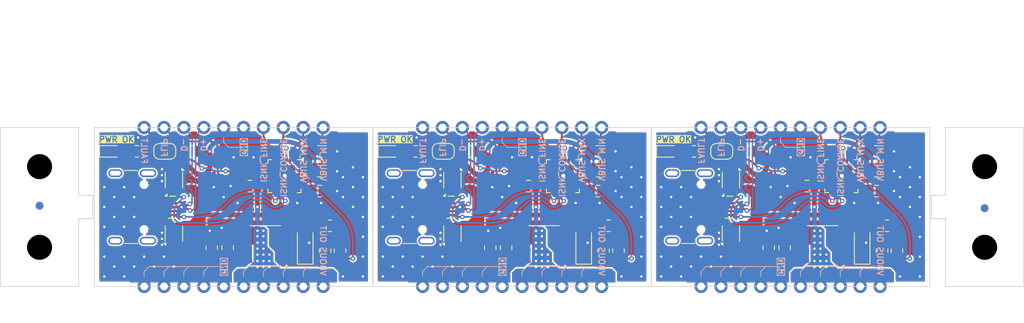
<source format=kicad_pcb>
(kicad_pcb (version 20240108) (generator "pcbnew") (generator_version "8.0")
  (layers (0 "F.Cu" signal) (1 "In1.Cu" signal) (2 "In2.Cu" signal) (31 "B.Cu" signal) (34 "B.Paste" user) (35 "F.Paste" user) (36 "B.SilkS" user "B.Silkscreen") (37 "F.SilkS" user "F.Silkscreen") (38 "B.Mask" user) (39 "F.Mask" user) (44 "Edge.Cuts" user))
  (net 0 "")
  (net 1 "Board_0-+3V3")
  (net 2 "Board_0-/Connector/FAULT")
  (net 3 "Board_0-/Connector/FLIP")
  (net 4 "Board_0-/Connector/ISNK_COARSE")
  (net 5 "Board_0-/Connector/ISNK_FINE")
  (net 6 "Board_0-/Connector/VBUS_MAX")
  (net 7 "Board_0-/Connector/VBUS_MIN")
  (net 8 "Board_0-/D+")
  (net 9 "Board_0-/D-")
  (net 10 "Board_0-/Main Sheet/VBUS_FET_EN")
  (net 11 "Board_0-/USB-C Connector and Protection/CC1")
  (net 12 "Board_0-/USB-C Connector and Protection/CC2")
  (net 13 "Board_0-GND")
  (net 14 "Board_0-Net-(C5-Pad2)")
  (net 15 "Board_0-Net-(D1-A)")
  (net 16 "Board_0-Net-(D1-K)")
  (net 17 "Board_0-Net-(D2-A)")
  (net 18 "Board_0-Net-(D2-K)")
  (net 19 "Board_0-VBUS")
  (net 20 "Board_0-VBUSOUT")
  (net 21 "Board_0-VCCD")
  (net 22 "Board_0-unconnected-(J1-SBU1-PadA8)")
  (net 23 "Board_0-unconnected-(J1-SBU2-PadB8)")
  (net 24 "Board_0-unconnected-(J1-SHIELD-PadS1)")
  (net 25 "Board_0-unconnected-(J1-SHIELD-PadS1)_0")
  (net 26 "Board_0-unconnected-(J1-SHIELD-PadS1)_1")
  (net 27 "Board_0-unconnected-(J1-SHIELD-PadS1)_2")
  (net 28 "Board_0-unconnected-(U4-GPIO_1-Pad8)")
  (net 29 "Board_0-unconnected-(U4-HPI_SCL-Pad13)")
  (net 30 "Board_0-unconnected-(U4-HPI_SDA-Pad12)")
  (net 31 "Board_0-unconnected-(U4-NC-Pad16)")
  (net 32 "Board_0-unconnected-(U4-NC-Pad17)")
  (net 33 "Board_0-unconnected-(U4-NC-Pad20)")
  (net 34 "Board_0-unconnected-(U4-NC-Pad21)")
  (net 35 "Board_0-unconnected-(U4-SAFE_PWR_EN-Pad4)")
  (net 36 "Board_0-unconnected-(U4-~{HPI_INT}-Pad7)")
  (net 37 "Board_1-+3V3")
  (net 38 "Board_1-/Connector/FAULT")
  (net 39 "Board_1-/Connector/FLIP")
  (net 40 "Board_1-/Connector/ISNK_COARSE")
  (net 41 "Board_1-/Connector/ISNK_FINE")
  (net 42 "Board_1-/Connector/VBUS_MAX")
  (net 43 "Board_1-/Connector/VBUS_MIN")
  (net 44 "Board_1-/D+")
  (net 45 "Board_1-/D-")
  (net 46 "Board_1-/Main Sheet/VBUS_FET_EN")
  (net 47 "Board_1-/USB-C Connector and Protection/CC1")
  (net 48 "Board_1-/USB-C Connector and Protection/CC2")
  (net 49 "Board_1-GND")
  (net 50 "Board_1-Net-(C5-Pad2)")
  (net 51 "Board_1-Net-(D1-A)")
  (net 52 "Board_1-Net-(D1-K)")
  (net 53 "Board_1-Net-(D2-A)")
  (net 54 "Board_1-Net-(D2-K)")
  (net 55 "Board_1-VBUS")
  (net 56 "Board_1-VBUSOUT")
  (net 57 "Board_1-VCCD")
  (net 58 "Board_1-unconnected-(J1-SBU1-PadA8)")
  (net 59 "Board_1-unconnected-(J1-SBU2-PadB8)")
  (net 60 "Board_1-unconnected-(J1-SHIELD-PadS1)")
  (net 61 "Board_1-unconnected-(J1-SHIELD-PadS1)_0")
  (net 62 "Board_1-unconnected-(J1-SHIELD-PadS1)_1")
  (net 63 "Board_1-unconnected-(J1-SHIELD-PadS1)_2")
  (net 64 "Board_1-unconnected-(U4-GPIO_1-Pad8)")
  (net 65 "Board_1-unconnected-(U4-HPI_SCL-Pad13)")
  (net 66 "Board_1-unconnected-(U4-HPI_SDA-Pad12)")
  (net 67 "Board_1-unconnected-(U4-NC-Pad16)")
  (net 68 "Board_1-unconnected-(U4-NC-Pad17)")
  (net 69 "Board_1-unconnected-(U4-NC-Pad20)")
  (net 70 "Board_1-unconnected-(U4-NC-Pad21)")
  (net 71 "Board_1-unconnected-(U4-SAFE_PWR_EN-Pad4)")
  (net 72 "Board_1-unconnected-(U4-~{HPI_INT}-Pad7)")
  (net 73 "Board_2-+3V3")
  (net 74 "Board_2-/Connector/FAULT")
  (net 75 "Board_2-/Connector/FLIP")
  (net 76 "Board_2-/Connector/ISNK_COARSE")
  (net 77 "Board_2-/Connector/ISNK_FINE")
  (net 78 "Board_2-/Connector/VBUS_MAX")
  (net 79 "Board_2-/Connector/VBUS_MIN")
  (net 80 "Board_2-/D+")
  (net 81 "Board_2-/D-")
  (net 82 "Board_2-/Main Sheet/VBUS_FET_EN")
  (net 83 "Board_2-/USB-C Connector and Protection/CC1")
  (net 84 "Board_2-/USB-C Connector and Protection/CC2")
  (net 85 "Board_2-GND")
  (net 86 "Board_2-Net-(C5-Pad2)")
  (net 87 "Board_2-Net-(D1-A)")
  (net 88 "Board_2-Net-(D1-K)")
  (net 89 "Board_2-Net-(D2-A)")
  (net 90 "Board_2-Net-(D2-K)")
  (net 91 "Board_2-VBUS")
  (net 92 "Board_2-VBUSOUT")
  (net 93 "Board_2-VCCD")
  (net 94 "Board_2-unconnected-(J1-SBU1-PadA8)")
  (net 95 "Board_2-unconnected-(J1-SBU2-PadB8)")
  (net 96 "Board_2-unconnected-(J1-SHIELD-PadS1)")
  (net 97 "Board_2-unconnected-(J1-SHIELD-PadS1)_0")
  (net 98 "Board_2-unconnected-(J1-SHIELD-PadS1)_1")
  (net 99 "Board_2-unconnected-(J1-SHIELD-PadS1)_2")
  (net 100 "Board_2-unconnected-(U4-GPIO_1-Pad8)")
  (net 101 "Board_2-unconnected-(U4-HPI_SCL-Pad13)")
  (net 102 "Board_2-unconnected-(U4-HPI_SDA-Pad12)")
  (net 103 "Board_2-unconnected-(U4-NC-Pad16)")
  (net 104 "Board_2-unconnected-(U4-NC-Pad17)")
  (net 105 "Board_2-unconnected-(U4-NC-Pad20)")
  (net 106 "Board_2-unconnected-(U4-NC-Pad21)")
  (net 107 "Board_2-unconnected-(U4-SAFE_PWR_EN-Pad4)")
  (net 108 "Board_2-unconnected-(U4-~{HPI_INT}-Pad7)")
  (footprint "Connector_PinHeader_2.54mm:PinHeader_1x10_P2.54mm_Vertical" (layer "F.Cu") (at 101.51 20 90)
    (property "Reference" "J3" (hide yes))
    (property "Value" "Conn_01x10")
  )
  (footprint "Resistor_SMD:R_0805_2012Metric" (layer "F.Cu") (at 107.606 23.048 180)
    (property "Reference" "R1" (hide yes))
    (property "Value" "5k1")
  )
  (footprint "Package_SON:USON-10_2.5x1.0mm_P0.5mm" (layer "F.Cu") (at 176.19 30.19)
    (property "Reference" "U1" (hide yes))
    (property "Value" "TPD4E02B04DQA")
  )
  (footprint "Capacitor_SMD:C_0805_2012Metric" (layer "F.Cu") (at 195.0425 23.048)
    (property "Reference" "C2" (hide yes))
    (property "Value" "1u")
  )
  (footprint "LED_SMD:LED_0603_1608Metric" (layer "F.Cu") (at 132.8555 23.048)
    (property "Reference" "D2" (hide yes))
    (property "Value" "gr")
  )
  (footprint "Connector_PinHeader_2.54mm:PinHeader_1x10_P2.54mm_Vertical" (layer "F.Cu") (at 137.07 20 90)
    (property "Reference" "J3" (hide yes))
    (property "Value" "Conn_01x10")
  )
  (footprint "Capacitor_SMD:C_0805_2012Metric" (layer "F.Cu") (at 147.738 35.367 90)
    (property "Reference" "C5" (hide yes))
    (property "Value" "1u")
  )
  (footprint "NPTH" (layer "F.Cu") (at 88.159 25)
    (property "Reference" "KiKit_TO_1" (hide yes))
    (property "Value" "NPTH" (hide yes))
  )
  (footprint "Resistor_SMD:R_0805_2012Metric" (layer "F.Cu") (at 143.166 23.048 180)
    (property "Reference" "R1" (hide yes))
    (property "Value" "5k1")
  )
  (footprint "LOGO" (layer "F.Cu") (at 178.98 35.748)
    (property "Reference" "G***" (hide yes))
    (property "Value" "LOGO" (hide yes))
  )
  (footprint "Connector_PinHeader_2.54mm:PinHeader_1x10_P2.54mm_Vertical" (layer "F.Cu") (at 101.515 40.32 90)
    (property "Reference" "J2" (hide yes))
    (property "Value" "Conn_01x10")
  )
  (footprint "Capacitor_SMD:C_0805_2012Metric" (layer "F.Cu") (at 183.298 35.367 90)
    (property "Reference" "C5" (hide yes))
    (property "Value" "1u")
  )
  (footprint "Resistor_SMD:R_0805_2012Metric" (layer "F.Cu") (at 145.706 35.367 90)
    (property "Reference" "R3" (hide yes))
    (property "Value" "10k")
  )
  (footprint "Resistor_SMD:R_0805_2012Metric" (layer "F.Cu") (at 136.1575 23.048)
    (property "Reference" "R2" (hide yes))
    (property "Value" "270R")
  )
  (footprint "LED_SMD:LED_0603_1608Metric" (layer "F.Cu") (at 97.2955 23.048)
    (property "Reference" "D2" (hide yes))
    (property "Value" "gr")
  )
  (footprint "Jumper:SolderJumper-2_P1.3mm_Bridged_RoundedPad1.0x1.5mm" (layer "F.Cu") (at 139.7135 23.048)
    (property "Reference" "JP1" (hide yes))
    (property "Value" "SolderJumper_2_Bridged")
  )
  (footprint "NPTH" (layer "F.Cu") (at 208.841 25)
    (property "Reference" "KiKit_TO_2" (hide yes))
    (property "Value" "NPTH" (hide yes))
  )
  (footprint "Resistor_SMD:R_0805_2012Metric" (layer "F.Cu") (at 196.379 32.573)
    (property "Reference" "R5" (hide yes))
    (property "Value" "0R")
  )
  (footprint "Resistor_SMD:R_0805_2012Metric" (layer "F.Cu") (at 126.529 35.748 -90)
    (property "Reference" "R6" (hide yes))
    (property "Value" "1k")
  )
  (footprint "Capacitor_SMD:C_0805_2012Metric" (layer "F.Cu") (at 123.9225 25.588)
    (property "Reference" "C3" (hide yes))
    (property "Value" "1u")
  )
  (footprint "Resistor_SMD:R_0805_2012Metric" (layer "F.Cu") (at 160.819 32.573)
    (property "Reference" "R5" (hide yes))
    (property "Value" "0R")
  )
  (footprint "Resistor_SMD:R_0805_2012Metric" (layer "F.Cu") (at 160.184 35.748 90)
    (property "Reference" "R4" (hide yes))
    (property "Value" "47k")
  )
  (footprint "Connector_USB:USB_C_Receptacle_GCT_USB4105-xx-A_16P_TopMnt_Horizontal" (layer "F.Cu") (at 98.905 30.16 -90)
    (property "Reference" "J1" (hide yes))
    (property "Value" "USB_C_Receptacle_USB2.0_16P")
  )
  (footprint "Capacitor_SMD:C_0805_2012Metric" (layer "F.Cu") (at 115.0325 27.493 180)
    (property "Reference" "C4" (hide yes))
    (property "Value" "1u")
  )
  (footprint "Package_SON:USON-10_2.5x1.0mm_P0.5mm" (layer "F.Cu") (at 105.07 30.19)
    (property "Reference" "U1" (hide yes))
    (property "Value" "TPD4E02B04DQA")
  )
  (footprint "Capacitor_SMD:C_0805_2012Metric" (layer "F.Cu") (at 159.4825 28.128)
    (property "Reference" "C1" (hide yes))
    (property "Value" "3u3")
  )
  (footprint "Resistor_SMD:R_0805_2012Metric" (layer "F.Cu") (at 124.624 35.748 90)
    (property "Reference" "R4" (hide yes))
    (property "Value" "47k")
  )
  (footprint "Connector_USB:USB_C_Receptacle_GCT_USB4105-xx-A_16P_TopMnt_Horizontal" (layer "F.Cu") (at 134.465 30.16 -90)
    (property "Reference" "J1" (hide yes))
    (property "Value" "USB_C_Receptacle_USB2.0_16P")
  )
  (footprint "Resistor_SMD:R_0805_2012Metric" (layer "F.Cu") (at 162.089 35.748 -90)
    (property "Reference" "R6" (hide yes))
    (property "Value" "1k")
  )
  (footprint "Connector_PinHeader_2.54mm:PinHeader_1x10_P2.54mm_Vertical" (layer "F.Cu") (at 172.635 40.32 90)
    (property "Reference" "J2" (hide yes))
    (property "Value" "Conn_01x10")
  )
  (footprint "Jumper:SolderJumper-2_P1.3mm_Bridged_RoundedPad1.0x1.5mm" (layer "F.Cu") (at 104.1535 23.048)
    (property "Reference" "JP1" (hide yes))
    (property "Value" "SolderJumper_2_Bridged")
  )
  (footprint "Capacitor_SMD:C_0805_2012Metric" (layer "F.Cu") (at 150.5925 27.493 180)
    (property "Reference" "C4" (hide yes))
    (property "Value" "1u")
  )
  (footprint "Resistor_SMD:R_0805_2012Metric" (layer "F.Cu") (at 181.266 35.367 90)
    (property "Reference" "R3" (hide yes))
    (property "Value" "10k")
  )
  (footprint "Diode_SMD:D_SOD-123" (layer "F.Cu") (at 157.644 35.113 90)
    (property "Reference" "D1" (hide yes))
    (property "Value" "D")
  )
  (footprint "Resistor_SMD:R_0805_2012Metric" (layer "F.Cu") (at 110.146 35.367 90)
    (property "Reference" "R3" (hide yes))
    (property "Value" "10k")
  )
  (footprint "Package_SON:WSON-6-1EP_2x2mm_P0.65mm_EP1x1.6mm" (layer "F.Cu") (at 140.88 26.731 -90)
    (property "Reference" "U3" (hide yes))
    (property "Value" "TVS2200DRV" (hide yes))
  )
  (footprint "Capacitor_SMD:C_0805_2012Metric" (layer "F.Cu") (at 159.4825 23.048)
    (property "Reference" "C2" (hide yes))
    (property "Value" "1u")
  )
  (footprint "Resistor_SMD:R_0805_2012Metric" (layer "F.Cu") (at 197.649 35.748 -90)
    (property "Reference" "R6" (hide yes))
    (property "Value" "1k")
  )
  (footprint "LOGO" (layer "F.Cu") (at 107.86 35.748)
    (property "Reference" "G***" (hide yes))
    (property "Value" "LOGO" (hide yes))
  )
  (footprint "Resistor_SMD:R_0805_2012Metric" (layer "F.Cu") (at 125.259 32.573)
    (property "Reference" "R5" (hide yes))
    (property "Value" "0R")
  )
  (footprint "Package_SON:WSON-6-1EP_2x2mm_P0.65mm_EP1x1.6mm" (layer "F.Cu") (at 140.88 33.558 90)
    (property "Reference" "U2" (hide yes))
    (property "Value" "TVS2200DRV")
  )
  (footprint "Diode_SMD:D_SOD-123" (layer "F.Cu") (at 193.204 35.113 90)
    (property "Reference" "D1" (hide yes))
    (property "Value" "D")
  )
  (footprint "LOGO" (layer "F.Cu") (at 143.42 35.748)
    (property "Reference" "G***" (hide yes))
    (property "Value" "LOGO" (hide yes))
  )
  (footprint "Package_SON:WSON-6-1EP_2x2mm_P0.65mm_EP1x1.6mm" (layer "F.Cu") (at 105.32 26.731 -90)
    (property "Reference" "U3" (hide yes))
    (property "Value" "TVS2200DRV" (hide yes))
  )
  (footprint "Package_SON:USON-10_2.5x1.0mm_P0.5mm" (layer "F.Cu") (at 140.63 30.19)
    (property "Reference" "U1" (hide yes))
    (property "Value" "TPD4E02B04DQA")
  )
  (footprint "Resistor_SMD:R_0805_2012Metric" (layer "F.Cu") (at 178.726 23.048 180)
    (property "Reference" "R1" (hide yes))
    (property "Value" "5k1")
  )
  (footprint "NPTH" (layer "F.Cu") (at 208.841 35.32)
    (property "Reference" "KiKit_TO_4" (hide yes))
    (property "Value" "NPTH" (hide yes))
  )
  (footprint "Connector_USB:USB_C_Receptacle_GCT_USB4105-xx-A_16P_TopMnt_Horizontal" (layer "F.Cu") (at 170.025 30.16 -90)
    (property "Reference" "J1" (hide yes))
    (property "Value" "USB_C_Receptacle_USB2.0_16P")
  )
  (footprint "Capacitor_SMD:C_0805_2012Metric" (layer "F.Cu") (at 195.0425 25.588)
    (property "Reference" "C3" (hide yes))
    (property "Value" "1u")
  )
  (footprint "Capacitor_SMD:C_0805_2012Metric" (layer "F.Cu") (at 123.9225 23.048)
    (property "Reference" "C2" (hide yes))
    (property "Value" "1u")
  )
  (footprint "Package_DFN_QFN:QFN-24-1EP_4x4mm_P0.5mm_EP2.75x2.75mm" (layer "F.Cu") (at 119.4225 26.223 -90)
    (property "Reference" "U4" (hide yes))
    (property "Value" "CYPD3177-24LQ")
  )
  (footprint "Package_SON:WSON-6-1EP_2x2mm_P0.65mm_EP1x1.6mm" (layer "F.Cu") (at 105.32 33.558 90)
    (property "Reference" "U2" (hide yes))
    (property "Value" "TVS2200DRV")
  )
  (footprint "Resistor_SMD:R_0805_2012Metric" (layer "F.Cu") (at 100.5975 23.048)
    (property "Reference" "R2" (hide yes))
    (property "Value" "270R")
  )
  (footprint "Connector_PinHeader_2.54mm:PinHeader_1x10_P2.54mm_Vertical" (layer "F.Cu") (at 137.075 40.32 90)
    (property "Reference" "J2" (hide yes))
    (property "Value" "Conn_01x10")
  )
  (footprint "Package_SON:WSON-6-1EP_2x2mm_P0.65mm_EP1x1.6mm" (layer "F.Cu") (at 176.44 33.558 90)
    (property "Reference" "U2" (hide yes))
    (property "Value" "TVS2200DRV")
  )
  (footprint "Capacitor_SMD:C_0805_2012Metric" (layer "F.Cu") (at 186.1525 27.493 180)
    (property "Reference" "C4" (hide yes))
    (property "Value" "1u")
  )
  (footprint "LED_SMD:LED_0603_1608Metric" (layer "F.Cu") (at 168.4155 23.048)
    (property "Reference" "D2" (hide yes))
    (property "Value" "gr")
  )
  (footprint "Fiducial" (layer "F.Cu") (at 208.841 30.32)
    (property "Reference" "KiKit_FID_T_4" (hide yes))
    (property "Value" "Fiducial" (hide yes))
  )
  (footprint "Package_DFN_QFN:QFN-24-1EP_4x4mm_P0.5mm_EP2.75x2.75mm" (layer "F.Cu") (at 190.5425 26.223 -90)
    (property "Reference" "U4" (hide yes))
    (property "Value" "CYPD3177-24LQ")
  )
  (footprint "Capacitor_SMD:C_0805_2012Metric" (layer "F.Cu") (at 112.178 35.367 90)
    (property "Reference" "C5" (hide yes))
    (property "Value" "1u")
  )
  (footprint "Package_DFN_QFN:QFN-24-1EP_4x4mm_P0.5mm_EP2.75x2.75mm" (layer "F.Cu") (at 154.9825 26.223 -90)
    (property "Reference" "U4" (hide yes))
    (property "Value" "CYPD3177-24LQ")
  )
  (footprint "Capacitor_SMD:C_0805_2012Metric" (layer "F.Cu") (at 159.4825 25.588)
    (property "Reference" "C3" (hide yes))
    (property "Value" "1u")
  )
  (footprint "Package_SO:SO-8_3.9x4.9mm_P1.27mm" (layer "F.Cu") (at 117.004 35.113 180)
    (property "Reference" "Q1" (hide yes))
    (property "Value" "IRF7328TRPBF")
  )
  (footprint "Resistor_SMD:R_0805_2012Metric" (layer "F.Cu") (at 171.7175 23.048)
    (property "Reference" "R2" (hide yes))
    (property "Value" "270R")
  )
  (footprint "NPTH" (layer "F.Cu") (at 88.159 35.32)
    (property "Reference" "KiKit_TO_3" (hide yes))
    (property "Value" "NPTH" (hide yes))
  )
  (footprint "Package_SO:SO-8_3.9x4.9mm_P1.27mm" (layer "F.Cu") (at 188.124 35.113 180)
    (property "Reference" "Q1" (hide yes))
    (property "Value" "IRF7328TRPBF")
  )
  (footprint "Package_SON:WSON-6-1EP_2x2mm_P0.65mm_EP1x1.6mm" (layer "F.Cu") (at 176.44 26.731 -90)
    (property "Reference" "U3" (hide yes))
    (property "Value" "TVS2200DRV" (hide yes))
  )
  (footprint "Resistor_SMD:R_0805_2012Metric" (layer "F.Cu") (at 195.744 35.748 90)
    (property "Reference" "R4" (hide yes))
    (property "Value" "47k")
  )
  (footprint "Package_SO:SO-8_3.9x4.9mm_P1.27mm" (layer "F.Cu") (at 152.564 35.113 180)
    (property "Reference" "Q1" (hide yes))
    (property "Value" "IRF7328TRPBF")
  )
  (footprint "Diode_SMD:D_SOD-123" (layer "F.Cu") (at 122.084 35.113 90)
    (property "Reference" "D1" (hide yes))
    (property "Value" "D")
  )
  (footprint "Capacitor_SMD:C_0805_2012Metric" (layer "F.Cu") (at 195.0425 28.128)
    (property "Reference" "C1" (hide yes))
    (property "Value" "3u3")
  )
  (footprint "Connector_PinHeader_2.54mm:PinHeader_1x10_P2.54mm_Vertical" (layer "F.Cu") (at 172.63 20 90)
    (property "Reference" "J3" (hide yes))
    (property "Value" "Conn_01x10")
  )
  (footprint "Capacitor_SMD:C_0805_2012Metric" (layer "F.Cu") (at 123.9225 28.128)
    (property "Reference" "C1" (hide yes))
    (property "Value" "3u3")
  )
  (footprint "Fiducial" (layer "F.Cu") (at 88.159 30)
    (property "Reference" "KiKit_FID_T_1" (hide yes))
    (property "Value" "Fiducial" (hide yes))
  )
  (footprint "Jumper:SolderJumper-2_P1.3mm_Bridged_RoundedPad1.0x1.5mm" (layer "F.Cu") (at 175.2735 23.048)
    (property "Reference" "JP1" (hide yes))
    (property "Value" "SolderJumper_2_Bridged")
  )
  (footprint "Fiducial" (layer "B.Cu") (at 208.841 30.32)
    (property "Reference" "KiKit_FID_B_4" (hide yes))
    (property "Value" "Fiducial" (hide yes))
  )
  (footprint "Fiducial" (layer "B.Cu") (at 88.159 30)
    (property "Reference" "KiKit_FID_B_1" (hide yes))
    (property "Value" "Fiducial" (hide yes))
  )
  (gr_line (start 148.5 22.54) (end 149.135 22.54) (stroke (width 0.1)) (layer "B.SilkS"))
  (gr_line (start 145.325 37.78) (end 145.96 37.78) (stroke (width 0.1)) (layer "B.SilkS"))
  (gr_line (start 190.41 39.05) (end 190.41 38.415) (stroke (width 0.1)) (layer "B.SilkS"))
  (gr_line (start 157.39 39.05) (end 157.39 38.415) (stroke (width 0.1)) (layer "B.SilkS"))
  (gr_line (start 109.765 37.78) (end 110.4 37.78) (stroke (width 0.1)) (layer "B.SilkS"))
  (gr_line (start 150.405 37.78) (end 158.025 37.78) (stroke (width 0.1)) (layer "B.SilkS"))
  (gr_line (start 142.15 39.05) (end 142.15 38.415) (stroke (width 0.1)) (layer "B.SilkS"))
  (gr_line (start 182.79 21.27) (end 182.79 21.905) (stroke (width 0.1)) (layer "B.SilkS"))
  (gr_line (start 180.25 38.415) (end 180.885 37.78) (stroke (width 0.1)) (layer "B.SilkS"))
  (gr_line (start 121.83 38.415) (end 122.465 37.78) (stroke (width 0.1)) (layer "B.SilkS"))
  (gr_line (start 147.865 22.54) (end 148.5 22.54) (stroke (width 0.1)) (layer "B.SilkS"))
  (gr_line (start 101.51 38.415) (end 102.145 37.78) (stroke (width 0.1)) (layer "B.SilkS"))
  (gr_line (start 152.31 39.05) (end 152.31 38.415) (stroke (width 0.1)) (layer "B.SilkS"))
  (gr_line (start 147.23 21.905) (end 147.865 22.54) (stroke (width 0.1)) (layer "B.SilkS"))
  (gr_line (start 187.87 39.05) (end 187.87 38.415) (stroke (width 0.1)) (layer "B.SilkS"))
  (gr_line (start 109.13 39.05) (end 109.13 38.415) (stroke (width 0.1)) (layer "B.SilkS"))
  (gr_line (start 101.51 39.05) (end 101.51 38.415) (stroke (width 0.1)) (layer "B.SilkS"))
  (gr_line (start 109.13 38.415) (end 109.765 37.78) (stroke (width 0.1)) (layer "B.SilkS"))
  (gr_line (start 122.465 37.78) (end 123.735 37.78) (stroke (width 0.1)) (layer "B.SilkS"))
  (gr_line (start 181.52 37.78) (end 182.155 37.78) (stroke (width 0.1)) (layer "B.SilkS"))
  (gr_line (start 111.67 21.27) (end 111.67 21.905) (stroke (width 0.1)) (layer "B.SilkS"))
  (gr_line (start 193.585 37.78) (end 194.855 37.78) (stroke (width 0.1)) (layer "B.SilkS"))
  (gr_line (start 114.21 39.05) (end 114.21 38.415) (stroke (width 0.1)) (layer "B.SilkS"))
  (gr_line (start 142.15 38.415) (end 142.785 37.78) (stroke (width 0.1)) (layer "B.SilkS"))
  (gr_line (start 192.95 39.05) (end 192.95 38.415) (stroke (width 0.1)) (layer "B.SilkS"))
  (gr_line (start 119.29 38.415) (end 119.925 37.78) (stroke (width 0.1)) (layer "B.SilkS"))
  (gr_line (start 116.75 38.415) (end 117.385 37.78) (stroke (width 0.1)) (layer "B.SilkS"))
  (gr_line (start 190.41 38.415) (end 191.045 37.78) (stroke (width 0.1)) (layer "B.SilkS"))
  (gr_line (start 182.79 21.905) (end 183.425 22.54) (stroke (width 0.1)) (layer "B.SilkS"))
  (gr_line (start 119.29 39.05) (end 119.29 38.415) (stroke (width 0.1)) (layer "B.SilkS"))
  (gr_line (start 180.25 39.05) (end 180.25 38.415) (stroke (width 0.1)) (layer "B.SilkS"))
  (gr_line (start 173.265 37.78) (end 180.885 37.78) (stroke (width 0.1)) (layer "B.SilkS"))
  (gr_line (start 157.39 38.415) (end 158.025 37.78) (stroke (width 0.1)) (layer "B.SilkS"))
  (gr_line (start 145.96 37.78) (end 146.595 37.78) (stroke (width 0.1)) (layer "B.SilkS"))
  (gr_line (start 104.05 38.415) (end 104.685 37.78) (stroke (width 0.1)) (layer "B.SilkS"))
  (gr_line (start 177.71 39.05) (end 177.71 38.415) (stroke (width 0.1)) (layer "B.SilkS"))
  (gr_line (start 175.17 39.05) (end 175.17 38.415) (stroke (width 0.1)) (layer "B.SilkS"))
  (gr_line (start 114.21 38.415) (end 114.845 37.78) (stroke (width 0.1)) (layer "B.SilkS"))
  (gr_line (start 102.145 37.78) (end 109.765 37.78) (stroke (width 0.1)) (layer "B.SilkS"))
  (gr_line (start 147.23 21.27) (end 147.23 21.905) (stroke (width 0.1)) (layer "B.SilkS"))
  (gr_line (start 184.06 22.54) (end 184.695 22.54) (stroke (width 0.1)) (layer "B.SilkS"))
  (gr_line (start 158.025 37.78) (end 159.295 37.78) (stroke (width 0.1)) (layer "B.SilkS"))
  (gr_line (start 106.59 38.415) (end 107.225 37.78) (stroke (width 0.1)) (layer "B.SilkS"))
  (gr_line (start 149.77 39.05) (end 149.77 38.415) (stroke (width 0.1)) (layer "B.SilkS"))
  (gr_line (start 106.59 39.05) (end 106.59 38.415) (stroke (width 0.1)) (layer "B.SilkS"))
  (gr_line (start 114.845 37.78) (end 122.465 37.78) (stroke (width 0.1)) (layer "B.SilkS"))
  (gr_line (start 149.77 38.415) (end 150.405 37.78) (stroke (width 0.1)) (layer "B.SilkS"))
  (gr_line (start 192.95 38.415) (end 193.585 37.78) (stroke (width 0.1)) (layer "B.SilkS"))
  (gr_line (start 112.94 22.54) (end 113.575 22.54) (stroke (width 0.1)) (layer "B.SilkS"))
  (gr_line (start 172.63 38.415) (end 173.265 37.78) (stroke (width 0.1)) (layer "B.SilkS"))
  (gr_line (start 175.17 38.415) (end 175.805 37.78) (stroke (width 0.1)) (layer "B.SilkS"))
  (gr_line (start 110.4 37.78) (end 111.035 37.78) (stroke (width 0.1)) (layer "B.SilkS"))
  (gr_line (start 154.85 39.05) (end 154.85 38.415) (stroke (width 0.1)) (layer "B.SilkS"))
  (gr_line (start 144.69 38.415) (end 145.325 37.78) (stroke (width 0.1)) (layer "B.SilkS"))
  (gr_line (start 144.69 39.05) (end 144.69 38.415) (stroke (width 0.1)) (layer "B.SilkS"))
  (gr_line (start 116.75 39.05) (end 116.75 38.415) (stroke (width 0.1)) (layer "B.SilkS"))
  (gr_line (start 139.61 38.415) (end 140.245 37.78) (stroke (width 0.1)) (layer "B.SilkS"))
  (gr_line (start 183.425 22.54) (end 184.06 22.54) (stroke (width 0.1)) (layer "B.SilkS"))
  (gr_line (start 121.83 39.05) (end 121.83 38.415) (stroke (width 0.1)) (layer "B.SilkS"))
  (gr_line (start 139.61 39.05) (end 139.61 38.415) (stroke (width 0.1)) (layer "B.SilkS"))
  (gr_line (start 111.67 21.905) (end 112.305 22.54) (stroke (width 0.1)) (layer "B.SilkS"))
  (gr_line (start 137.07 39.05) (end 137.07 38.415) (stroke (width 0.1)) (layer "B.SilkS"))
  (gr_line (start 152.31 38.415) (end 152.945 37.78) (stroke (width 0.1)) (layer "B.SilkS"))
  (gr_line (start 137.705 37.78) (end 145.325 37.78) (stroke (width 0.1)) (layer "B.SilkS"))
  (gr_line (start 172.63 39.05) (end 172.63 38.415) (stroke (width 0.1)) (layer "B.SilkS"))
  (gr_line (start 137.07 38.415) (end 137.705 37.78) (stroke (width 0.1)) (layer "B.SilkS"))
  (gr_line (start 104.05 39.05) (end 104.05 38.415) (stroke (width 0.1)) (layer "B.SilkS"))
  (gr_line (start 112.305 22.54) (end 112.94 22.54) (stroke (width 0.1)) (layer "B.SilkS"))
  (gr_line (start 185.965 37.78) (end 193.585 37.78) (stroke (width 0.1)) (layer "B.SilkS"))
  (gr_line (start 180.885 37.78) (end 181.52 37.78) (stroke (width 0.1)) (layer "B.SilkS"))
  (gr_line (start 187.87 38.415) (end 188.505 37.78) (stroke (width 0.1)) (layer "B.SilkS"))
  (gr_line (start 185.33 38.415) (end 185.965 37.78) (stroke (width 0.1)) (layer "B.SilkS"))
  (gr_line (start 185.33 39.05) (end 185.33 38.415) (stroke (width 0.1)) (layer "B.SilkS"))
  (gr_line (start 154.85 38.415) (end 155.485 37.78) (stroke (width 0.1)) (layer "B.SilkS"))
  (gr_line (start 177.71 38.415) (end 178.345 37.78) (stroke (width 0.1)) (layer "B.SilkS"))
  (gr_line (start 166.28 40.32) (end 130.72 40.32) (stroke (width 0.1)) (layer "Edge.Cuts"))
  (gr_line (start 93.159 31.66) (end 94.96 31.66) (stroke (width 0.1)) (layer "Edge.Cuts"))
  (gr_line (start 130.72 20) (end 166.28 20) (stroke (width 0.1)) (layer "Edge.Cuts"))
  (gr_line (start 95.16 40.32) (end 95.16 20) (stroke (width 0.1)) (layer "Edge.Cuts"))
  (gr_line (start 166.28 20) (end 201.84 20) (stroke (width 0.1)) (layer "Edge.Cuts"))
  (gr_line (start 203.841 28.66) (end 202.037799 28.66) (stroke (width 0.1)) (layer "Edge.Cuts"))
  (gr_line (start 93.159 20) (end 83.159 20) (stroke (width 0.1)) (layer "Edge.Cuts"))
  (gr_line (start 83.159 20) (end 83.159 40.32) (stroke (width 0.1)) (layer "Edge.Cuts"))
  (gr_line (start 166.28 40.32) (end 166.28 20) (stroke (width 0.1)) (layer "Edge.Cuts"))
  (gr_line (start 202.037799 28.66) (end 202.038365 31.66) (stroke (width 0.1)) (layer "Edge.Cuts"))
  (gr_line (start 130.72 40.32) (end 130.72 20) (stroke (width 0.1)) (layer "Edge.Cuts"))
  (gr_line (start 93.159 28.66) (end 93.159 20) (stroke (width 0.1)) (layer "Edge.Cuts"))
  (gr_line (start 201.84 40.32) (end 166.28 40.32) (stroke (width 0.1)) (layer "Edge.Cuts"))
  (gr_line (start 83.159 40.32) (end 93.159 40.32) (stroke (width 0.1)) (layer "Edge.Cuts"))
  (gr_line (start 203.841 31.66) (end 203.841 40.32) (stroke (width 0.1)) (layer "Edge.Cuts"))
  (gr_line (start 94.96 31.66) (end 94.96 28.66) (stroke (width 0.1)) (layer "Edge.Cuts"))
  (gr_line (start 201.84 20) (end 201.84 40.32) (stroke (width 0.1)) (layer "Edge.Cuts"))
  (gr_line (start 93.159 40.32) (end 93.159 31.66) (stroke (width 0.1)) (layer "Edge.Cuts"))
  (gr_line (start 202.038365 31.66) (end 203.841 31.66) (stroke (width 0.1)) (layer "Edge.Cuts"))
  (gr_line (start 213.841 20) (end 203.841 20) (stroke (width 0.1)) (layer "Edge.Cuts"))
  (gr_line (start 94.96 28.66) (end 93.159 28.66) (stroke (width 0.1)) (layer "Edge.Cuts"))
  (gr_line (start 130.72 20) (end 130.72 40.32) (stroke (width 0.1)) (layer "Edge.Cuts"))
  (gr_line (start 203.841 20) (end 203.841 28.66) (stroke (width 0.1)) (layer "Edge.Cuts"))
  (gr_line (start 130.72 40.32) (end 95.16 40.32) (stroke (width 0.1)) (layer "Edge.Cuts"))
  (gr_line (start 95.16 20) (end 130.72 20) (stroke (width 0.1)) (layer "Edge.Cuts"))
  (gr_line (start 203.841 40.32) (end 213.841 40.32) (stroke (width 0.1)) (layer "Edge.Cuts"))
  (gr_line (start 213.841 40.32) (end 213.841 20) (stroke (width 0.1)) (layer "Edge.Cuts"))
  (gr_line (start 166.28 20) (end 166.28 40.32) (stroke (width 0.1)) (layer "Edge.Cuts"))
  (gr_text "GND" (at 185.33 21.27 -90) (layer "B.SilkS" knockout) (effects (font (size 0.75 0.75) (thickness 0.15) (bold yes)) (justify right mirror)))
  (gr_text "VBUS_MIN" (at 195.49 21.27 -90) (layer "B.SilkS") (effects (font (size 0.75 0.75) (thickness 0.15) (bold yes)) (justify right mirror)))
  (gr_text "FLIP" (at 104.05 21.27 -90) (layer "B.SilkS") (effects (font (size 0.75 0.75) (thickness 0.15) (bold yes)) (justify right mirror)))
  (gr_text "ISNK_FINE" (at 187.87 21.27 -90) (layer "B.SilkS") (effects (font (size 0.75 0.75) (thickness 0.15) (bold yes)) (justify right mirror)))
  (gr_text "VBUS_MAX" (at 192.95 21.27 -90) (layer "B.SilkS") (effects (font (size 0.75 0.75) (thickness 0.15) (bold yes)) (justify right mirror)))
  (gr_text "FAULT" (at 137.07 21.27 -90) (layer "B.SilkS") (effects (font (size 0.75 0.75) (thickness 0.15) (bold yes)) (justify right mirror)))
  (gr_text "GND" (at 111.67 39.05 -90) (layer "B.SilkS" knockout) (effects (font (size 0.75 0.75) (thickness 0.15) (bold yes)) (justify left mirror)))
  (gr_text "ISNK_COARSE" (at 154.85 21.27 -90) (layer "B.SilkS") (effects (font (size 0.75 0.75) (thickness 0.15) (bold yes)) (justify right mirror)))
  (gr_text "VBUS_MAX" (at 157.39 21.27 -90) (layer "B.SilkS") (effects (font (size 0.75 0.75) (thickness 0.15) (bold yes)) (justify right mirror)))
  (gr_text "D-" (at 106.59 21.27 -90) (layer "B.SilkS") (effects (font (size 0.75 0.75) (thickness 0.15) (bold yes)) (justify right mirror)))
  (gr_text "VBUS_MIN" (at 124.37 21.27 -90) (layer "B.SilkS") (effects (font (size 0.75 0.75) (thickness 0.15) (bold yes)) (justify right mirror)))
  (gr_text "FAULT" (at 172.63 21.27 -90) (layer "B.SilkS") (effects (font (size 0.75 0.75) (thickness 0.15) (bold yes)) (justify right mirror)))
  (gr_text "D-" (at 177.71 21.27 -90) (layer "B.SilkS") (effects (font (size 0.75 0.75) (thickness 0.15) (bold yes)) (justify right mirror)))
  (gr_text "VBOUS OUT" (at 124.37 39.05 -90) (layer "B.SilkS") (effects (font (size 0.75 0.75) (thickness 0.15) (bold yes)) (justify left mirror)))
  (gr_text "ISNK_COARSE" (at 190.41 21.27 -90) (layer "B.SilkS") (effects (font (size 0.75 0.75) (thickness 0.15) (bold yes)) (justify right mirror)))
  (gr_text "FLIP" (at 175.17 21.27 -90) (layer "B.SilkS") (effects (font (size 0.75 0.75) (thickness 0.15) (bold yes)) (justify right mirror)))
  (gr_text "D+" (at 144.69 21.27 -90) (layer "B.SilkS") (effects (font (size 0.75 0.75) (thickness 0.15) (bold yes)) (justify right mirror)))
  (gr_text "GND" (at 182.79 39.05 -90) (layer "B.SilkS" knockout) (effects (font (size 0.75 0.75) (thickness 0.15) (bold yes)) (justify left mirror)))
  (gr_text "FLIP" (at 139.61 21.27 -90) (layer "B.SilkS") (effects (font (size 0.75 0.75) (thickness 0.15) (bold yes)) (justify right mirror)))
  (gr_text "VBOUS OUT" (at 159.93 39.05 -90) (layer "B.SilkS") (effects (font (size 0.75 0.75) (thickness 0.15) (bold yes)) (justify left mirror)))
  (gr_text "ISNK_COARSE" (at 119.29 21.27 -90) (layer "B.SilkS") (effects (font (size 0.75 0.75) (thickness 0.15) (bold yes)) (justify right mirror)))
  (gr_text "ISNK_FINE" (at 116.75 21.27 -90) (layer "B.SilkS") (effects (font (size 0.75 0.75) (thickness 0.15) (bold yes)) (justify right mirror)))
  (gr_text "ISNK_FINE" (at 152.31 21.27 -90) (layer "B.SilkS") (effects (font (size 0.75 0.75) (thickness 0.15) (bold yes)) (justify right mirror)))
  (gr_text "VBUS_MAX" (at 121.83 21.27 -90) (layer "B.SilkS") (effects (font (size 0.75 0.75) (thickness 0.15) (bold yes)) (justify right mirror)))
  (gr_text "VBUS_MIN" (at 159.93 21.27 -90) (layer "B.SilkS") (effects (font (size 0.75 0.75) (thickness 0.15) (bold yes)) (justify right mirror)))
  (gr_text "D+" (at 180.25 21.27 -90) (layer "B.SilkS") (effects (font (size 0.75 0.75) (thickness 0.15) (bold yes)) (justify right mirror)))
  (gr_text "D+" (at 109.13 21.27 -90) (layer "B.SilkS") (effects (font (size 0.75 0.75) (thickness 0.15) (bold yes)) (justify right mirror)))
  (gr_text "GND" (at 149.77 21.27 -90) (layer "B.SilkS" knockout) (effects (font (size 0.75 0.75) (thickness 0.15) (bold yes)) (justify right mirror)))
  (gr_text "GND" (at 147.23 39.05 -90) (layer "B.SilkS" knockout) (effects (font (size 0.75 0.75) (thickness 0.15) (bold yes)) (justify left mirror)))
  (gr_text "D-" (at 142.15 21.27 -90) (layer "B.SilkS") (effects (font (size 0.75 0.75) (thickness 0.15) (bold yes)) (justify right mirror)))
  (gr_text "VBOUS OUT" (at 195.49 39.05 -90) (layer "B.SilkS") (effects (font (size 0.75 0.75) (thickness 0.15) (bold yes)) (justify left mirror)))
  (gr_text "FAULT" (at 101.51 21.27 -90) (layer "B.SilkS") (effects (font (size 0.75 0.75) (thickness 0.15) (bold yes)) (justify right mirror)))
  (gr_text "GND" (at 114.21 21.27 -90) (layer "B.SilkS" knockout) (effects (font (size 0.75 0.75) (thickness 0.15) (bold yes)) (justify right mirror)))
  (gr_text "PWR OK" (at 131.228 21.524 0) (layer "F.SilkS" knockout) (effects (font (size 0.75 0.75) (thickness 0.15) (bold yes)) (justify left)))
  (gr_text "PWR OK" (at 166.788 21.524 0) (layer "F.SilkS" knockout) (effects (font (size 0.75 0.75) (thickness 0.15) (bold yes)) (justify left)))
  (gr_text "PWR OK" (at 95.668 21.524 0) (layer "F.SilkS" knockout) (effects (font (size 0.75 0.75) (thickness 0.15) (bold yes)) (justify left)))
  (segment (start 109.08904 26.01156) (end 109.033054 26.011811) (width 0.6096) (layer "F.Cu") (net 1))
  (segment (start 109.891717 25.205477) (end 109.861907 25.316736) (width 0.6096) (layer "F.Cu") (net 1))
  (segment (start 122.0175 25.533) (end 122.0725 25.588) (width 0.3048) (layer "F.Cu") (net 1))
  (segment (start 104.47927 24.6814) (end 104.15007 24.3522) (width 0.6096) (layer "F.Cu") (net 1))
  (segment (start 109.033054 26.011811) (end 108.72666 26.0118) (width 0.6096) (layer "F.Cu") (net 1))
  (segment (start 102.8142 24.3522) (end 101.51 23.048) (width 0.6096) (layer "F.Cu") (net 1))
  (segment (start 109.892 23.048) (end 109.892 25.147885) (width 0.6096) (layer "F.Cu") (net 1))
  (segment (start 108.596437 26.0118) (end 108.48011 26.010135) (width 0.6096) (layer "F.Cu") (net 1))
  (segment (start 109.892 25.147885) (end 109.891717 25.205477) (width 0.6096) (layer "F.Cu") (net 1))
  (segment (start 108.5185 23.048) (end 109.892 23.048) (width 0.6096) (layer "F.Cu") (net 1))
  (segment (start 104.15007 24.3522) (end 102.8142 24.3522) (width 0.6096) (layer "F.Cu") (net 1))
  (segment (start 108.48011 26.010135) (end 108.25032 25.973745) (width 0.6096) (layer "F.Cu") (net 1))
  (segment (start 106.957975 24.6814) (end 104.47927 24.6814) (width 0.6096) (layer "F.Cu") (net 1))
  (segment (start 108.25032 25.973745) (end 106.957975 24.6814) (width 0.6096) (layer "F.Cu") (net 1))
  (segment (start 121.9575 25.473) (end 122.0175 25.533) (width 0.2286) (layer "F.Cu") (net 1))
  (segment (start 122.9725 25.588) (end 122.9725 25.075408) (width 0.3048) (layer "F.Cu") (net 1))
  (segment (start 109.804314 25.416487) (end 109.763783 25.457403) (width 0.6096) (layer "F.Cu") (net 1))
  (segment (start 122.9725 25.075408) (end 123.704321 24.343587) (width 0.3048) (layer "F.Cu") (net 1))
  (segment (start 109.197199 25.982591) (end 109.08904 26.01156) (width 0.6096) (layer "F.Cu") (net 1))
  (segment (start 122.0725 25.588) (end 122.9725 25.588) (width 0.3048) (layer "F.Cu") (net 1))
  (segment (start 109.763783 25.457403) (end 109.333935 25.887199) (width 0.6096) (layer "F.Cu") (net 1))
  (segment (start 109.333935 25.887199) (end 109.294176 25.926615) (width 0.6096) (layer "F.Cu") (net 1))
  (segment (start 109.861907 25.316736) (end 109.804314 25.416487) (width 0.6096) (layer "F.Cu") (net 1))
  (segment (start 121.3975 25.473) (end 121.9575 25.473) (width 0.2286) (layer "F.Cu") (net 1))
  (segment (start 109.294176 25.926615) (end 109.197199 25.982591) (width 0.6096) (layer "F.Cu") (net 1))
  (segment (start 108.72666 26.0118) (end 108.596437 26.0118) (width 0.6096) (layer "F.Cu") (net 1))
  (via (at 109.892 23.048) (size 0.6) (drill 0.3) (layers "F.Cu" "B.Cu") (net 1))
  (via (at 123.704321 24.343587) (size 1) (drill 0.5) (layers "F.Cu" "B.Cu") (net 1))
  (segment (start 122.421527 23.060793) (end 123.704321 24.343587) (width 0.6096) (layer "B.Cu") (net 1))
  (segment (start 110.281873 22.167873) (end 110.06533 22.384416) (width 0.6096) (layer "B.Cu") (net 1))
  (segment (start 111.223111 21.778) (end 119.32459 21.778) (width 0.6096) (layer "B.Cu") (net 1))
  (segment (start 109.892 22.802873) (end 109.892 23.048) (width 0.6096) (layer "B.Cu") (net 1))
  (arc (start 122.421527 23.060793) (mid 121.00064 22.111387) (end 119.32459 21.778) (width 0.6096) (layer "B.Cu") (net 1))
  (arc (start 110.06533 22.384416) (mid 109.937046 22.576405) (end 109.892 22.802873) (width 0.6096) (layer "B.Cu") (net 1))
  (arc (start 111.223111 21.778) (mid 110.713716 21.879324) (end 110.281873 22.167873) (width 0.6096) (layer "B.Cu") (net 1))
  (segment (start 103.78825 21.778) (end 103.92434 21.778) (width 0.3048) (layer "F.Cu") (net 2))
  (segment (start 108.30365 24.63465) (end 108.876 25.207) (width 0.2286) (layer "F.Cu") (net 2))
  (segment (start 102.934269 21.424269) (end 101.51 20) (width 0.3048) (layer "F.Cu") (net 2))
  (segment (start 117.222 25.973) (end 117.4475 25.973) (width 0.2286) (layer "F.Cu") (net 2))
  (segment (start 106.535018 24.0623) (end 106.921874 24.0623) (width 0.2286) (layer "F.Cu") (net 2))
  (segment (start 116.837047 25.813547) (end 116.804 25.7805) (width 0.2286) (layer "F.Cu") (net 2))
  (segment (start 116.339263 25.588) (end 111.92398 25.588) (width 0.2286) (layer "F.Cu") (net 2))
  (segment (start 105.31065 23.55515) (end 104.8035 23.048) (width 0.2286) (layer "F.Cu") (net 2))
  (segment (start 104.8035 22.657159) (end 104.8035 23.048) (width 0.3048) (layer "F.Cu") (net 2))
  (via (at 111.92398 25.588) (size 0.6) (drill 0.3) (layers "F.Cu" "B.Cu") (net 2))
  (via (at 108.876 25.207) (size 0.6) (drill 0.3) (layers "F.Cu" "B.Cu") (net 2))
  (arc (start 102.934269 21.424269) (mid 103.326079 21.686068) (end 103.78825 21.778) (width 0.3048) (layer "F.Cu") (net 2))
  (arc (start 116.837047 25.813547) (mid 117.013665 25.931559) (end 117.222 25.973) (width 0.2286) (layer "F.Cu") (net 2))
  (arc (start 105.31065 23.55515) (mid 105.872394 23.930496) (end 106.535018 24.0623) (width 0.2286) (layer "F.Cu") (net 2))
  (arc (start 104.546 22.0355) (mid 104.260779 21.844922) (end 103.92434 21.778) (width 0.3048) (layer "F.Cu") (net 2))
  (arc (start 108.30365 24.63465) (mid 107.669685 24.211048) (end 106.921874 24.0623) (width 0.2286) (layer "F.Cu") (net 2))
  (arc (start 116.804 25.7805) (mid 116.590777 25.638029) (end 116.339263 25.588) (width 0.2286) (layer "F.Cu") (net 2))
  (arc (start 104.546 22.0355) (mid 104.736577 22.320719) (end 104.8035 22.657159) (width 0.3048) (layer "F.Cu") (net 2))
  (segment (start 109.749592 25.207) (end 108.876 25.207) (width 0.2286) (layer "B.Cu") (net 2))
  (segment (start 110.669407 25.588) (end 111.92398 25.588) (width 0.2286) (layer "B.Cu") (net 2))
  (arc (start 110.2095 25.3975) (mid 109.998492 25.256509) (end 109.749592 25.207) (width 0.2286) (layer "B.Cu") (net 2))
  (arc (start 110.2095 25.3975) (mid 110.420507 25.53849) (end 110.669407 25.588) (width 0.2286) (layer "B.Cu") (net 2))
  (segment (start 116.860365 26.473) (end 117.4475 26.473) (width 0.2286) (layer "F.Cu") (net 3))
  (segment (start 106.6935 21.778) (end 106.844 21.778) (width 0.2286) (layer "F.Cu") (net 3))
  (segment (start 106.6935 23.048) (end 106.6935 21.778) (width 0.2286) (layer "F.Cu") (net 3))
  (segment (start 110.908 25.52168) (end 110.908 22.64521) (width 0.2286) (layer "F.Cu") (net 3))
  (segment (start 104.939 20.889) (end 104.05 20) (width 0.2286) (layer "F.Cu") (net 3))
  (segment (start 111.681319 26.295) (end 116.430634 26.295) (width 0.2286) (layer "F.Cu") (net 3))
  (segment (start 107.085235 21.778) (end 110.040789 21.778) (width 0.2286) (layer "F.Cu") (net 3))
  (arc (start 110.654 22.032) (mid 110.841987 22.313343) (end 110.908 22.64521) (width 0.2286) (layer "F.Cu") (net 3))
  (arc (start 116.6455 26.384) (mid 116.74408 26.449869) (end 116.860365 26.473) (width 0.2286) (layer "F.Cu") (net 3))
  (arc (start 104.939 20.889) (mid 105.923701 21.546956) (end 107.085235 21.778) (width 0.2286) (layer "F.Cu") (net 3))
  (arc (start 110.908 25.52168) (mid 110.966865 25.817616) (end 111.1345 26.0685) (width 0.2286) (layer "F.Cu") (net 3))
  (arc (start 110.654 22.032) (mid 110.372656 21.844012) (end 110.040789 21.778) (width 0.2286) (layer "F.Cu") (net 3))
  (arc (start 111.1345 26.0685) (mid 111.385382 26.236134) (end 111.681319 26.295) (width 0.2286) (layer "F.Cu") (net 3))
  (arc (start 116.6455 26.384) (mid 116.546918 26.31813) (end 116.430634 26.295) (width 0.2286) (layer "F.Cu") (net 3))
  (segment (start 119.29 21.286611) (end 119.29 20) (width 0.2286) (layer "F.Cu") (net 4))
  (segment (start 118.6725 22.777388) (end 118.6725 24.248) (width 0.2286) (layer "F.Cu") (net 4))
  (arc (start 119.29 21.286611) (mid 119.209758 21.690012) (end 118.98125 22.032) (width 0.2286) (layer "F.Cu") (net 4))
  (arc (start 118.98125 22.032) (mid 118.752741 22.373987) (end 118.6725 22.777388) (width 0.2286) (layer "F.Cu") (net 4))
  (segment (start 118.1725 23.59725) (end 118.1725 24.248) (width 0.2286) (layer "F.Cu") (net 5))
  (segment (start 116.75 20.762) (end 116.75 20) (width 0.2286) (layer "F.Cu") (net 5))
  (segment (start 117.71235 22.48635) (end 117.288815 22.062815) (width 0.2286) (layer "F.Cu") (net 5))
  (arc (start 116.75 20.762) (mid 116.890033 21.465996) (end 117.288815 22.062815) (width 0.2286) (layer "F.Cu") (net 5))
  (arc (start 117.71235 22.48635) (mid 118.05291 22.996035) (end 118.1725 23.59725) (width 0.2286) (layer "F.Cu") (net 5))
  (segment (start 121.83 20.707381) (end 121.83 20) (width 0.2286) (layer "F.Cu") (net 6))
  (segment (start 120.1725 23.660131) (end 120.1725 24.248) (width 0.2286) (layer "F.Cu") (net 6))
  (segment (start 120.588185 22.656577) (end 121.329805 21.914957) (width 0.2286) (layer "F.Cu") (net 6))
  (arc (start 121.83 20.707381) (mid 121.700003 21.360916) (end 121.329805 21.914957) (width 0.2286) (layer "F.Cu") (net 6))
  (arc (start 120.588185 22.656577) (mid 120.280533 23.117011) (end 120.1725 23.660131) (width 0.2286) (layer "F.Cu") (net 6))
  (segment (start 120.6725 23.84575) (end 120.6725 24.248) (width 0.2286) (layer "F.Cu") (net 7))
  (segment (start 124.010789 21.37521) (end 123.989 21.397) (width 0.2286) (layer "F.Cu") (net 7))
  (segment (start 123.069184 21.778) (end 122.973 21.778) (width 0.2286) (layer "F.Cu") (net 7))
  (segment (start 124.37 20.508) (end 124.37 20) (width 0.2286) (layer "F.Cu") (net 7))
  (segment (start 120.956933 23.159066) (end 121.888987 22.227012) (width 0.2286) (layer "F.Cu") (net 7))
  (arc (start 122.973 21.778) (mid 122.386336 21.894694) (end 121.888987 22.227012) (width 0.2286) (layer "F.Cu") (net 7))
  (arc (start 123.989 21.397) (mid 123.566984 21.678981) (end 123.069184 21.778) (width 0.2286) (layer "F.Cu") (net 7))
  (arc (start 120.956933 23.159066) (mid 120.746421 23.474119) (end 120.6725 23.84575) (width 0.2286) (layer "F.Cu") (net 7))
  (arc (start 124.37 20.508) (mid 124.276644 20.97733) (end 124.010789 21.37521) (width 0.2286) (layer "F.Cu") (net 7))
  (segment (start 106.040331 30.8148) (end 106.5392 30.8148) (width 0.2286) (layer "F.Cu") (net 8))
  (segment (start 102.585 29.91) (end 103.212632 29.91) (width 0.2286) (layer "F.Cu") (net 8))
  (segment (start 107.1663 30.430297) (end 107.352 30.615997) (width 0.2286) (layer "F.Cu") (net 8))
  (segment (start 104.357368 30.69) (end 104.685 30.69) (width 0.2286) (layer "F.Cu") (net 8))
  (segment (start 103.212632 29.91) (end 103.4743 30.171668) (width 0.2286) (layer "F.Cu") (net 8))
  (segment (start 106.923703 30.430297) (end 107.1663 30.430297) (width 0.2286) (layer "F.Cu") (net 8))
  (segment (start 103.4743 30.648332) (end 104.3157 30.648332) (width 0.2286) (layer "F.Cu") (net 8))
  (segment (start 105.455 30.69) (end 105.915531 30.69) (width 0.2286) (layer "F.Cu") (net 8))
  (segment (start 105.455 30.69) (end 104.685 30.69) (width 0.2286) (layer "F.Cu") (net 8))
  (segment (start 103.4743 30.648332) (end 103.212632 30.91) (width 0.2286) (layer "F.Cu") (net 8))
  (segment (start 105.915531 30.69) (end 106.040331 30.8148) (width 0.2286) (layer "F.Cu") (net 8))
  (segment (start 103.4743 30.171668) (end 103.4743 30.648332) (width 0.2286) (layer "F.Cu") (net 8))
  (segment (start 106.5392 30.8148) (end 106.923703 30.430297) (width 0.2286) (layer "F.Cu") (net 8))
  (segment (start 103.212632 30.91) (end 102.585 30.91) (width 0.2286) (layer "F.Cu") (net 8))
  (segment (start 104.3157 30.648332) (end 104.357368 30.69) (width 0.2286) (layer "F.Cu") (net 8))
  (via (at 107.352 30.615997) (size 0.6) (drill 0.3) (layers "F.Cu" "B.Cu") (net 8))
  (segment (start 109.13 20) (end 108.085 21.045) (width 0.2) (layer "B.Cu") (net 8))
  (segment (start 107.658003 30.615997) (end 107.352 30.615997) (width 0.2) (layer "B.Cu") (net 8))
  (segment (start 108.085 21.045) (end 108.085 30.189) (width 0.2) (layer "B.Cu") (net 8))
  (segment (start 108.085 30.189) (end 107.658003 30.615997) (width 0.2) (layer "B.Cu") (net 8))
  (segment (start 105.782632 29.69) (end 105.905439 29.567193) (width 0.2286) (layer "F.Cu") (net 9))
  (segment (start 102.585 30.41) (end 101.957368 30.41) (width 0.2286) (layer "F.Cu") (net 9))
  (segment (start 101.957368 30.41) (end 101.6957 30.148332) (width 0.2286) (layer "F.Cu") (net 9))
  (segment (start 106.530228 29.567193) (end 106.914732 29.951697) (width 0.2286) (layer "F.Cu") (net 9))
  (segment (start 106.914732 29.951697) (end 107.1663 29.951697) (width 0.2286) (layer "F.Cu") (net 9))
  (segment (start 105.455 29.69) (end 105.782632 29.69) (width 0.2286) (layer "F.Cu") (net 9))
  (segment (start 102.585 29.41) (end 103.415 29.41) (width 0.2286) (layer "F.Cu") (net 9))
  (segment (start 107.1663 29.951697) (end 107.352 29.765997) (width 0.2286) (layer "F.Cu") (net 9))
  (segment (start 101.6957 30.148332) (end 101.6957 29.671668) (width 0.2286) (layer "F.Cu") (net 9))
  (segment (start 101.957368 29.41) (end 102.585 29.41) (width 0.2286) (layer "F.Cu") (net 9))
  (segment (start 101.6957 29.671668) (end 101.957368 29.41) (width 0.2286) (layer "F.Cu") (net 9))
  (segment (start 104.685 29.69) (end 105.455 29.69) (width 0.2286) (layer "F.Cu") (net 9))
  (segment (start 105.905439 29.567193) (end 106.530228 29.567193) (width 0.2286) (layer "F.Cu") (net 9))
  (segment (start 103.695 29.69) (end 104.685 29.69) (width 0.2286) (layer "F.Cu") (net 9))
  (segment (start 103.415 29.41) (end 103.695 29.69) (width 0.2286) (layer "F.Cu") (net 9))
  (via (at 107.352 29.765997) (size 0.6) (drill 0.3) (layers "F.Cu" "B.Cu") (net 9))
  (segment (start 107.635 25.779677) (end 107.635 25.08) (width 0.2) (layer "B.Cu") (net 9))
  (segment (start 107.635 21.045) (end 106.59 20) (width 0.2) (layer "B.Cu") (net 9))
  (segment (start 107.635 25.08) (end 107.635 21.045) (width 0.2) (layer "B.Cu") (net 9))
  (segment (start 107.635 29.6966) (end 107.635 28.179677) (width 0.2) (layer "B.Cu") (net 9))
  (segment (start 107.156974 27.701651) (end 107.156974 27.579677) (width 0.2) (layer "B.Cu") (net 9))
  (segment (start 107.352 29.765997) (end 107.565603 29.765997) (width 0.2) (layer "B.Cu") (net 9))
  (segment (start 107.635 25.901615) (end 107.635 25.779677) (width 0.2) (layer "B.Cu") (net 9))
  (segment (start 107.565603 29.765997) (end 107.635 29.6966) (width 0.2) (layer "B.Cu") (net 9))
  (segment (start 107.156938 26.501615) (end 107.156938 26.379677) (width 0.2) (layer "B.Cu") (net 9))
  (segment (start 107.635 27.101651) (end 107.635 26.979677) (width 0.2) (layer "B.Cu") (net 9))
  (arc (start 107.156938 26.379677) (mid 107.226949 26.210657) (end 107.395969 26.140646) (width 0.2) (layer "B.Cu") (net 9))
  (arc (start 107.395969 26.740646) (mid 107.226949 26.670635) (end 107.156938 26.501615) (width 0.2) (layer "B.Cu") (net 9))
  (arc (start 107.395969 26.140646) (mid 107.564989 26.070635) (end 107.635 25.901615) (width 0.2) (layer "B.Cu") (net 9))
  (arc (start 107.156974 27.579677) (mid 107.226979 27.410669) (end 107.395987 27.340664) (width 0.2) (layer "B.Cu") (net 9))
  (arc (start 107.635 26.979677) (mid 107.564989 26.810657) (end 107.395969 26.740646) (width 0.2) (layer "B.Cu") (net 9))
  (arc (start 107.395987 27.940664) (mid 107.226979 27.870659) (end 107.156974 27.701651) (width 0.2) (layer "B.Cu") (net 9))
  (arc (start 107.395987 27.340664) (mid 107.564995 27.270659) (end 107.635 27.101651) (width 0.2) (layer "B.Cu") (net 9))
  (arc (start 107.635 28.179677) (mid 107.564995 28.010669) (end 107.395987 27.940664) (width 0.2) (layer "B.Cu") (net 9))
  (segment (start 126.705685 36.764) (end 128.18 36.764) (width 0.2286) (layer "F.Cu") (net 10))
  (segment (start 119.6725 24.248) (end 119.6725 22.6328) (width 0.2286) (layer "F.Cu") (net 10))
  (segment (start 126.58075 36.71225) (end 126.529 36.6605) (width 0.2286) (layer "F.Cu") (net 10))
  (via (at 128.18 36.764) (size 0.6) (drill 0.3) (layers "F.Cu" "B.Cu") (net 10))
  (via (at 119.6725 22.6328) (size 0.6) (drill 0.3) (layers "F.Cu" "B.Cu") (net 10))
  (arc (start 126.58075 36.71225) (mid 126.63807 36.75055) (end 126.705685 36.764) (width 0.2286) (layer "F.Cu") (net 10))
  (segment (start 128.18 34.6685) (end 128.18 36.764) (width 0.2286) (layer "B.Cu") (net 10))
  (segment (start 120.179035 24.572035) (end 126.698257 31.091257) (width 0.2286) (layer "B.Cu") (net 10))
  (segment (start 119.6725 23.34915) (end 119.6725 22.6328) (width 0.2286) (layer "B.Cu") (net 10))
  (arc (start 119.6725 23.34915) (mid 119.804144 24.01097) (end 120.179035 24.572035) (width 0.2286) (layer "B.Cu") (net 10))
  (arc (start 126.698257 31.091257) (mid 127.794907 32.73251) (end 128.18 34.6685) (width 0.2286) (layer "B.Cu") (net 10))
  (segment (start 105.455 29.19) (end 105.755 28.89) (width 0.2286) (layer "F.Cu") (net 11))
  (segment (start 104.015968 29.19) (end 103.735968 28.91) (width 0.2286) (layer "F.Cu") (net 11))
  (segment (start 103.735968 28.91) (end 102.585 28.91) (width 0.2286) (layer "F.Cu") (net 11))
  (segment (start 104.685 29.19) (end 104.015968 29.19) (width 0.2286) (layer "F.Cu") (net 11))
  (segment (start 119.1725 28.198) (end 119.1725 29.0265) (width 0.2286) (layer "F.Cu") (net 11))
  (segment (start 105.755 28.89) (end 106.59 28.89) (width 0.2286) (layer "F.Cu") (net 11))
  (segment (start 105.455 29.19) (end 104.685 29.19) (width 0.2286) (layer "F.Cu") (net 11))
  (segment (start 119.1725 29.0265) (end 119.544 29.398) (width 0.2286) (layer "F.Cu") (net 11))
  (via (at 119.544 29.398) (size 0.6) (drill 0.3) (layers "F.Cu" "B.Cu") (net 11))
  (via (at 106.59 28.89) (size 0.6) (drill 0.3) (layers "F.Cu" "B.Cu") (net 11))
  (segment (start 113.653149 30.716849) (end 114.5204 29.849599) (width 0.2286) (layer "B.Cu") (net 11))
  (segment (start 105.32 30.922) (end 105.32 31.324789) (width 0.2286) (layer "B.Cu") (net 11))
  (segment (start 105.858815 29.621184) (end 106.59 28.89) (width 0.2286) (layer "B.Cu") (net 11))
  (segment (start 116.198363 29.2417) (end 115.988 29.2417) (width 0.2286) (layer "B.Cu") (net 11))
  (segment (start 117.406789 29.800789) (end 117.30685 29.70085) (width 0.2286) (layer "B.Cu") (net 11))
  (segment (start 110.091822 32.192) (end 106.18721 32.192) (width 0.2286) (layer "B.Cu") (net 11))
  (segment (start 119.14121 29.800789) (end 119.544 29.398) (width 0.2286) (layer "B.Cu") (net 11))
  (arc (start 115.988 29.2417) (mid 115.19374 29.399687) (end 114.5204 29.849599) (width 0.2286) (layer "B.Cu") (net 11))
  (arc (start 105.32 31.324789) (mid 105.386012 31.656656) (end 105.574 31.938) (width 0.2286) (layer "B.Cu") (net 11))
  (arc (start 117.30685 29.70085) (mid 116.798272 29.361029) (end 116.198363 29.2417) (width 0.2286) (layer "B.Cu") (net 11))
  (arc (start 117.406789 29.800789) (mid 117.804669 30.066644) (end 118.274 30.16) (width 0.2286) (layer "B.Cu") (net 11))
  (arc (start 105.858815 29.621184) (mid 105.460033 30.218003) (end 105.32 30.922) (width 0.2286) (layer "B.Cu") (net 11))
  (arc (start 105.574 31.938) (mid 105.855343 32.125987) (end 106.18721 32.192) (width 0.2286) (layer "B.Cu") (net 11))
  (arc (start 119.14121 29.800789) (mid 118.74333 30.066644) (end 118.274 30.16) (width 0.2286) (layer "B.Cu") (net 11))
  (arc (start 113.653149 30.716849) (mid 112.019198 31.80862) (end 110.091822 32.192) (width 0.2286) (layer "B.Cu") (net 11))
  (segment (start 104.005 31.19) (end 104.685 31.19) (width 0.2286) (layer "F.Cu") (net 12))
  (segment (start 118.6725 28.198) (end 118.6725 28.999488) (width 0.2286) (layer "F.Cu") (net 12))
  (segment (start 105.455 31.19) (end 105.695 31.43) (width 0.2286) (layer "F.Cu") (net 12))
  (segment (start 103.285 31.91) (end 104.005 31.19) (width 0.2286) (layer "F.Cu") (net 12))
  (segment (start 105.695 31.43) (end 106.59 31.43) (width 0.2286) (layer "F.Cu") (net 12))
  (segment (start 118.6725 28.999488) (end 118.274 29.397988) (width 0.2286) (layer "F.Cu") (net 12))
  (segment (start 102.585 31.91) (end 103.285 31.91) (width 0.2286) (layer "F.Cu") (net 12))
  (segment (start 104.685 31.19) (end 105.455 31.19) (width 0.2286) (layer "F.Cu") (net 12))
  (via (at 106.59 31.43) (size 0.6) (drill 0.3) (layers "F.Cu" "B.Cu") (net 12))
  (via (at 118.274 29.397988) (size 0.6) (drill 0.3) (layers "F.Cu" "B.Cu") (net 12))
  (segment (start 108.495 31.43) (end 106.59 31.43) (width 0.2286) (layer "B.Cu") (net 12))
  (segment (start 115.353006 28.255) (end 116.322797 28.255) (width 0.2286) (layer "B.Cu") (net 12))
  (segment (start 117.702506 28.826494) (end 118.274 29.397988) (width 0.2286) (layer "B.Cu") (net 12))
  (segment (start 111.747038 30.082961) (end 112.317759 29.51224) (width 0.2286) (layer "B.Cu") (net 12))
  (arc (start 111.747038 30.082961) (mid 110.25499 31.079915) (end 108.495 31.43) (width 0.2286) (layer "B.Cu") (net 12))
  (arc (start 115.353006 28.255) (mid 113.710342 28.581746) (end 112.317759 29.51224) (width 0.2286) (layer "B.Cu") (net 12))
  (arc (start 117.702506 28.826494) (mid 117.06949 28.403526) (end 116.322797 28.255) (width 0.2286) (layer "B.Cu") (net 12))
  (segment (start 126.148 23.048) (end 124.8725 23.048) (width 0.6096) (layer "F.Cu") (net 13))
  (segment (start 126.148 25.588) (end 124.8725 25.588) (width 0.6096) (layer "F.Cu") (net 13))
  (segment (start 104.685 30.19) (end 105.455 30.19) (width 0.2286) (layer "F.Cu") (net 13))
  (segment (start 119.4775 26.168) (end 119.4225 26.223) (width 0.2286) (layer "F.Cu") (net 13))
  (segment (start 114.0825 27.493) (end 112.547542 27.493) (width 0.6096) (layer "F.Cu") (net 13))
  (segment (start 105.455 30.19) (end 106.284283 30.19) (width 0.2286) (layer "F.Cu") (net 13))
  (segment (start 121.3975 25.973) (end 119.6725 25.973) (width 0.2286) (layer "F.Cu") (net 13))
  (segment (start 106.284283 30.19) (end 106.2852 30.190917) (width 0.2286) (layer "F.Cu") (net 13))
  (segment (start 119.6725 25.973) (end 119.4775 26.168) (width 0.2286) (layer "F.Cu") (net 13))
  (segment (start 120.6725 27.473) (end 119.4225 26.223) (width 0.2286) (layer "F.Cu") (net 13))
  (segment (start 121.3975 27.473) (end 120.6725 27.473) (width 0.2286) (layer "F.Cu") (net 13))
  (segment (start 126.148 28.128) (end 124.8725 28.128) (width 0.6096) (layer "F.Cu") (net 13))
  (via (at 128.18 25.08) (size 0.6) (drill 0.3) (layers "F.Cu" "B.Cu") (net 13))
  (via (at 96.43 27.62) (size 0.6) (drill 0.3) (layers "F.Cu" "B.Cu") (net 13))
  (via (at 126.148 23.048) (size 0.6) (drill 0.3) (layers "F.Cu" "B.Cu") (net 13))
  (via (at 105.32 37.78) (size 0.6) (drill 0.3) (layers "F.Cu" "B.Cu") (net 13))
  (via (at 103.796 33.462) (size 0.6) (drill 0.3) (layers "F.Cu" "B.Cu") (net 13))
  (via (at 96.43 30.16) (size 0.6) (drill 0.3) (layers "F.Cu" "B.Cu") (net 13))
  (via (at 126.91 39.05) (size 0.6) (drill 0.3) (layers "F.Cu" "B.Cu") (net 13))
  (via (at 98.905 30.16) (size 0.6) (drill 0.3) (layers "F.Cu" "B.Cu") (net 13))
  (via (at 103.796 34.224) (size 0.6) (drill 0.3) (layers "F.Cu" "B.Cu") (net 13))
  (via (at 111.67 28.89) (size 0.6) (drill 0.3) (layers "F.Cu" "B.Cu") (net 13))
  (via (at 110.4 27.62) (size 0.6) (drill 0.3) (layers "F.Cu" "B.Cu") (net 13))
  (via (at 128.18 30.16) (size 0.6) (drill 0.3) (layers "F.Cu" "B.Cu") (net 13))
  (via (at 121.068 29.652) (size 0.6) (drill 0.3) (layers "F.Cu" "B.Cu") (net 13))
  (via (at 97.7 37.78) (size 0.6) (drill 0.3) (layers "F.Cu" "B.Cu") (net 13))
  (via (at 103.796 26.096) (size 0.6) (drill 0.3) (layers "F.Cu" "B.Cu") (net 13))
  (via (at 98.97 27.62) (size 0.6) (drill 0.3) (layers "F.Cu" "B.Cu") (net 13))
  (via (at 112.94 23.81) (size 0.6) (drill 0.3) (layers "F.Cu" "B.Cu") (net 13))
  (via (at 101.51 36.51) (size 0.6) (drill 0.3) (layers "F.Cu" "B.Cu") (net 13))
  (via (at 129.45 36.51) (size 0.6) (drill 0.3) (layers "F.Cu" "B.Cu") (net 13))
  (via (at 129.45 26.35) (size 0.6) (drill 0.3) (layers "F.Cu" "B.Cu") (net 13))
  (via (at 96.43 39.05) (size 0.6) (drill 0.3) (layers "F.Cu" "B.Cu") (net 13))
  (via (at 98.97 36.51) (size 0.6) (drill 0.3) (layers "F.Cu" "B.Cu") (net 13))
  (via (at 103.796 34.986) (size 0.6) (drill 0.3) (layers "F.Cu" "B.Cu") (net 13))
  (via (at 96.43 36.51) (size 0.6) (drill 0.3) (layers "F.Cu" "B.Cu") (net 13))
  (via (at 96.43 32.7) (size 0.6) (drill 0.3) (layers "F.Cu" "B.Cu") (net 13))
  (via (at 103.796 26.858) (size 0.6) (drill 0.3) (layers "F.Cu" "B.Cu") (net 13))
  (via (at 115.48 23.81) (size 0.6) (drill 0.3) (layers "F.Cu" "B.Cu") (net 13))
  (via (at 122.592 34.732) (size 0.6) (drill 0.3) (layers "F.Cu" "B.Cu") (net 13))
  (via (at 129.45 33.97) (size 0.6) (drill 0.3) (layers "F.Cu" "B.Cu") (net 13))
  (via (at 103.796 25.334) (size 0.6) (drill 0.3) (layers "F.Cu" "B.Cu") (net 13))
  (via (at 128.18 27.62) (size 0.6) (drill 0.3) (layers "F.Cu" "B.Cu") (net 13))
  (via (at 111.416 32.827) (size 0.6) (drill 0.3) (layers "F.Cu" "B.Cu") (net 13))
  (via (at 100.24 28.89) (size 0.6) (drill 0.3) (layers "F.Cu" "B.Cu") (net 13))
  (via (at 113.448 29.652) (size 0.6) (drill 0.3) (layers "F.Cu" "B.Cu") (net 13))
  (via (at 106.2852 30.190917) (size 0.6) (drill 0.3) (layers "F.Cu" "B.Cu") (net 13))
  (via (at 102.78 37.78) (size 0.6) (drill 0.3) (layers "F.Cu" "B.Cu") (net 13))
  (via (at 104.05 36.51) (size 0.6) (drill 0.3) (layers "F.Cu" "B.Cu") (net 13))
  (via (at 129.45 28.89) (size 0.6) (drill 0.3) (layers "F.Cu" "B.Cu") (net 13))
  (via (at 129.45 31.43) (size 0.6) (drill 0.3) (layers "F.Cu" "B.Cu") (net 13))
  (via (at 98.97 39.05) (size 0.6) (drill 0.3) (layers "F.Cu" "B.Cu") (net 13))
  (via (at 97.7 28.89) (size 0.6) (drill 0.3) (layers "F.Cu" "B.Cu") (net 13))
  (via (at 98.97 32.7) (size 0.6) (drill 0.3) (layers "F.Cu" "B.Cu") (net 13))
  (via (at 100.24 31.43) (size 0.6) (drill 0.3) (layers "F.Cu" "B.Cu") (net 13))
  (via (at 129.45 39.05) (size 0.6) (drill 0.3) (layers "F.Cu" "B.Cu") (net 13))
  (via (at 126.91 26.35) (size 0.6) (drill 0.3) (layers "F.Cu" "B.Cu") (net 13))
  (via (at 100.24 37.78) (size 0.6) (drill 0.3) (layers "F.Cu" "B.Cu") (net 13))
  (via (at 97.7 31.43) (size 0.6) (drill 0.3) (layers "F.Cu" "B.Cu") (net 13))
  (via (at 126.91 28.89) (size 0.6) (drill 0.3) (layers "F.Cu" "B.Cu") (net 13))
  (via (at 124.116 29.652) (size 0.6) (drill 0.3) (layers "F.Cu" "B.Cu") (net 13))
  (via (at 112.547542 27.493) (size 0.6) (drill 0.3) (layers "F.Cu" "B.Cu") (net 13))
  (via (at 126.148 25.588) (size 0.6) (drill 0.3) (layers "F.Cu" "B.Cu") (net 13))
  (via (at 119.4775 26.168) (size 1) (drill 0.5) (layers "F.Cu" "B.Cu") (net 13))
  (via (at 126.148 28.128) (size 0.6) (drill 0.3) (layers "F.Cu" "B.Cu") (net 13))
  (via (at 109.892 33.208) (size 0.6) (drill 0.3) (layers "F.Cu" "B.Cu") (net 13))
  (via (at 100.748 21.27) (size 0.6) (drill 0.3) (layers "F.Cu" "B.Cu") (net 13))
  (segment (start 112.178 34.417) (end 110.1835 34.417) (width 0.6096) (layer "F.Cu") (net 14))
  (segment (start 110.1835 34.417) (end 110.146 34.4545) (width 0.6096) (layer "F.Cu") (net 14))
  (segment (start 126.1715 32.96575) (end 126.1715 33.105709) (width 0.6096) (layer "F.Cu") (net 14))
  (segment (start 126.529 33.96879) (end 126.529 34.8355) (width 0.6096) (layer "F.Cu") (net 14))
  (segment (start 126.1715 32.083327) (end 126.1715 32.18025) (width 0.6096) (layer "F.Cu") (net 14))
  (segment (start 112.812999 32.826999) (end 112.515643 33.124356) (width 0.6096) (layer "F.Cu") (net 14))
  (segment (start 112.178 33.9395) (end 112.178 34.417) (width 0.6096) (layer "F.Cu") (net 14))
  (segment (start 114.346025 32.192) (end 121.873579 32.192) (width 0.6096) (layer "F.Cu") (net 14))
  (segment (start 124.32642 31.176) (end 125.264172 31.176) (width 0.6096) (layer "F.Cu") (net 14))
  (segment (start 126.1715 32.18025) (end 126.1715 32.96575) (width 0.6096) (layer "F.Cu") (net 14))
  (arc (start 125.90575 31.44175) (mid 125.611391 31.245066) (end 125.264172 31.176) (width 0.6096) (layer "F.Cu") (net 14))
  (arc (start 114.346025 32.192) (mid 113.516357 32.35703) (end 112.812999 32.826999) (width 0.6096) (layer "F.Cu") (net 14))
  (arc (start 126.1715 33.105709) (mid 126.217955 33.339257) (end 126.35025 33.53725) (width 0.6096) (layer "F.Cu") (net 14))
  (arc (start 123.1 31.684) (mid 122.537313 32.059975) (end 121.873579 32.192) (width 0.6096) (layer "F.Cu") (net 14))
  (arc (start 125.90575 31.44175) (mid 126.102433 31.736108) (end 126.1715 32.083327) (width 0.6096) (layer "F.Cu") (net 14))
  (arc (start 126.35025 33.53725) (mid 126.482544 33.735242) (end 126.529 33.96879) (width 0.6096) (layer "F.Cu") (net 14))
  (arc (start 112.515643 33.124356) (mid 112.26575 33.498347) (end 112.178 33.9395) (width 0.6096) (layer "F.Cu") (net 14))
  (arc (start 124.32642 31.176) (mid 123.662686 31.308024) (end 123.1 31.684) (width 0.6096) (layer "F.Cu") (net 14))
  (segment (start 118.1992 34.88625) (end 118.1992 34.069749) (width 0.6096) (layer "F.Cu") (net 15))
  (segment (start 120.016499 33.208) (end 119.1415 33.208) (width 0.6096) (layer "F.Cu") (net 15))
  (segment (start 119.060949 35.748) (end 119.579 35.748) (width 0.6096) (layer "F.Cu") (net 15))
  (segment (start 124.48525 34.69675) (end 124.624 34.8355) (width 0.6096) (layer "F.Cu") (net 15))
  (segment (start 124.3465 33.461292) (end 124.3465 32.75175) (width 0.6096) (layer "F.Cu") (net 15))
  (segment (start 123.862604 32.699395) (end 123.457856 33.104143) (width 0.6096) (layer "F.Cu") (net 15))
  (segment (start 121.014687 33.208) (end 120.016499 33.208) (width 0.6096) (layer "F.Cu") (net 15))
  (segment (start 124.346 33.4625) (end 124.3455 33.463) (width 0.6096) (layer "F.Cu") (net 15))
  (segment (start 124.3465 33.461292) (end 124.3465 33.462707) (width 0.6096) (layer "F.Cu") (net 15))
  (segment (start 121.767 33.463) (end 121.630312 33.463) (width 0.6096) (layer "F.Cu") (net 15))
  (segment (start 119.1415 33.208) (end 119.060949 33.208) (width 0.6096) (layer "F.Cu") (net 15))
  (segment (start 124.3465 33.462707) (end 124.3465 34.361777) (width 0.6096) (layer "F.Cu") (net 15))
  (segment (start 122.401 33.463) (end 122.5915 33.463) (width 0.6096) (layer "F.Cu") (net 15))
  (segment (start 122.401 33.463) (end 121.767 33.463) (width 0.6096) (layer "F.Cu") (net 15))
  (arc (start 124.3465 32.75175) (mid 124.294145 32.625354) (end 124.16775 32.573) (width 0.6096) (layer "F.Cu") (net 15))
  (arc (start 124.16775 32.573) (mid 124.002606 32.605848) (end 123.862604 32.699395) (width 0.6096) (layer "F.Cu") (net 15))
  (arc (start 118.4516 33.4604) (mid 118.264796 33.739971) (end 118.1992 34.069749) (width 0.6096) (layer "F.Cu") (net 15))
  (arc (start 124.3465 34.361777) (mid 124.382559 34.543063) (end 124.48525 34.69675) (width 0.6096) (layer "F.Cu") (net 15))
  (arc (start 124.346 33.4625) (mid 124.34637 33.461945) (end 124.3465 33.461292) (width 0.6096) (layer "F.Cu") (net 15))
  (arc (start 118.1992 34.88625) (mid 118.264796 35.216027) (end 118.4516 35.495599) (width 0.6096) (layer "F.Cu") (net 15))
  (arc (start 124.3465 33.462707) (mid 124.346319 33.462436) (end 124.346 33.4625) (width 0.6096) (layer "F.Cu") (net 15))
  (arc (start 123.457856 33.104143) (mid 123.060368 33.369736) (end 122.5915 33.463) (width 0.6096) (layer "F.Cu") (net 15))
  (arc (start 118.4516 35.495599) (mid 118.731171 35.682403) (end 119.060949 35.748) (width 0.6096) (layer "F.Cu") (net 15))
  (arc (start 121.3225 33.3355) (mid 121.463725 33.429863) (end 121.630312 33.463) (width 0.6096) (layer "F.Cu") (net 15))
  (arc (start 119.060949 33.208) (mid 118.731171 33.273596) (end 118.4516 33.4604) (width 0.6096) (layer "F.Cu") (net 15))
  (arc (start 121.3225 33.3355) (mid 121.181274 33.241136) (end 121.014687 33.208) (width 0.6096) (layer "F.Cu") (net 15))
  (segment (start 121.648687 37.018) (end 119.579 37.018) (width 0.6096) (layer "F.Cu") (net 16))
  (segment (start 120.763357 34.787358) (end 121.852422 35.876423) (width 0.6096) (layer "F.Cu") (net 16))
  (segment (start 124.57275 36.71175) (end 124.624 36.6605) (width 0.6096) (layer "F.Cu") (net 16))
  (segment (start 124.449021 36.763) (end 122.264312 36.763) (width 0.6096) (layer "F.Cu") (net 16))
  (segment (start 122.084 36.582687) (end 122.084 36.4355) (width 0.6096) (layer "F.Cu") (net 16))
  (segment (start 120.016499 34.478) (end 119.579 34.478) (width 0.6096) (layer "F.Cu") (net 16))
  (arc (start 121.9565 36.8905) (mid 122.050863 36.749274) (end 122.084 36.582687) (width 0.6096) (layer "F.Cu") (net 16))
  (arc (start 121.852422 35.876423) (mid 122.023814 36.13293) (end 122.084 36.4355) (width 0.6096) (layer "F.Cu") (net 16))
  (arc (start 124.57275 36.71175) (mid 124.515982 36.74968) (end 124.449021 36.763) (width 0.6096) (layer "F.Cu") (net 16))
  (arc (start 121.9565 36.8905) (mid 121.815274 36.984863) (end 121.648687 37.018) (width 0.6096) (layer "F.Cu") (net 16))
  (arc (start 122.084 36.582687) (mid 122.136812 36.710187) (end 122.264312 36.763) (width 0.6096) (layer "F.Cu") (net 16))
  (arc (start 122.264312 36.763) (mid 122.097725 36.796136) (end 121.9565 36.8905) (width 0.6096) (layer "F.Cu") (net 16))
  (arc (start 120.763357 34.787358) (mid 120.420695 34.558399) (end 120.016499 34.478) (width 0.6096) (layer "F.Cu") (net 16))
  (segment (start 98.083 23.048) (end 99.685 23.048) (width 0.3048) (layer "F.Cu") (net 17))
  (segment (start 102.9773 22.5218) (end 103.5035 23.048) (width 0.3048) (layer "F.Cu") (net 18))
  (segment (start 101.70694 21.9956) (end 98.304559 21.9956) (width 0.3048) (layer "F.Cu") (net 18))
  (segment (start 97.0342 22.5218) (end 96.508 23.048) (width 0.3048) (layer "F.Cu") (net 18))
  (arc (start 102.9773 22.5218) (mid 102.394454 22.132354) (end 101.70694 21.9956) (width 0.3048) (layer "F.Cu") (net 18))
  (arc (start 98.304559 21.9956) (mid 97.617045 22.132354) (end 97.0342 22.5218) (width 0.3048) (layer "F.Cu") (net 18))
  (segment (start 109.002998 31.176) (end 108.314399 31.864599) (width 0.6096) (layer "F.Cu") (net 19))
  (segment (start 120.6725 28.198) (end 122.9025 28.198) (width 0.2286) (layer "F.Cu") (net 19))
  (segment (start 108.314399 31.864599) (end 108.211213 31.967786) (width 0.6096) (layer "F.Cu") (net 19))
  (segment (start 106.7979 32.5532) (end 105.97 32.5532) (width 0.6096) (layer "F.Cu") (net 19))
  (segment (start 122.433507 30.191492) (end 122.21075 30.41425) (width 0.6096) (layer "F.Cu") (net 19))
  (segment (start 122.9725 28.128) (end 122.9725 28.89025) (width 0.6096) (layer "F.Cu") (net 19))
  (segment (start 122.9025 28.198) (end 122.9725 28.128) (width 0.2286) (layer "F.Cu") (net 19))
  (segment (start 120.371722 31.176) (end 109.002998 31.176) (width 0.6096) (layer "F.Cu") (net 19))
  (arc (start 108.211213 31.967786) (mid 107.562779 32.401055) (end 106.7979 32.5532) (width 0.6096) (layer "F.Cu") (net 19))
  (arc (start 122.9725 28.89025) (mid 122.83242 29.594477) (end 122.433507 30.191492) (width 0.6096) (layer "F.Cu") (net 19))
  (arc (start 122.21075 30.41425) (mid 121.366996 30.978027) (end 120.371722 31.176) (width 0.6096) (layer "F.Cu") (net 19))
  (segment (start 116.5025 26.973) (end 115.9825 27.493) (width 0.2286) (layer "F.Cu") (net 20))
  (segment (start 117.4475 26.973) (end 116.5025 26.973) (width 0.2286) (layer "F.Cu") (net 20))
  (segment (start 115.9825 27.493) (end 115.9825 30.159994) (width 0.6096) (layer "F.Cu") (net 20))
  (via (at 115.988 37.079997) (size 0.6) (drill 0.3) (layers "F.Cu" "B.Cu") (net 20))
  (via (at 116.75 36.256) (size 0.6) (drill 0.3) (layers "F.Cu" "B.Cu") (net 20))
  (via (at 115.988 36.256) (size 0.6) (drill 0.3) (layers "F.Cu" "B.Cu") (net 20))
  (via (at 116.75 37.841997) (size 0.6) (drill 0.3) (layers "F.Cu" "B.Cu") (net 20))
  (via (at 116.75 37.079997) (size 0.6) (drill 0.3) (layers "F.Cu" "B.Cu") (net 20))
  (via (at 116.75 35.494) (size 0.6) (drill 0.3) (layers "F.Cu" "B.Cu") (net 20))
  (via (at 115.9825 30.159994) (size 0.6) (drill 0.3) (layers "F.Cu" "B.Cu") (net 20))
  (via (at 117.512 37.841997) (size 0.6) (drill 0.3) (layers "F.Cu" "B.Cu") (net 20))
  (via (at 116.75 34.732) (size 0.6) (drill 0.3) (layers "F.Cu" "B.Cu") (net 20))
  (via (at 116.75 33.908003) (size 0.6) (drill 0.3) (layers "F.Cu" "B.Cu") (net 20))
  (via (at 115.988 37.841997) (size 0.6) (drill 0.3) (layers "F.Cu" "B.Cu") (net 20))
  (via (at 115.988 34.732) (size 0.6) (drill 0.3) (layers "F.Cu" "B.Cu") (net 20))
  (via (at 115.988 33.908003) (size 0.6) (drill 0.3) (layers "F.Cu" "B.Cu") (net 20))
  (via (at 117.512 37.079997) (size 0.6) (drill 0.3) (layers "F.Cu" "B.Cu") (net 20))
  (via (at 116.75 33.208) (size 0.6) (drill 0.3) (layers "F.Cu" "B.Cu") (net 20))
  (via (at 115.988 33.208) (size 0.6) (drill 0.3) (layers "F.Cu" "B.Cu") (net 20))
  (via (at 115.988 35.494) (size 0.6) (drill 0.3) (layers "F.Cu" "B.Cu") (net 20))
  (via (at 117.512 36.256) (size 0.6) (drill 0.3) (layers "F.Cu" "B.Cu") (net 20))
  (segment (start 115.988 33.208) (end 115.988 30.165494) (width 0.6096) (layer "B.Cu") (net 20))
  (segment (start 115.988 30.165494) (end 115.9825 30.159994) (width 0.6096) (layer "B.Cu") (net 20))
  (segment (start 121.9425 24.973) (end 122.9725 23.943) (width 0.2286) (layer "F.Cu") (net 21))
  (segment (start 121.3975 24.973) (end 121.9425 24.973) (width 0.2286) (layer "F.Cu") (net 21))
  (segment (start 122.9725 23.943) (end 122.9725 23.048) (width 0.2286) (layer "F.Cu") (net 21))
  (segment (start 158.5325 25.075408) (end 159.264321 24.343587) (width 0.3048) (layer "F.Cu") (net 37))
  (segment (start 139.71007 24.3522) (end 138.3742 24.3522) (width 0.6096) (layer "F.Cu") (net 37))
  (segment (start 145.451717 25.205477) (end 145.421907 25.316736) (width 0.6096) (layer "F.Cu") (net 37))
  (segment (start 144.757199 25.982591) (end 144.64904 26.01156) (width 0.6096) (layer "F.Cu") (net 37))
  (segment (start 138.3742 24.3522) (end 137.07 23.048) (width 0.6096) (layer "F.Cu") (net 37))
  (segment (start 144.893935 25.887199) (end 144.854176 25.926615) (width 0.6096) (layer "F.Cu") (net 37))
  (segment (start 144.28666 26.0118) (end 144.156437 26.0118) (width 0.6096) (layer "F.Cu") (net 37))
  (segment (start 143.81032 25.973745) (end 142.517975 24.6814) (width 0.6096) (layer "F.Cu") (net 37))
  (segment (start 144.156437 26.0118) (end 144.04011 26.010135) (width 0.6096) (layer "F.Cu") (net 37))
  (segment (start 157.5775 25.533) (end 157.6325 25.588) (width 0.3048) (layer "F.Cu") (net 37))
  (segment (start 145.452 23.048) (end 145.452 25.147885) (width 0.6096) (layer "F.Cu") (net 37))
  (segment (start 158.5325 25.588) (end 158.5325 25.075408) (width 0.3048) (layer "F.Cu") (net 37))
  (segment (start 145.364314 25.416487) (end 145.323783 25.457403) (width 0.6096) (layer "F.Cu") (net 37))
  (segment (start 140.03927 24.6814) (end 139.71007 24.3522) (width 0.6096) (layer "F.Cu") (net 37))
  (segment (start 144.854176 25.926615) (end 144.757199 25.982591) (width 0.6096) (layer "F.Cu") (net 37))
  (segment (start 145.421907 25.316736) (end 145.364314 25.416487) (width 0.6096) (layer "F.Cu") (net 37))
  (segment (start 157.5175 25.473) (end 157.5775 25.533) (width 0.2286) (layer "F.Cu") (net 37))
  (segment (start 145.323783 25.457403) (end 144.893935 25.887199) (width 0.6096) (layer "F.Cu") (net 37))
  (segment (start 142.517975 24.6814) (end 140.03927 24.6814) (width 0.6096) (layer "F.Cu") (net 37))
  (segment (start 144.64904 26.01156) (end 144.593054 26.011811) (width 0.6096) (layer "F.Cu") (net 37))
  (segment (start 144.593054 26.011811) (end 144.28666 26.0118) (width 0.6096) (layer "F.Cu") (net 37))
  (segment (start 144.04011 26.010135) (end 143.81032 25.973745) (width 0.6096) (layer "F.Cu") (net 37))
  (segment (start 156.9575 25.473) (end 157.5175 25.473) (width 0.2286) (layer "F.Cu") (net 37))
  (segment (start 145.452 25.147885) (end 145.451717 25.205477) (width 0.6096) (layer "F.Cu") (net 37))
  (segment (start 157.6325 25.588) (end 158.5325 25.588) (width 0.3048) (layer "F.Cu") (net 37))
  (segment (start 144.0785 23.048) (end 145.452 23.048) (width 0.6096) (layer "F.Cu") (net 37))
  (via (at 159.264321 24.343587) (size 1) (drill 0.5) (layers "F.Cu" "B.Cu") (net 37))
  (via (at 145.452 23.048) (size 0.6) (drill 0.3) (layers "F.Cu" "B.Cu") (net 37))
  (segment (start 145.841873 22.167873) (end 145.62533 22.384416) (width 0.6096) (layer "B.Cu") (net 37))
  (segment (start 157.981527 23.060793) (end 159.264321 24.343587) (width 0.6096) (layer "B.Cu") (net 37))
  (segment (start 145.452 22.802873) (end 145.452 23.048) (width 0.6096) (layer "B.Cu") (net 37))
  (segment (start 146.783111 21.778) (end 154.88459 21.778) (width 0.6096) (layer "B.Cu") (net 37))
  (arc (start 157.981527 23.060793) (mid 156.56064 22.111387) (end 154.88459 21.778) (width 0.6096) (layer "B.Cu") (net 37))
  (arc (start 145.62533 22.384416) (mid 145.497046 22.576405) (end 145.452 22.802873) (width 0.6096) (layer "B.Cu") (net 37))
  (arc (start 146.783111 21.778) (mid 146.273716 21.879324) (end 145.841873 22.167873) (width 0.6096) (layer "B.Cu") (net 37))
  (segment (start 139.34825 21.778) (end 139.48434 21.778) (width 0.3048) (layer "F.Cu") (net 38))
  (segment (start 142.095018 24.0623) (end 142.481874 24.0623) (width 0.2286) (layer "F.Cu") (net 38))
  (segment (start 152.397047 25.813547) (end 152.364 25.7805) (width 0.2286) (layer "F.Cu") (net 38))
  (segment (start 140.87065 23.55515) (end 140.3635 23.048) (width 0.2286) (layer "F.Cu") (net 38))
  (segment (start 138.494269 21.424269) (end 137.07 20) (width 0.3048) (layer "F.Cu") (net 38))
  (segment (start 152.782 25.973) (end 153.0075 25.973) (width 0.2286) (layer "F.Cu") (net 38))
  (segment (start 151.899263 25.588) (end 147.48398 25.588) (width 0.2286) (layer "F.Cu") (net 38))
  (segment (start 143.86365 24.63465) (end 144.436 25.207) (width 0.2286) (layer "F.Cu") (net 38))
  (segment (start 140.3635 22.657159) (end 140.3635 23.048) (width 0.3048) (layer "F.Cu") (net 38))
  (via (at 144.436 25.207) (size 0.6) (drill 0.3) (layers "F.Cu" "B.Cu") (net 38))
  (via (at 147.48398 25.588) (size 0.6) (drill 0.3) (layers "F.Cu" "B.Cu") (net 38))
  (arc (start 143.86365 24.63465) (mid 143.229685 24.211048) (end 142.481874 24.0623) (width 0.2286) (layer "F.Cu") (net 38))
  (arc (start 152.364 25.7805) (mid 152.150777 25.638029) (end 151.899263 25.588) (width 0.2286) (layer "F.Cu") (net 38))
  (arc (start 140.106 22.0355) (mid 140.296577 22.320719) (end 140.3635 22.657159) (width 0.3048) (layer "F.Cu") (net 38))
  (arc (start 138.494269 21.424269) (mid 138.886079 21.686068) (end 139.34825 21.778) (width 0.3048) (layer "F.Cu") (net 38))
  (arc (start 140.106 22.0355) (mid 139.820779 21.844922) (end 139.48434 21.778) (width 0.3048) (layer "F.Cu") (net 38))
  (arc (start 140.87065 23.55515) (mid 141.432394 23.930496) (end 142.095018 24.0623) (width 0.2286) (layer "F.Cu") (net 38))
  (arc (start 152.397047 25.813547) (mid 152.573665 25.931559) (end 152.782 25.973) (width 0.2286) (layer "F.Cu") (net 38))
  (segment (start 146.229407 25.588) (end 147.48398 25.588) (width 0.2286) (layer "B.Cu") (net 38))
  (segment (start 145.309592 25.207) (end 144.436 25.207) (width 0.2286) (layer "B.Cu") (net 38))
  (arc (start 145.7695 25.3975) (mid 145.980507 25.53849) (end 146.229407 25.588) (width 0.2286) (layer "B.Cu") (net 38))
  (arc (start 145.7695 25.3975) (mid 145.558492 25.256509) (end 145.309592 25.207) (width 0.2286) (layer "B.Cu") (net 38))
  (segment (start 146.468 25.52168) (end 146.468 22.64521) (width 0.2286) (layer "F.Cu") (net 39))
  (segment (start 140.499 20.889) (end 139.61 20) (width 0.2286) (layer "F.Cu") (net 39))
  (segment (start 152.420365 26.473) (end 153.0075 26.473) (width 0.2286) (layer "F.Cu") (net 39))
  (segment (start 142.645235 21.778) (end 145.600789 21.778) (width 0.2286) (layer "F.Cu") (net 39))
  (segment (start 147.241319 26.295) (end 151.990634 26.295) (width 0.2286) (layer "F.Cu") (net 39))
  (segment (start 142.2535 23.048) (end 142.2535 21.778) (width 0.2286) (layer "F.Cu") (net 39))
  (segment (start 142.2535 21.778) (end 142.404 21.778) (width 0.2286) (layer "F.Cu") (net 39))
  (arc (start 146.214 22.032) (mid 146.401987 22.313343) (end 146.468 22.64521) (width 0.2286) (layer "F.Cu") (net 39))
  (arc (start 146.214 22.032) (mid 145.932656 21.844012) (end 145.600789 21.778) (width 0.2286) (layer "F.Cu") (net 39))
  (arc (start 152.2055 26.384) (mid 152.106918 26.31813) (end 151.990634 26.295) (width 0.2286) (layer "F.Cu") (net 39))
  (arc (start 146.468 25.52168) (mid 146.526865 25.817616) (end 146.6945 26.0685) (width 0.2286) (layer "F.Cu") (net 39))
  (arc (start 140.499 20.889) (mid 141.483701 21.546956) (end 142.645235 21.778) (width 0.2286) (layer "F.Cu") (net 39))
  (arc (start 146.6945 26.0685) (mid 146.945382 26.236134) (end 147.241319 26.295) (width 0.2286) (layer "F.Cu") (net 39))
  (arc (start 152.2055 26.384) (mid 152.30408 26.449869) (end 152.420365 26.473) (width 0.2286) (layer "F.Cu") (net 39))
  (segment (start 154.85 21.286611) (end 154.85 20) (width 0.2286) (layer "F.Cu") (net 40))
  (segment (start 154.2325 22.777388) (end 154.2325 24.248) (width 0.2286) (layer "F.Cu") (net 40))
  (arc (start 154.85 21.286611) (mid 154.769758 21.690012) (end 154.54125 22.032) (width 0.2286) (layer "F.Cu") (net 40))
  (arc (start 154.54125 22.032) (mid 154.312741 22.373987) (end 154.2325 22.777388) (width 0.2286) (layer "F.Cu") (net 40))
  (segment (start 153.7325 23.59725) (end 153.7325 24.248) (width 0.2286) (layer "F.Cu") (net 41))
  (segment (start 153.27235 22.48635) (end 152.848815 22.062815) (width 0.2286) (layer "F.Cu") (net 41))
  (segment (start 152.31 20.762) (end 152.31 20) (width 0.2286) (layer "F.Cu") (net 41))
  (arc (start 152.31 20.762) (mid 152.450033 21.465996) (end 152.848815 22.062815) (width 0.2286) (layer "F.Cu") (net 41))
  (arc (start 153.27235 22.48635) (mid 153.61291 22.996035) (end 153.7325 23.59725) (width 0.2286) (layer "F.Cu") (net 41))
  (segment (start 156.148185 22.656577) (end 156.889805 21.914957) (width 0.2286) (layer "F.Cu") (net 42))
  (segment (start 155.7325 23.660131) (end 155.7325 24.248) (width 0.2286) (layer "F.Cu") (net 42))
  (segment (start 157.39 20.707381) (end 157.39 20) (width 0.2286) (layer "F.Cu") (net 42))
  (arc (start 156.148185 22.656577) (mid 155.840533 23.117011) (end 155.7325 23.660131) (width 0.2286) (layer "F.Cu") (net 42))
  (arc (start 157.39 20.707381) (mid 157.260003 21.360916) (end 156.889805 21.914957) (width 0.2286) (layer "F.Cu") (net 42))
  (segment (start 156.2325 23.84575) (end 156.2325 24.248) (width 0.2286) (layer "F.Cu") (net 43))
  (segment (start 159.570789 21.37521) (end 159.549 21.397) (width 0.2286) (layer "F.Cu") (net 43))
  (segment (start 156.516933 23.159066) (end 157.448987 22.227012) (width 0.2286) (layer "F.Cu") (net 43))
  (segment (start 159.93 20.508) (end 159.93 20) (width 0.2286) (layer "F.Cu") (net 43))
  (segment (start 158.629184 21.778) (end 158.533 21.778) (width 0.2286) (layer "F.Cu") (net 43))
  (arc (start 159.93 20.508) (mid 159.836644 20.97733) (end 159.570789 21.37521) (width 0.2286) (layer "F.Cu") (net 43))
  (arc (start 158.533 21.778) (mid 157.946336 21.894694) (end 157.448987 22.227012) (width 0.2286) (layer "F.Cu") (net 43))
  (arc (start 156.516933 23.159066) (mid 156.306421 23.474119) (end 156.2325 23.84575) (width 0.2286) (layer "F.Cu") (net 43))
  (arc (start 159.549 21.397) (mid 159.126984 21.678981) (end 158.629184 21.778) (width 0.2286) (layer "F.Cu") (net 43))
  (segment (start 138.772632 29.91) (end 139.0343 30.171668) (width 0.2286) (layer "F.Cu") (net 44))
  (segment (start 141.015 30.69) (end 140.245 30.69) (width 0.2286) (layer "F.Cu") (net 44))
  (segment (start 142.0992 30.8148) (end 142.483703 30.430297) (width 0.2286) (layer "F.Cu") (net 44))
  (segment (start 139.917368 30.69) (end 140.245 30.69) (width 0.2286) (layer "F.Cu") (net 44))
  (segment (start 139.0343 30.648332) (end 138.772632 30.91) (width 0.2286) (layer "F.Cu") (net 44))
  (segment (start 139.0343 30.648332) (end 139.8757 30.648332) (width 0.2286) (layer "F.Cu") (net 44))
  (segment (start 141.475531 30.69) (end 141.600331 30.8148) (width 0.2286) (layer "F.Cu") (net 44))
  (segment (start 139.0343 30.171668) (end 139.0343 30.648332) (width 0.2286) (layer "F.Cu") (net 44))
  (segment (start 141.015 30.69) (end 141.475531 30.69) (width 0.2286) (layer "F.Cu") (net 44))
  (segment (start 142.483703 30.430297) (end 142.7263 30.430297) (width 0.2286) (layer "F.Cu") (net 44))
  (segment (start 139.8757 30.648332) (end 139.917368 30.69) (width 0.2286) (layer "F.Cu") (net 44))
  (segment (start 138.772632 30.91) (end 138.145 30.91) (width 0.2286) (layer "F.Cu") (net 44))
  (segment (start 141.600331 30.8148) (end 142.0992 30.8148) (width 0.2286) (layer "F.Cu") (net 44))
  (segment (start 142.7263 30.430297) (end 142.912 30.615997) (width 0.2286) (layer "F.Cu") (net 44))
  (segment (start 138.145 29.91) (end 138.772632 29.91) (width 0.2286) (layer "F.Cu") (net 44))
  (via (at 142.912 30.615997) (size 0.6) (drill 0.3) (layers "F.Cu" "B.Cu") (net 44))
  (segment (start 143.645 30.189) (end 143.218003 30.615997) (width 0.2) (layer "B.Cu") (net 44))
  (segment (start 143.645 21.045) (end 143.645 30.189) (width 0.2) (layer "B.Cu") (net 44))
  (segment (start 143.218003 30.615997) (end 142.912 30.615997) (width 0.2) (layer "B.Cu") (net 44))
  (segment (start 144.69 20) (end 143.645 21.045) (width 0.2) (layer "B.Cu") (net 44))
  (segment (start 138.975 29.41) (end 139.255 29.69) (width 0.2286) (layer "F.Cu") (net 45))
  (segment (start 140.245 29.69) (end 141.015 29.69) (width 0.2286) (layer "F.Cu") (net 45))
  (segment (start 137.2557 30.148332) (end 137.2557 29.671668) (width 0.2286) (layer "F.Cu") (net 45))
  (segment (start 138.145 29.41) (end 138.975 29.41) (width 0.2286) (layer "F.Cu") (net 45))
  (segment (start 138.145 30.41) (end 137.517368 30.41) (width 0.2286) (layer "F.Cu") (net 45))
  (segment (start 137.517368 29.41) (end 138.145 29.41) (width 0.2286) (layer "F.Cu") (net 45))
  (segment (start 142.474732 29.951697) (end 142.7263 29.951697) (width 0.2286) (layer "F.Cu") (net 45))
  (segment (start 141.465439 29.567193) (end 142.090228 29.567193) (width 0.2286) (layer "F.Cu") (net 45))
  (segment (start 142.7263 29.951697) (end 142.912 29.765997) (width 0.2286) (layer "F.Cu") (net 45))
  (segment (start 141.015 29.69) (end 141.342632 29.69) (width 0.2286) (layer "F.Cu") (net 45))
  (segment (start 137.517368 30.41) (end 137.2557 30.148332) (width 0.2286) (layer "F.Cu") (net 45))
  (segment (start 141.342632 29.69) (end 141.465439 29.567193) (width 0.2286) (layer "F.Cu") (net 45))
  (segment (start 139.255 29.69) (end 140.245 29.69) (width 0.2286) (layer "F.Cu") (net 45))
  (segment (start 137.2557 29.671668) (end 137.517368 29.41) (width 0.2286) (layer "F.Cu") (net 45))
  (segment (start 142.090228 29.567193) (end 142.474732 29.951697) (width 0.2286) (layer "F.Cu") (net 45))
  (via (at 142.912 29.765997) (size 0.6) (drill 0.3) (layers "F.Cu" "B.Cu") (net 45))
  (segment (start 143.195 25.779677) (end 143.195 25.08) (width 0.2) (layer "B.Cu") (net 45))
  (segment (start 143.195 25.08) (end 143.195 21.045) (width 0.2) (layer "B.Cu") (net 45))
  (segment (start 142.912 29.765997) (end 143.125603 29.765997) (width 0.2) (layer "B.Cu") (net 45))
  (segment (start 143.195 29.6966) (end 143.195 28.179677) (width 0.2) (layer "B.Cu") (net 45))
  (segment (start 143.125603 29.765997) (end 143.195 29.6966) (width 0.2) (layer "B.Cu") (net 45))
  (segment (start 143.195 25.901615) (end 143.195 25.779677) (width 0.2) (layer "B.Cu") (net 45))
  (segment (start 143.195 27.101651) (end 143.195 26.979677) (width 0.2) (layer "B.Cu") (net 45))
  (segment (start 142.716974 27.701651) (end 142.716974 27.579677) (width 0.2) (layer "B.Cu") (net 45))
  (segment (start 143.195 21.045) (end 142.15 20) (width 0.2) (layer "B.Cu") (net 45))
  (segment (start 142.716938 26.501615) (end 142.716938 26.379677) (width 0.2) (layer "B.Cu") (net 45))
  (arc (start 142.955987 27.340664) (mid 143.124995 27.270659) (end 143.195 27.101651) (width 0.2) (layer "B.Cu") (net 45))
  (arc (start 142.716938 26.379677) (mid 142.786949 26.210657) (end 142.955969 26.140646) (width 0.2) (layer "B.Cu") (net 45))
  (arc (start 142.955969 26.740646) (mid 142.786949 26.670635) (end 142.716938 26.501615) (width 0.2) (layer "B.Cu") (net 45))
  (arc (start 143.195 26.979677) (mid 143.124989 26.810657) (end 142.955969 26.740646) (width 0.2) (layer "B.Cu") (net 45))
  (arc (start 142.955987 27.940664) (mid 142.786979 27.870659) (end 142.716974 27.701651) (width 0.2) (layer "B.Cu") (net 45))
  (arc (start 143.195 28.179677) (mid 143.124995 28.010669) (end 142.955987 27.940664) (width 0.2) (layer "B.Cu") (net 45))
  (arc (start 142.955969 26.140646) (mid 143.124989 26.070635) (end 143.195 25.901615) (width 0.2) (layer "B.Cu") (net 45))
  (arc (start 142.716974 27.579677) (mid 142.786979 27.410669) (end 142.955987 27.340664) (width 0.2) (layer "B.Cu") (net 45))
  (segment (start 155.2325 24.248) (end 155.2325 22.6328) (width 0.2286) (layer "F.Cu") (net 46))
  (segment (start 162.14075 36.71225) (end 162.089 36.6605) (width 0.2286) (layer "F.Cu") (net 46))
  (segment (start 162.265685 36.764) (end 163.74 36.764) (width 0.2286) (layer "F.Cu") (net 46))
  (via (at 155.2325 22.6328) (size 0.6) (drill 0.3) (layers "F.Cu" "B.Cu") (net 46))
  (via (at 163.74 36.764) (size 0.6) (drill 0.3) (layers "F.Cu" "B.Cu") (net 46))
  (arc (start 162.14075 36.71225) (mid 162.19807 36.75055) (end 162.265685 36.764) (width 0.2286) (layer "F.Cu") (net 46))
  (segment (start 155.739035 24.572035) (end 162.258257 31.091257) (width 0.2286) (layer "B.Cu") (net 46))
  (segment (start 155.2325 23.34915) (end 155.2325 22.6328) (width 0.2286) (layer "B.Cu") (net 46))
  (segment (start 163.74 34.6685) (end 163.74 36.764) (width 0.2286) (layer "B.Cu") (net 46))
  (arc (start 162.258257 31.091257) (mid 163.354907 32.73251) (end 163.74 34.6685) (width 0.2286) (layer "B.Cu") (net 46))
  (arc (start 155.2325 23.34915) (mid 155.364144 24.01097) (end 155.739035 24.572035) (width 0.2286) (layer "B.Cu") (net 46))
  (segment (start 140.245 29.19) (end 139.575968 29.19) (width 0.2286) (layer "F.Cu") (net 47))
  (segment (start 139.575968 29.19) (end 139.295968 28.91) (width 0.2286) (layer "F.Cu") (net 47))
  (segment (start 141.015 29.19) (end 141.315 28.89) (width 0.2286) (layer "F.Cu") (net 47))
  (segment (start 154.7325 29.0265) (end 155.104 29.398) (width 0.2286) (layer "F.Cu") (net 47))
  (segment (start 141.315 28.89) (end 142.15 28.89) (width 0.2286) (layer "F.Cu") (net 47))
  (segment (start 141.015 29.19) (end 140.245 29.19) (width 0.2286) (layer "F.Cu") (net 47))
  (segment (start 154.7325 28.198) (end 154.7325 29.0265) (width 0.2286) (layer "F.Cu") (net 47))
  (segment (start 139.295968 28.91) (end 138.145 28.91) (width 0.2286) (layer "F.Cu") (net 47))
  (via (at 155.104 29.398) (size 0.6) (drill 0.3) (layers "F.Cu" "B.Cu") (net 47))
  (via (at 142.15 28.89) (size 0.6) (drill 0.3) (layers "F.Cu" "B.Cu") (net 47))
  (segment (start 151.758363 29.2417) (end 151.548 29.2417) (width 0.2286) (layer "B.Cu") (net 47))
  (segment (start 149.213149 30.716849) (end 150.0804 29.849599) (width 0.2286) (layer "B.Cu") (net 47))
  (segment (start 140.88 30.922) (end 140.88 31.324789) (width 0.2286) (layer "B.Cu") (net 47))
  (segment (start 145.651822 32.192) (end 141.74721 32.192) (width 0.2286) (layer "B.Cu") (net 47))
  (segment (start 141.418815 29.621184) (end 142.15 28.89) (width 0.2286) (layer "B.Cu") (net 47))
  (segment (start 152.966789 29.800789) (end 152.86685 29.70085) (width 0.2286) (layer "B.Cu") (net 47))
  (segment (start 154.70121 29.800789) (end 155.104 29.398) (width 0.2286) (layer "B.Cu") (net 47))
  (arc (start 149.213149 30.716849) (mid 147.579198 31.80862) (end 145.651822 32.192) (width 0.2286) (layer "B.Cu") (net 47))
  (arc (start 151.548 29.2417) (mid 150.75374 29.399687) (end 150.0804 29.849599) (width 0.2286) (layer "B.Cu") (net 47))
  (arc (start 152.966789 29.800789) (mid 153.364669 30.066644) (end 153.834 30.16) (width 0.2286) (layer "B.Cu") (net 47))
  (arc (start 140.88 31.324789) (mid 140.946012 31.656656) (end 141.134 31.938) (width 0.2286) (layer "B.Cu") (net 47))
  (arc (start 141.418815 29.621184) (mid 141.020033 30.218003) (end 140.88 30.922) (width 0.2286) (layer "B.Cu") (net 47))
  (arc (start 152.86685 29.70085) (mid 152.358272 29.361029) (end 151.758363 29.2417) (width 0.2286) (layer "B.Cu") (net 47))
  (arc (start 141.134 31.938) (mid 141.415343 32.125987) (end 141.74721 32.192) (width 0.2286) (layer "B.Cu") (net 47))
  (arc (start 154.70121 29.800789) (mid 154.30333 30.066644) (end 153.834 30.16) (width 0.2286) (layer "B.Cu") (net 47))
  (segment (start 138.145 31.91) (end 138.845 31.91) (width 0.2286) (layer "F.Cu") (net 48))
  (segment (start 140.245 31.19) (end 141.015 31.19) (width 0.2286) (layer "F.Cu") (net 48))
  (segment (start 141.255 31.43) (end 142.15 31.43) (width 0.2286) (layer "F.Cu") (net 48))
  (segment (start 141.015 31.19) (end 141.255 31.43) (width 0.2286) (layer "F.Cu") (net 48))
  (segment (start 154.2325 28.198) (end 154.2325 28.999488) (width 0.2286) (layer "F.Cu") (net 48))
  (segment (start 154.2325 28.999488) (end 153.834 29.397988) (width 0.2286) (layer "F.Cu") (net 48))
  (segment (start 138.845 31.91) (end 139.565 31.19) (width 0.2286) (layer "F.Cu") (net 48))
  (segment (start 139.565 31.19) (end 140.245 31.19) (width 0.2286) (layer "F.Cu") (net 48))
  (via (at 153.834 29.397988) (size 0.6) (drill 0.3) (layers "F.Cu" "B.Cu") (net 48))
  (via (at 142.15 31.43) (size 0.6) (drill 0.3) (layers "F.Cu" "B.Cu") (net 48))
  (segment (start 147.307038 30.082961) (end 147.877759 29.51224) (width 0.2286) (layer "B.Cu") (net 48))
  (segment (start 153.262506 28.826494) (end 153.834 29.397988) (width 0.2286) (layer "B.Cu") (net 48))
  (segment (start 150.913006 28.255) (end 151.882797 28.255) (width 0.2286) (layer "B.Cu") (net 48))
  (segment (start 144.055 31.43) (end 142.15 31.43) (width 0.2286) (layer "B.Cu") (net 48))
  (arc (start 150.913006 28.255) (mid 149.270342 28.581746) (end 147.877759 29.51224) (width 0.2286) (layer "B.Cu") (net 48))
  (arc (start 147.307038 30.082961) (mid 145.81499 31.079915) (end 144.055 31.43) (width 0.2286) (layer "B.Cu") (net 48))
  (arc (start 153.262506 28.826494) (mid 152.62949 28.403526) (end 151.882797 28.255) (width 0.2286) (layer "B.Cu") (net 48))
  (segment (start 141.844283 30.19) (end 141.8452 30.190917) (width 0.2286) (layer "F.Cu") (net 49))
  (segment (start 155.0375 26.168) (end 154.9825 26.223) (width 0.2286) (layer "F.Cu") (net 49))
  (segment (start 140.245 30.19) (end 141.015 30.19) (width 0.2286) (layer "F.Cu") (net 49))
  (segment (start 149.6425 27.493) (end 148.107542 27.493) (width 0.6096) (layer "F.Cu") (net 49))
  (segment (start 161.708 28.128) (end 160.4325 28.128) (width 0.6096) (layer "F.Cu") (net 49))
  (segment (start 156.2325 27.473) (end 154.9825 26.223) (width 0.2286) (layer "F.Cu") (net 49))
  (segment (start 161.708 23.048) (end 160.4325 23.048) (width 0.6096) (layer "F.Cu") (net 49))
  (segment (start 155.2325 25.973) (end 155.0375 26.168) (width 0.2286) (layer "F.Cu") (net 49))
  (segment (start 141.015 30.19) (end 141.844283 30.19) (width 0.2286) (layer "F.Cu") (net 49))
  (segment (start 156.9575 27.473) (end 156.2325 27.473) (width 0.2286) (layer "F.Cu") (net 49))
  (segment (start 161.708 25.588) (end 160.4325 25.588) (width 0.6096) (layer "F.Cu") (net 49))
  (segment (start 156.9575 25.973) (end 155.2325 25.973) (width 0.2286) (layer "F.Cu") (net 49))
  (via (at 162.47 26.35) (size 0.6) (drill 0.3) (layers "F.Cu" "B.Cu") (net 49))
  (via (at 135.8 31.43) (size 0.6) (drill 0.3) (layers "F.Cu" "B.Cu") (net 49))
  (via (at 147.23 28.89) (size 0.6) (drill 0.3) (layers "F.Cu" "B.Cu") (net 49))
  (via (at 139.356 33.462) (size 0.6) (drill 0.3) (layers "F.Cu" "B.Cu") (net 49))
  (via (at 139.356 26.858) (size 0.6) (drill 0.3) (layers "F.Cu" "B.Cu") (net 49))
  (via (at 136.308 21.27) (size 0.6) (drill 0.3) (layers "F.Cu" "B.Cu") (net 49))
  (via (at 145.452 33.208) (size 0.6) (drill 0.3) (layers "F.Cu" "B.Cu") (net 49))
  (via (at 165.01 31.43) (size 0.6) (drill 0.3) (layers "F.Cu" "B.Cu") (net 49))
  (via (at 134.53 36.51) (size 0.6) (drill 0.3) (layers "F.Cu" "B.Cu") (net 49))
  (via (at 139.356 34.224) (size 0.6) (drill 0.3) (layers "F.Cu" "B.Cu") (net 49))
  (via (at 134.465 30.16) (size 0.6) (drill 0.3) (layers "F.Cu" "B.Cu") (net 49))
  (via (at 159.676 29.652) (size 0.6) (drill 0.3) (layers "F.Cu" "B.Cu") (net 49))
  (via (at 138.34 37.78) (size 0.6) (drill 0.3) (layers "F.Cu" "B.Cu") (net 49))
  (via (at 162.47 39.05) (size 0.6) (drill 0.3) (layers "F.Cu" "B.Cu") (net 49))
  (via (at 165.01 36.51) (size 0.6) (drill 0.3) (layers "F.Cu" "B.Cu") (net 49))
  (via (at 135.8 37.78) (size 0.6) (drill 0.3) (layers "F.Cu" "B.Cu") (net 49))
  (via (at 131.99 27.62) (size 0.6) (drill 0.3) (layers "F.Cu" "B.Cu") (net 49))
  (via (at 163.74 27.62) (size 0.6) (drill 0.3) (layers "F.Cu" "B.Cu") (net 49))
  (via (at 151.04 23.81) (size 0.6) (drill 0.3) (layers "F.Cu" "B.Cu") (net 49))
  (via (at 165.01 39.05) (size 0.6) (drill 0.3) (layers "F.Cu" "B.Cu") (net 49))
  (via (at 131.99 32.7) (size 0.6) (drill 0.3) (layers "F.Cu" "B.Cu") (net 49))
  (via (at 163.74 25.08) (size 0.6) (drill 0.3) (layers "F.Cu" "B.Cu") (net 49))
  (via (at 139.356 34.986) (size 0.6) (drill 0.3) (layers "F.Cu" "B.Cu") (net 49))
  (via (at 133.26 37.78) (size 0.6) (drill 0.3) (layers "F.Cu" "B.Cu") (net 49))
  (via (at 165.01 33.97) (size 0.6) (drill 0.3) (layers "F.Cu" "B.Cu") (net 49))
  (via (at 161.708 28.128) (size 0.6) (drill 0.3) (layers "F.Cu" "B.Cu") (net 49))
  (via (at 131.99 39.05) (size 0.6) (drill 0.3) (layers "F.Cu" "B.Cu") (net 49))
  (via (at 135.8 28.89) (size 0.6) (drill 0.3) (layers "F.Cu" "B.Cu") (net 49))
  (via (at 161.708 25.588) (size 0.6) (drill 0.3) (layers "F.Cu" "B.Cu") (net 49))
  (via (at 133.26 28.89) (size 0.6) (drill 0.3) (layers "F.Cu" "B.Cu") (net 49))
  (via (at 163.74 30.16) (size 0.6) (drill 0.3) (layers "F.Cu" "B.Cu") (net 49))
  (via (at 158.152 34.732) (size 0.6) (drill 0.3) (layers "F.Cu" "B.Cu") (net 49))
  (via (at 161.708 23.048) (size 0.6) (drill 0.3) (layers "F.Cu" "B.Cu") (net 49))
  (via (at 155.0375 26.168) (size 1) (drill 0.5) (layers "F.Cu" "B.Cu") (net 49))
  (via (at 133.26 31.43) (size 0.6) (drill 0.3) (layers "F.Cu" "B.Cu") (net 49))
  (via (at 149.008 29.652) (size 0.6) (drill 0.3) (layers "F.Cu" "B.Cu") (net 49))
  (via (at 156.628 29.652) (size 0.6) (drill 0.3) (layers "F.Cu" "B.Cu") (net 49))
  (via (at 148.5 23.81) (size 0.6) (drill 0.3) (layers "F.Cu" "B.Cu") (net 49))
  (via (at 165.01 26.35) (size 0.6) (drill 0.3) (layers "F.Cu" "B.Cu") (net 49))
  (via (at 134.53 27.62) (size 0.6) (drill 0.3) (layers "F.Cu" "B.Cu") (net 49))
  (via (at 139.61 36.51) (size 0.6) (drill 0.3) (layers "F.Cu" "B.Cu") (net 49))
  (via (at 139.356 25.334) (size 0.6) (drill 0.3) (layers "F.Cu" "B.Cu") (net 49))
  (via (at 162.47 28.89) (size 0.6) (drill 0.3) (layers "F.Cu" "B.Cu") (net 49))
  (via (at 165.01 28.89) (size 0.6) (drill 0.3) (layers "F.Cu" "B.Cu") (net 49))
  (via (at 145.96 27.62) (size 0.6) (drill 0.3) (layers "F.Cu" "B.Cu") (net 49))
  (via (at 139.356 26.096) (size 0.6) (drill 0.3) (layers "F.Cu" "B.Cu") (net 49))
  (via (at 131.99 30.16) (size 0.6) (drill 0.3) (layers "F.Cu" "B.Cu") (net 49))
  (via (at 131.99 36.51) (size 0.6) (drill 0.3) (layers "F.Cu" "B.Cu") (net 49))
  (via (at 137.07 36.51) (size 0.6) (drill 0.3) (layers "F.Cu" "B.Cu") (net 49))
  (via (at 140.88 37.78) (size 0.6) (drill 0.3) (layers "F.Cu" "B.Cu") (net 49))
  (via (at 134.53 32.7) (size 0.6) (drill 0.3) (layers "F.Cu" "B.Cu") (net 49))
  (via (at 141.8452 30.190917) (size 0.6) (drill 0.3) (layers "F.Cu" "B.Cu") (net 49))
  (via (at 134.53 39.05) (size 0.6) (drill 0.3) (layers "F.Cu" "B.Cu") (net 49))
  (via (at 146.976 32.827) (size 0.6) (drill 0.3) (layers "F.Cu" "B.Cu") (net 49))
  (via (at 148.107542 27.493) (size 0.6) (drill 0.3) (layers "F.Cu" "B.Cu") (net 49))
  (segment (start 149.906025 32.192) (end 157.433579 32.192) (width 0.6096) (layer "F.Cu") (net 50))
  (segment (start 147.738 34.417) (end 145.7435 34.417) (width 0.6096) (layer "F.Cu") (net 50))
  (segment (start 145.7435 34.417) (end 145.706 34.4545) (width 0.6096) (layer "F.Cu") (net 50))
  (segment (start 161.7315 32.96575) (end 161.7315 33.105709) (width 0.6096) (layer "F.Cu") (net 50))
  (segment (start 161.7315 32.18025) (end 161.7315 32.96575) (width 0.6096) (layer "F.Cu") (net 50))
  (segment (start 148.372999 32.826999) (end 148.075643 33.124356) (width 0.6096) (layer "F.Cu") (net 50))
  (segment (start 147.738 33.9395) (end 147.738 34.417) (width 0.6096) (layer "F.Cu") (net 50))
  (segment (start 159.88642 31.176) (end 160.824172 31.176) (width 0.6096) (layer "F.Cu") (net 50))
  (segment (start 162.089 33.96879) (end 162.089 34.8355) (width 0.6096) (layer "F.Cu") (net 50))
  (segment (start 161.7315 32.083327) (end 161.7315 32.18025) (width 0.6096) (layer "F.Cu") (net 50))
  (arc (start 159.88642 31.176) (mid 159.222686 31.308024) (end 158.66 31.684) (width 0.6096) (layer "F.Cu") (net 50))
  (arc (start 161.46575 31.44175) (mid 161.171391 31.245066) (end 160.824172 31.176) (width 0.6096) (layer "F.Cu") (net 50))
  (arc (start 158.66 31.684) (mid 158.097313 32.059975) (end 157.433579 32.192) (width 0.6096) (layer "F.Cu") (net 50))
  (arc (start 161.46575 31.44175) (mid 161.662433 31.736108) (end 161.7315 32.083327) (width 0.6096) (layer "F.Cu") (net 50))
  (arc (start 161.7315 33.105709) (mid 161.777955 33.339257) (end 161.91025 33.53725) (width 0.6096) (layer "F.Cu") (net 50))
  (arc (start 161.91025 33.53725) (mid 162.042544 33.735242) (end 162.089 33.96879) (width 0.6096) (layer "F.Cu") (net 50))
  (arc (start 148.075643 33.124356) (mid 147.82575 33.498347) (end 147.738 33.9395) (width 0.6096) (layer "F.Cu") (net 50))
  (arc (start 149.906025 32.192) (mid 149.076357 32.35703) (end 148.372999 32.826999) (width 0.6096) (layer "F.Cu") (net 50))
  (segment (start 159.9065 33.461292) (end 159.9065 32.75175) (width 0.6096) (layer "F.Cu") (net 51))
  (segment (start 155.576499 33.208) (end 154.7015 33.208) (width 0.6096) (layer "F.Cu") (net 51))
  (segment (start 159.9065 33.462707) (end 159.9065 34.361777) (width 0.6096) (layer "F.Cu") (net 51))
  (segment (start 154.620949 35.748) (end 155.139 35.748) (width 0.6096) (layer "F.Cu") (net 51))
  (segment (start 156.574687 33.208) (end 155.576499 33.208) (width 0.6096) (layer "F.Cu") (net 51))
  (segment (start 154.7015 33.208) (end 154.620949 33.208) (width 0.6096) (layer "F.Cu") (net 51))
  (segment (start 157.961 33.463) (end 157.327 33.463) (width 0.6096) (layer "F.Cu") (net 51))
  (segment (start 159.906 33.4625) (end 159.9055 33.463) (width 0.6096) (layer "F.Cu") (net 51))
  (segment (start 153.7592 34.88625) (end 153.7592 34.069749) (width 0.6096) (layer "F.Cu") (net 51))
  (segment (start 157.327 33.463) (end 157.190312 33.463) (width 0.6096) (layer "F.Cu") (net 51))
  (segment (start 157.961 33.463) (end 158.1515 33.463) (width 0.6096) (layer "F.Cu") (net 51))
  (segment (start 159.9065 33.461292) (end 159.9065 33.462707) (width 0.6096) (layer "F.Cu") (net 51))
  (segment (start 159.422604 32.699395) (end 159.017856 33.104143) (width 0.6096) (layer "F.Cu") (net 51))
  (segment (start 160.04525 34.69675) (end 160.184 34.8355) (width 0.6096) (layer "F.Cu") (net 51))
  (arc (start 156.8825 33.3355) (mid 156.741274 33.241136) (end 156.574687 33.208) (width 0.6096) (layer "F.Cu") (net 51))
  (arc (start 153.7592 34.88625) (mid 153.824796 35.216027) (end 154.0116 35.495599) (width 0.6096) (layer "F.Cu") (net 51))
  (arc (start 159.9065 34.361777) (mid 159.942559 34.543063) (end 160.04525 34.69675) (width 0.6096) (layer "F.Cu") (net 51))
  (arc (start 159.9065 32.75175) (mid 159.854145 32.625354) (end 159.72775 32.573) (width 0.6096) (layer "F.Cu") (net 51))
  (arc (start 156.8825 33.3355) (mid 157.023725 33.429863) (end 157.190312 33.463) (width 0.6096) (layer "F.Cu") (net 51))
  (arc (start 159.906 33.4625) (mid 159.90637 33.461945) (end 159.9065 33.461292) (width 0.6096) (layer "F.Cu") (net 51))
  (arc (start 159.72775 32.573) (mid 159.562606 32.605848) (end 159.422604 32.699395) (width 0.6096) (layer "F.Cu") (net 51))
  (arc (start 154.620949 33.208) (mid 154.291171 33.273596) (end 154.0116 33.4604) (width 0.6096) (layer "F.Cu") (net 51))
  (arc (start 159.9065 33.462707) (mid 159.906319 33.462436) (end 159.906 33.4625) (width 0.6096) (layer "F.Cu") (net 51))
  (arc (start 154.0116 35.495599) (mid 154.291171 35.682403) (end 154.620949 35.748) (width 0.6096) (layer "F.Cu") (net 51))
  (arc (start 154.0116 33.4604) (mid 153.824796 33.739971) (end 153.7592 34.069749) (width 0.6096) (layer "F.Cu") (net 51))
  (arc (start 159.017856 33.104143) (mid 158.620368 33.369736) (end 158.1515 33.463) (width 0.6096) (layer "F.Cu") (net 51))
  (segment (start 157.644 36.582687) (end 157.644 36.4355) (width 0.6096) (layer "F.Cu") (net 52))
  (segment (start 155.576499 34.478) (end 155.139 34.478) (width 0.6096) (layer "F.Cu") (net 52))
  (segment (start 156.323357 34.787358) (end 157.412422 35.876423) (width 0.6096) (layer "F.Cu") (net 52))
  (segment (start 157.208687 37.018) (end 155.139 37.018) (width 0.6096) (layer "F.Cu") (net 52))
  (segment (start 160.13275 36.71175) (end 160.184 36.6605) (width 0.6096) (layer "F.Cu") (net 52))
  (segment (start 160.009021 36.763) (end 157.824312 36.763) (width 0.6096) (layer "F.Cu") (net 52))
  (arc (start 157.412422 35.876423) (mid 157.583814 36.13293) (end 157.644 36.4355) (width 0.6096) (layer "F.Cu") (net 52))
  (arc (start 160.13275 36.71175) (mid 160.075982 36.74968) (end 160.009021 36.763) (width 0.6096) (layer "F.Cu") (net 52))
  (arc (start 157.5165 36.8905) (mid 157.610863 36.749274) (end 157.644 36.582687) (width 0.6096) (layer "F.Cu") (net 52))
  (arc (start 156.323357 34.787358) (mid 155.980695 34.558399) (end 155.576499 34.478) (width 0.6096) (layer "F.Cu") (net 52))
  (arc (start 157.824312 36.763) (mid 157.657725 36.796136) (end 157.5165 36.8905) (width 0.6096) (layer "F.Cu") (net 52))
  (arc (start 157.644 36.582687) (mid 157.696812 36.710187) (end 157.824312 36.763) (width 0.6096) (layer "F.Cu") (net 52))
  (arc (start 157.5165 36.8905) (mid 157.375274 36.984863) (end 157.208687 37.018) (width 0.6096) (layer "F.Cu") (net 52))
  (segment (start 133.643 23.048) (end 135.245 23.048) (width 0.3048) (layer "F.Cu") (net 53))
  (segment (start 137.26694 21.9956) (end 133.864559 21.9956) (width 0.3048) (layer "F.Cu") (net 54))
  (segment (start 138.5373 22.5218) (end 139.0635 23.048) (width 0.3048) (layer "F.Cu") (net 54))
  (segment (start 132.5942 22.5218) (end 132.068 23.048) (width 0.3048) (layer "F.Cu") (net 54))
  (arc (start 133.864559 21.9956) (mid 133.177045 22.132354) (end 132.5942 22.5218) (width 0.3048) (layer "F.Cu") (net 54))
  (arc (start 138.5373 22.5218) (mid 137.954454 22.132354) (end 137.26694 21.9956) (width 0.3048) (layer "F.Cu") (net 54))
  (segment (start 156.2325 28.198) (end 158.4625 28.198) (width 0.2286) (layer "F.Cu") (net 55))
  (segment (start 155.931722 31.176) (end 144.562998 31.176) (width 0.6096) (layer "F.Cu") (net 55))
  (segment (start 142.3579 32.5532) (end 141.53 32.5532) (width 0.6096) (layer "F.Cu") (net 55))
  (segment (start 143.874399 31.864599) (end 143.771213 31.967786) (width 0.6096) (layer "F.Cu") (net 55))
  (segment (start 157.993507 30.191492) (end 157.77075 30.41425) (width 0.6096) (layer "F.Cu") (net 55))
  (segment (start 158.5325 28.128) (end 158.5325 28.89025) (width 0.6096) (layer "F.Cu") (net 55))
  (segment (start 158.4625 28.198) (end 158.5325 28.128) (width 0.2286) (layer "F.Cu") (net 55))
  (segment (start 144.562998 31.176) (end 143.874399 31.864599) (width 0.6096) (layer "F.Cu") (net 55))
  (arc (start 143.771213 31.967786) (mid 143.122779 32.401055) (end 142.3579 32.5532) (width 0.6096) (layer "F.Cu") (net 55))
  (arc (start 158.5325 28.89025) (mid 158.39242 29.594477) (end 157.993507 30.191492) (width 0.6096) (layer "F.Cu") (net 55))
  (arc (start 157.77075 30.41425) (mid 156.926996 30.978027) (end 155.931722 31.176) (width 0.6096) (layer "F.Cu") (net 55))
  (segment (start 151.5425 27.493) (end 151.5425 30.159994) (width 0.6096) (layer "F.Cu") (net 56))
  (segment (start 153.0075 26.973) (end 152.0625 26.973) (width 0.2286) (layer "F.Cu") (net 56))
  (segment (start 152.0625 26.973) (end 151.5425 27.493) (width 0.2286) (layer "F.Cu") (net 56))
  (via (at 153.072 37.841997) (size 0.6) (drill 0.3) (layers "F.Cu" "B.Cu") (net 56))
  (via (at 151.548 33.908003) (size 0.6) (drill 0.3) (layers "F.Cu" "B.Cu") (net 56))
  (via (at 152.31 35.494) (size 0.6) (drill 0.3) (layers "F.Cu" "B.Cu") (net 56))
  (via (at 152.31 37.079997) (size 0.6) (drill 0.3) (layers "F.Cu" "B.Cu") (net 56))
  (via (at 152.31 33.908003) (size 0.6) (drill 0.3) (layers "F.Cu" "B.Cu") (net 56))
  (via (at 151.548 34.732) (size 0.6) (drill 0.3) (layers "F.Cu" "B.Cu") (net 56))
  (via (at 152.31 37.841997) (size 0.6) (drill 0.3) (layers "F.Cu" "B.Cu") (net 56))
  (via (at 151.5425 30.159994) (size 0.6) (drill 0.3) (layers "F.Cu" "B.Cu") (net 56))
  (via (at 152.31 36.256) (size 0.6) (drill 0.3) (layers "F.Cu" "B.Cu") (net 56))
  (via (at 151.548 33.208) (size 0.6) (drill 0.3) (layers "F.Cu" "B.Cu") (net 56))
  (via (at 151.548 35.494) (size 0.6) (drill 0.3) (layers "F.Cu" "B.Cu") (net 56))
  (via (at 151.548 37.841997) (size 0.6) (drill 0.3) (layers "F.Cu" "B.Cu") (net 56))
  (via (at 151.548 36.256) (size 0.6) (drill 0.3) (layers "F.Cu" "B.Cu") (net 56))
  (via (at 152.31 33.208) (size 0.6) (drill 0.3) (layers "F.Cu" "B.Cu") (net 56))
  (via (at 151.548 37.079997) (size 0.6) (drill 0.3) (layers "F.Cu" "B.Cu") (net 56))
  (via (at 153.072 36.256) (size 0.6) (drill 0.3) (layers "F.Cu" "B.Cu") (net 56))
  (via (at 152.31 34.732) (size 0.6) (drill 0.3) (layers "F.Cu" "B.Cu") (net 56))
  (via (at 153.072 37.079997) (size 0.6) (drill 0.3) (layers "F.Cu" "B.Cu") (net 56))
  (segment (start 151.548 33.208) (end 151.548 30.165494) (width 0.6096) (layer "B.Cu") (net 56))
  (segment (start 151.548 30.165494) (end 151.5425 30.159994) (width 0.6096) (layer "B.Cu") (net 56))
  (segment (start 157.5025 24.973) (end 158.5325 23.943) (width 0.2286) (layer "F.Cu") (net 57))
  (segment (start 158.5325 23.943) (end 158.5325 23.048) (width 0.2286) (layer "F.Cu") (net 57))
  (segment (start 156.9575 24.973) (end 157.5025 24.973) (width 0.2286) (layer "F.Cu") (net 57))
  (segment (start 175.27007 24.3522) (end 173.9342 24.3522) (width 0.6096) (layer "F.Cu") (net 73))
  (segment (start 193.1375 25.533) (end 193.1925 25.588) (width 0.3048) (layer "F.Cu") (net 73))
  (segment (start 180.924314 25.416487) (end 180.883783 25.457403) (width 0.6096) (layer "F.Cu") (net 73))
  (segment (start 180.981907 25.316736) (end 180.924314 25.416487) (width 0.6096) (layer "F.Cu") (net 73))
  (segment (start 193.0775 25.473) (end 193.1375 25.533) (width 0.2286) (layer "F.Cu") (net 73))
  (segment (start 194.0925 25.588) (end 194.0925 25.075408) (width 0.3048) (layer "F.Cu") (net 73))
  (segment (start 180.153054 26.011811) (end 179.84666 26.0118) (width 0.6096) (layer "F.Cu") (net 73))
  (segment (start 192.5175 25.473) (end 193.0775 25.473) (width 0.2286) (layer "F.Cu") (net 73))
  (segment (start 181.011717 25.205477) (end 180.981907 25.316736) (width 0.6096) (layer "F.Cu") (net 73))
  (segment (start 180.20904 26.01156) (end 180.153054 26.011811) (width 0.6096) (layer "F.Cu") (net 73))
  (segment (start 179.37032 25.973745) (end 178.077975 24.6814) (width 0.6096) (layer "F.Cu") (net 73))
  (segment (start 173.9342 24.3522) (end 172.63 23.048) (width 0.6096) (layer "F.Cu") (net 73))
  (segment (start 180.414176 25.926615) (end 180.317199 25.982591) (width 0.6096) (layer "F.Cu") (net 73))
  (segment (start 175.59927 24.6814) (end 175.27007 24.3522) (width 0.6096) (layer "F.Cu") (net 73))
  (segment (start 178.077975 24.6814) (end 175.59927 24.6814) (width 0.6096) (layer "F.Cu") (net 73))
  (segment (start 181.012 23.048) (end 181.012 25.147885) (width 0.6096) (layer "F.Cu") (net 73))
  (segment (start 179.84666 26.0118) (end 179.716437 26.0118) (width 0.6096) (layer "F.Cu") (net 73))
  (segment (start 181.012 25.147885) (end 181.011717 25.205477) (width 0.6096) (layer "F.Cu") (net 73))
  (segment (start 179.716437 26.0118) (end 179.60011 26.010135) (width 0.6096) (layer "F.Cu") (net 73))
  (segment (start 180.883783 25.457403) (end 180.453935 25.887199) (width 0.6096) (layer "F.Cu") (net 73))
  (segment (start 194.0925 25.075408) (end 194.824321 24.343587) (width 0.3048) (layer "F.Cu") (net 73))
  (segment (start 179.6385 23.048) (end 181.012 23.048) (width 0.6096) (layer "F.Cu") (net 73))
  (segment (start 193.1925 25.588) (end 194.0925 25.588) (width 0.3048) (layer "F.Cu") (net 73))
  (segment (start 179.60011 26.010135) (end 179.37032 25.973745) (width 0.6096) (layer "F.Cu") (net 73))
  (segment (start 180.317199 25.982591) (end 180.20904 26.01156) (width 0.6096) (layer "F.Cu") (net 73))
  (segment (start 180.453935 25.887199) (end 180.414176 25.926615) (width 0.6096) (layer "F.Cu") (net 73))
  (via (at 181.012 23.048) (size 0.6) (drill 0.3) (layers "F.Cu" "B.Cu") (net 73))
  (via (at 194.824321 24.343587) (size 1) (drill 0.5) (layers "F.Cu" "B.Cu") (net 73))
  (segment (start 193.541527 23.060793) (end 194.824321 24.343587) (width 0.6096) (layer "B.Cu") (net 73))
  (segment (start 182.343111 21.778) (end 190.44459 21.778) (width 0.6096) (layer "B.Cu") (net 73))
  (segment (start 181.401873 22.167873) (end 181.18533 22.384416) (width 0.6096) (layer "B.Cu") (net 73))
  (segment (start 181.012 22.802873) (end 181.012 23.048) (width 0.6096) (layer "B.Cu") (net 73))
  (arc (start 182.343111 21.778) (mid 181.833716 21.879324) (end 181.401873 22.167873) (width 0.6096) (layer "B.Cu") (net 73))
  (arc (start 193.541527 23.060793) (mid 192.12064 22.111387) (end 190.44459 21.778) (width 0.6096) (layer "B.Cu") (net 73))
  (arc (start 181.18533 22.384416) (mid 181.057046 22.576405) (end 181.012 22.802873) (width 0.6096) (layer "B.Cu") (net 73))
  (segment (start 174.054269 21.424269) (end 172.63 20) (width 0.3048) (layer "F.Cu") (net 74))
  (segment (start 177.655018 24.0623) (end 178.041874 24.0623) (width 0.2286) (layer "F.Cu") (net 74))
  (segment (start 187.459263 25.588) (end 183.04398 25.588) (width 0.2286) (layer "F.Cu") (net 74))
  (segment (start 175.9235 22.657159) (end 175.9235 23.048) (width 0.3048) (layer "F.Cu") (net 74))
  (segment (start 187.957047 25.813547) (end 187.924 25.7805) (width 0.2286) (layer "F.Cu") (net 74))
  (segment (start 179.42365 24.63465) (end 179.996 25.207) (width 0.2286) (layer "F.Cu") (net 74))
  (segment (start 176.43065 23.55515) (end 175.9235 23.048) (width 0.2286) (layer "F.Cu") (net 74))
  (segment (start 188.342 25.973) (end 188.5675 25.973) (width 0.2286) (layer "F.Cu") (net 74))
  (segment (start 174.90825 21.778) (end 175.04434 21.778) (width 0.3048) (layer "F.Cu") (net 74))
  (via (at 183.04398 25.588) (size 0.6) (drill 0.3) (layers "F.Cu" "B.Cu") (net 74))
  (via (at 179.996 25.207) (size 0.6) (drill 0.3) (layers "F.Cu" "B.Cu") (net 74))
  (arc (start 187.957047 25.813547) (mid 188.133665 25.931559) (end 188.342 25.973) (width 0.2286) (layer "F.Cu") (net 74))
  (arc (start 187.924 25.7805) (mid 187.710777 25.638029) (end 187.459263 25.588) (width 0.2286) (layer "F.Cu") (net 74))
  (arc (start 175.666 22.0355) (mid 175.856577 22.320719) (end 175.9235 22.657159) (width 0.3048) (layer "F.Cu") (net 74))
  (arc (start 174.054269 21.424269) (mid 174.446079 21.686068) (end 174.90825 21.778) (width 0.3048) (layer "F.Cu") (net 74))
  (arc (start 176.43065 23.55515) (mid 176.992394 23.930496) (end 177.655018 24.0623) (width 0.2286) (layer "F.Cu") (net 74))
  (arc (start 175.666 22.0355) (mid 175.380779 21.844922) (end 175.04434 21.778) (width 0.3048) (layer "F.Cu") (net 74))
  (arc (start 179.42365 24.63465) (mid 178.789685 24.211048) (end 178.041874 24.0623) (width 0.2286) (layer "F.Cu") (net 74))
  (segment (start 181.789407 25.588) (end 183.04398 25.588) (width 0.2286) (layer "B.Cu") (net 74))
  (segment (start 180.869592 25.207) (end 179.996 25.207) (width 0.2286) (layer "B.Cu") (net 74))
  (arc (start 181.3295 25.3975) (mid 181.118492 25.256509) (end 180.869592 25.207) (width 0.2286) (layer "B.Cu") (net 74))
  (arc (start 181.3295 25.3975) (mid 181.540507 25.53849) (end 181.789407 25.588) (width 0.2286) (layer "B.Cu") (net 74))
  (segment (start 176.059 20.889) (end 175.17 20) (width 0.2286) (layer "F.Cu") (net 75))
  (segment (start 187.980365 26.473) (end 188.5675 26.473) (width 0.2286) (layer "F.Cu") (net 75))
  (segment (start 177.8135 21.778) (end 177.964 21.778) (width 0.2286) (layer "F.Cu") (net 75))
  (segment (start 182.028 25.52168) (end 182.028 22.64521) (width 0.2286) (layer "F.Cu") (net 75))
  (segment (start 177.8135 23.048) (end 177.8135 21.778) (width 0.2286) (layer "F.Cu") (net 75))
  (segment (start 178.205235 21.778) (end 181.160789 21.778) (width 0.2286) (layer "F.Cu") (net 75))
  (segment (start 182.801319 26.295) (end 187.550634 26.295) (width 0.2286) (layer "F.Cu") (net 75))
  (arc (start 176.059 20.889) (mid 177.043701 21.546956) (end 178.205235 21.778) (width 0.2286) (layer "F.Cu") (net 75))
  (arc (start 187.7655 26.384) (mid 187.666918 26.31813) (end 187.550634 26.295) (width 0.2286) (layer "F.Cu") (net 75))
  (arc (start 182.028 25.52168) (mid 182.086865 25.817616) (end 182.2545 26.0685) (width 0.2286) (layer "F.Cu") (net 75))
  (arc (start 181.774 22.032) (mid 181.492656 21.844012) (end 181.160789 21.778) (width 0.2286) (layer "F.Cu") (net 75))
  (arc (start 182.2545 26.0685) (mid 182.505382 26.236134) (end 182.801319 26.295) (width 0.2286) (layer "F.Cu") (net 75))
  (arc (start 187.7655 26.384) (mid 187.86408 26.449869) (end 187.980365 26.473) (width 0.2286) (layer "F.Cu") (net 75))
  (arc (start 181.774 22.032) (mid 181.961987 22.313343) (end 182.028 22.64521) (width 0.2286) (layer "F.Cu") (net 75))
  (segment (start 190.41 21.286611) (end 190.41 20) (width 0.2286) (layer "F.Cu") (net 76))
  (segment (start 189.7925 22.777388) (end 189.7925 24.248) (width 0.2286) (layer "F.Cu") (net 76))
  (arc (start 190.10125 22.032) (mid 189.872741 22.373987) (end 189.7925 22.777388) (width 0.2286) (layer "F.Cu") (net 76))
  (arc (start 190.41 21.286611) (mid 190.329758 21.690012) (end 190.10125 22.032) (width 0.2286) (layer "F.Cu") (net 76))
  (segment (start 189.2925 23.59725) (end 189.2925 24.248) (width 0.2286) (layer "F.Cu") (net 77))
  (segment (start 188.83235 22.48635) (end 188.408815 22.062815) (width 0.2286) (layer "F.Cu") (net 77))
  (segment (start 187.87 20.762) (end 187.87 20) (width 0.2286) (layer "F.Cu") (net 77))
  (arc (start 188.83235 22.48635) (mid 189.17291 22.996035) (end 189.2925 23.59725) (width 0.2286) (layer "F.Cu") (net 77))
  (arc (start 187.87 20.762) (mid 188.010033 21.465996) (end 188.408815 22.062815) (width 0.2286) (layer "F.Cu") (net 77))
  (segment (start 192.95 20.707381) (end 192.95 20) (width 0.2286) (layer "F.Cu") (net 78))
  (segment (start 191.2925 23.660131) (end 191.2925 24.248) (width 0.2286) (layer "F.Cu") (net 78))
  (segment (start 191.708185 22.656577) (end 192.449805 21.914957) (width 0.2286) (layer "F.Cu") (net 78))
  (arc (start 191.708185 22.656577) (mid 191.400533 23.117011) (end 191.2925 23.660131) (width 0.2286) (layer "F.Cu") (net 78))
  (arc (start 192.95 20.707381) (mid 192.820003 21.360916) (end 192.449805 21.914957) (width 0.2286) (layer "F.Cu") (net 78))
  (segment (start 192.076933 23.159066) (end 193.008987 22.227012) (width 0.2286) (layer "F.Cu") (net 79))
  (segment (start 195.130789 21.37521) (end 195.109 21.397) (width 0.2286) (layer "F.Cu") (net 79))
  (segment (start 191.7925 23.84575) (end 191.7925 24.248) (width 0.2286) (layer "F.Cu") (net 79))
  (segment (start 195.49 20.508) (end 195.49 20) (width 0.2286) (layer "F.Cu") (net 79))
  (segment (start 194.189184 21.778) (end 194.093 21.778) (width 0.2286) (layer "F.Cu") (net 79))
  (arc (start 195.109 21.397) (mid 194.686984 21.678981) (end 194.189184 21.778) (width 0.2286) (layer "F.Cu") (net 79))
  (arc (start 195.49 20.508) (mid 195.396644 20.97733) (end 195.130789 21.37521) (width 0.2286) (layer "F.Cu") (net 79))
  (arc (start 192.076933 23.159066) (mid 191.866421 23.474119) (end 191.7925 23.84575) (width 0.2286) (layer "F.Cu") (net 79))
  (arc (start 194.093 21.778) (mid 193.506336 21.894694) (end 193.008987 22.227012) (width 0.2286) (layer "F.Cu") (net 79))
  (segment (start 178.2863 30.430297) (end 178.472 30.615997) (width 0.2286) (layer "F.Cu") (net 80))
  (segment (start 174.5943 30.648332) (end 175.4357 30.648332) (width 0.2286) (layer "F.Cu") (net 80))
  (segment (start 174.5943 30.648332) (end 174.332632 30.91) (width 0.2286) (layer "F.Cu") (net 80))
  (segment (start 177.035531 30.69) (end 177.160331 30.8148) (width 0.2286) (layer "F.Cu") (net 80))
  (segment (start 177.160331 30.8148) (end 177.6592 30.8148) (width 0.2286) (layer "F.Cu") (net 80))
  (segment (start 175.477368 30.69) (end 175.805 30.69) (width 0.2286) (layer "F.Cu") (net 80))
  (segment (start 178.043703 30.430297) (end 178.2863 30.430297) (width 0.2286) (layer "F.Cu") (net 80))
  (segment (start 176.575 30.69) (end 175.805 30.69) (width 0.2286) (layer "F.Cu") (net 80))
  (segment (start 176.575 30.69) (end 177.035531 30.69) (width 0.2286) (layer "F.Cu") (net 80))
  (segment (start 173.705 29.91) (end 174.332632 29.91) (width 0.2286) (layer "F.Cu") (net 80))
  (segment (start 177.6592 30.8148) (end 178.043703 30.430297) (width 0.2286) (layer "F.Cu") (net 80))
  (segment (start 174.5943 30.171668) (end 174.5943 30.648332) (width 0.2286) (layer "F.Cu") (net 80))
  (segment (start 175.4357 30.648332) (end 175.477368 30.69) (width 0.2286) (layer "F.Cu") (net 80))
  (segment (start 174.332632 30.91) (end 173.705 30.91) (width 0.2286) (layer "F.Cu") (net 80))
  (segment (start 174.332632 29.91) (end 174.5943 30.171668) (width 0.2286) (layer "F.Cu") (net 80))
  (via (at 178.472 30.615997) (size 0.6) (drill 0.3) (layers "F.Cu" "B.Cu") (net 80))
  (segment (start 179.205 21.045) (end 179.205 30.189) (width 0.2) (layer "B.Cu") (net 80))
  (segment (start 179.205 30.189) (end 178.778003 30.615997) (width 0.2) (layer "B.Cu") (net 80))
  (segment (start 178.778003 30.615997) (end 178.472 30.615997) (width 0.2) (layer "B.Cu") (net 80))
  (segment (start 180.25 20) (end 179.205 21.045) (width 0.2) (layer "B.Cu") (net 80))
  (segment (start 173.077368 30.41) (end 172.8157 30.148332) (width 0.2286) (layer "F.Cu") (net 81))
  (segment (start 176.575 29.69) (end 176.902632 29.69) (width 0.2286) (layer "F.Cu") (net 81))
  (segment (start 174.815 29.69) (end 175.805 29.69) (width 0.2286) (layer "F.Cu") (net 81))
  (segment (start 174.535 29.41) (end 174.815 29.69) (width 0.2286) (layer "F.Cu") (net 81))
  (segment (start 172.8157 29.671668) (end 173.077368 29.41) (width 0.2286) (layer "F.Cu") (net 81))
  (segment (start 173.705 29.41) (end 174.535 29.41) (width 0.2286) (layer "F.Cu") (net 81))
  (segment (start 178.2863 29.951697) (end 178.472 29.765997) (width 0.2286) (layer "F.Cu") (net 81))
  (segment (start 176.902632 29.69) (end 177.025439 29.567193) (width 0.2286) (layer "F.Cu") (net 81))
  (segment (start 177.650228 29.567193) (end 178.034732 29.951697) (width 0.2286) (layer "F.Cu") (net 81))
  (segment (start 172.8157 30.148332) (end 172.8157 29.671668) (width 0.2286) (layer "F.Cu") (net 81))
  (segment (start 177.025439 29.567193) (end 177.650228 29.567193) (width 0.2286) (layer "F.Cu") (net 81))
  (segment (start 173.077368 29.41) (end 173.705 29.41) (width 0.2286) (layer "F.Cu") (net 81))
  (segment (start 173.705 30.41) (end 173.077368 30.41) (width 0.2286) (layer "F.Cu") (net 81))
  (segment (start 175.805 29.69) (end 176.575 29.69) (width 0.2286) (layer "F.Cu") (net 81))
  (segment (start 178.034732 29.951697) (end 178.2863 29.951697) (width 0.2286) (layer "F.Cu") (net 81))
  (via (at 178.472 29.765997) (size 0.6) (drill 0.3) (layers "F.Cu" "B.Cu") (net 81))
  (segment (start 178.472 29.765997) (end 178.685603 29.765997) (width 0.2) (layer "B.Cu") (net 81))
  (segment (start 178.755 25.901615) (end 178.755 25.779677) (width 0.2) (layer "B.Cu") (net 81))
  (segment (start 178.685603 29.765997) (end 178.755 29.6966) (width 0.2) (layer "B.Cu") (net 81))
  (segment (start 178.755 21.045) (end 177.71 20) (width 0.2) (layer "B.Cu") (net 81))
  (segment (start 178.755 25.779677) (end 178.755 25.08) (width 0.2) (layer "B.Cu") (net 81))
  (segment (start 178.755 29.6966) (end 178.755 28.179677) (width 0.2) (layer "B.Cu") (net 81))
  (segment (start 178.755 25.08) (end 178.755 21.045) (width 0.2) (layer "B.Cu") (net 81))
  (segment (start 178.276938 26.501615) (end 178.276938 26.379677) (width 0.2) (layer "B.Cu") (net 81))
  (segment (start 178.755 27.101651) (end 178.755 26.979677) (width 0.2) (layer "B.Cu") (net 81))
  (segment (start 178.276974 27.701651) (end 178.276974 27.579677) (width 0.2) (layer "B.Cu") (net 81))
  (arc (start 178.515987 27.340664) (mid 178.684995 27.270659) (end 178.755 27.101651) (width 0.2) (layer "B.Cu") (net 81))
  (arc (start 178.515969 26.140646) (mid 178.684989 26.070635) (end 178.755 25.901615) (width 0.2) (layer "B.Cu") (net 81))
  (arc (start 178.276974 27.579677) (mid 178.346979 27.410669) (end 178.515987 27.340664) (width 0.2) (layer "B.Cu") (net 81))
  (arc (start 178.515969 26.740646) (mid 178.346949 26.670635) (end 178.276938 26.501615) (width 0.2) (layer "B.Cu") (net 81))
  (arc (start 178.755 26.979677) (mid 178.684989 26.810657) (end 178.515969 26.740646) (width 0.2) (layer "B.Cu") (net 81))
  (arc (start 178.276938 26.379677) (mid 178.346949 26.210657) (end 178.515969 26.140646) (width 0.2) (layer "B.Cu") (net 81))
  (arc (start 178.515987 27.940664) (mid 178.346979 27.870659) (end 178.276974 27.701651) (width 0.2) (layer "B.Cu") (net 81))
  (arc (start 178.755 28.179677) (mid 178.684995 28.010669) (end 178.515987 27.940664) (width 0.2) (layer "B.Cu") (net 81))
  (segment (start 190.7925 24.248) (end 190.7925 22.6328) (width 0.2286) (layer "F.Cu") (net 82))
  (segment (start 197.825685 36.764) (end 199.3 36.764) (width 0.2286) (layer "F.Cu") (net 82))
  (segment (start 197.70075 36.71225) (end 197.649 36.6605) (width 0.2286) (layer "F.Cu") (net 82))
  (via (at 190.7925 22.6328) (size 0.6) (drill 0.3) (layers "F.Cu" "B.Cu") (net 82))
  (via (at 199.3 36.764) (size 0.6) (drill 0.3) (layers "F.Cu" "B.Cu") (net 82))
  (arc (start 197.70075 36.71225) (mid 197.75807 36.75055) (end 197.825685 36.764) (width 0.2286) (layer "F.Cu") (net 82))
  (segment (start 191.299035 24.572035) (end 197.818257 31.091257) (width 0.2286) (layer "B.Cu") (net 82))
  (segment (start 190.7925 23.34915) (end 190.7925 22.6328) (width 0.2286) (layer "B.Cu") (net 82))
  (segment (start 199.3 34.6685) (end 199.3 36.764) (width 0.2286) (layer "B.Cu") (net 82))
  (arc (start 197.818257 31.091257) (mid 198.914907 32.73251) (end 199.3 34.6685) (width 0.2286) (layer "B.Cu") (net 82))
  (arc (start 190.7925 23.34915) (mid 190.924144 24.01097) (end 191.299035 24.572035) (width 0.2286) (layer "B.Cu") (net 82))
  (segment (start 176.875 28.89) (end 177.71 28.89) (width 0.2286) (layer "F.Cu") (net 83))
  (segment (start 174.855968 28.91) (end 173.705 28.91) (width 0.2286) (layer "F.Cu") (net 83))
  (segment (start 176.575 29.19) (end 176.875 28.89) (width 0.2286) (layer "F.Cu") (net 83))
  (segment (start 175.135968 29.19) (end 174.855968 28.91) (width 0.2286) (layer "F.Cu") (net 83))
  (segment (start 190.2925 29.0265) (end 190.664 29.398) (width 0.2286) (layer "F.Cu") (net 83))
  (segment (start 190.2925 28.198) (end 190.2925 29.0265) (width 0.2286) (layer "F.Cu") (net 83))
  (segment (start 175.805 29.19) (end 175.135968 29.19) (width 0.2286) (layer "F.Cu") (net 83))
  (segment (start 176.575 29.19) (end 175.805 29.19) (width 0.2286) (layer "F.Cu") (net 83))
  (via (at 190.664 29.398) (size 0.6) (drill 0.3) (layers "F.Cu" "B.Cu") (net 83))
  (via (at 177.71 28.89) (size 0.6) (drill 0.3) (layers "F.Cu" "B.Cu") (net 83))
  (segment (start 181.211822 32.192) (end 177.30721 32.192) (width 0.2286) (layer "B.Cu") (net 83))
  (segment (start 176.44 30.922) (end 176.44 31.324789) (width 0.2286) (layer "B.Cu") (net 83))
  (segment (start 187.318363 29.2417) (end 187.108 29.2417) (width 0.2286) (layer "B.Cu") (net 83))
  (segment (start 184.773149 30.716849) (end 185.6404 29.849599) (width 0.2286) (layer "B.Cu") (net 83))
  (segment (start 190.26121 29.800789) (end 190.664 29.398) (width 0.2286) (layer "B.Cu") (net 83))
  (segment (start 176.978815 29.621184) (end 177.71 28.89) (width 0.2286) (layer "B.Cu") (net 83))
  (segment (start 188.526789 29.800789) (end 188.42685 29.70085) (width 0.2286) (layer "B.Cu") (net 83))
  (arc (start 188.42685 29.70085) (mid 187.918272 29.361029) (end 187.318363 29.2417) (width 0.2286) (layer "B.Cu") (net 83))
  (arc (start 190.26121 29.800789) (mid 189.86333 30.066644) (end 189.394 30.16) (width 0.2286) (layer "B.Cu") (net 83))
  (arc (start 187.108 29.2417) (mid 186.31374 29.399687) (end 185.6404 29.849599) (width 0.2286) (layer "B.Cu") (net 83))
  (arc (start 176.978815 29.621184) (mid 176.580033 30.218003) (end 176.44 30.922) (width 0.2286) (layer "B.Cu") (net 83))
  (arc (start 184.773149 30.716849) (mid 183.139198 31.80862) (end 181.211822 32.192) (width 0.2286) (layer "B.Cu") (net 83))
  (arc (start 176.694 31.938) (mid 176.975343 32.125987) (end 177.30721 32.192) (width 0.2286) (layer "B.Cu") (net 83))
  (arc (start 188.526789 29.800789) (mid 188.924669 30.066644) (end 189.394 30.16) (width 0.2286) (layer "B.Cu") (net 83))
  (arc (start 176.44 31.324789) (mid 176.506012 31.656656) (end 176.694 31.938) (width 0.2286) (layer "B.Cu") (net 83))
  (segment (start 174.405 31.91) (end 175.125 31.19) (width 0.2286) (layer "F.Cu") (net 84))
  (segment (start 189.7925 28.999488) (end 189.394 29.397988) (width 0.2286) (layer "F.Cu") (net 84))
  (segment (start 175.805 31.19) (end 176.575 31.19) (width 0.2286) (layer "F.Cu") (net 84))
  (segment (start 189.7925 28.198) (end 189.7925 28.999488) (width 0.2286) (layer "F.Cu") (net 84))
  (segment (start 176.575 31.19) (end 176.815 31.43) (width 0.2286) (layer "F.Cu") (net 84))
  (segment (start 175.125 31.19) (end 175.805 31.19) (width 0.2286) (layer "F.Cu") (net 84))
  (segment (start 173.705 31.91) (end 174.405 31.91) (width 0.2286) (layer "F.Cu") (net 84))
  (segment (start 176.815 31.43) (end 177.71 31.43) (width 0.2286) (layer "F.Cu") (net 84))
  (via (at 189.394 29.397988) (size 0.6) (drill 0.3) (layers "F.Cu" "B.Cu") (net 84))
  (via (at 177.71 31.43) (size 0.6) (drill 0.3) (layers "F.Cu" "B.Cu") (net 84))
  (segment (start 186.473006 28.255) (end 187.442797 28.255) (width 0.2286) (layer "B.Cu") (net 84))
  (segment (start 182.867038 30.082961) (end 183.437759 29.51224) (width 0.2286) (layer "B.Cu") (net 84))
  (segment (start 188.822506 28.826494) (end 189.394 29.397988) (width 0.2286) (layer "B.Cu") (net 84))
  (segment (start 179.615 31.43) (end 177.71 31.43) (width 0.2286) (layer "B.Cu") (net 84))
  (arc (start 186.473006 28.255) (mid 184.830342 28.581746) (end 183.437759 29.51224) (width 0.2286) (layer "B.Cu") (net 84))
  (arc (start 182.867038 30.082961) (mid 181.37499 31.079915) (end 179.615 31.43) (width 0.2286) (layer "B.Cu") (net 84))
  (arc (start 188.822506 28.826494) (mid 188.18949 28.403526) (end 187.442797 28.255) (width 0.2286) (layer "B.Cu") (net 84))
  (segment (start 192.5175 25.973) (end 190.7925 25.973) (width 0.2286) (layer "F.Cu") (net 85))
  (segment (start 176.575 30.19) (end 177.404283 30.19) (width 0.2286) (layer "F.Cu") (net 85))
  (segment (start 192.5175 27.473) (end 191.7925 27.473) (width 0.2286) (layer "F.Cu") (net 85))
  (segment (start 197.268 25.588) (end 195.9925 25.588) (width 0.6096) (layer "F.Cu") (net 85))
  (segment (start 197.268 28.128) (end 195.9925 28.128) (width 0.6096) (layer "F.Cu") (net 85))
  (segment (start 190.5975 26.168) (end 190.5425 26.223) (width 0.2286) (layer "F.Cu") (net 85))
  (segment (start 190.7925 25.973) (end 190.5975 26.168) (width 0.2286) (layer "F.Cu") (net 85))
  (segment (start 185.2025 27.493) (end 183.667542 27.493) (width 0.6096) (layer "F.Cu") (net 85))
  (segment (start 177.404283 30.19) (end 177.4052 30.190917) (width 0.2286) (layer "F.Cu") (net 85))
  (segment (start 175.805 30.19) (end 176.575 30.19) (width 0.2286) (layer "F.Cu") (net 85))
  (segment (start 191.7925 27.473) (end 190.5425 26.223) (width 0.2286) (layer "F.Cu") (net 85))
  (segment (start 197.268 23.048) (end 195.9925 23.048) (width 0.6096) (layer "F.Cu") (net 85))
  (via (at 181.012 33.208) (size 0.6) (drill 0.3) (layers "F.Cu" "B.Cu") (net 85))
  (via (at 167.55 27.62) (size 0.6) (drill 0.3) (layers "F.Cu" "B.Cu") (net 85))
  (via (at 174.916 34.224) (size 0.6) (drill 0.3) (layers "F.Cu" "B.Cu") (net 85))
  (via (at 167.55 30.16) (size 0.6) (drill 0.3) (layers "F.Cu" "B.Cu") (net 85))
  (via (at 200.57 39.05) (size 0.6) (drill 0.3) (layers "F.Cu" "B.Cu") (net 85))
  (via (at 200.57 28.89) (size 0.6) (drill 0.3) (layers "F.Cu" "B.Cu") (net 85))
  (via (at 200.57 26.35) (size 0.6) (drill 0.3) (layers "F.Cu" "B.Cu") (net 85))
  (via (at 167.55 32.7) (size 0.6) (drill 0.3) (layers "F.Cu" "B.Cu") (net 85))
  (via (at 183.667542 27.493) (size 0.6) (drill 0.3) (layers "F.Cu" "B.Cu") (net 85))
  (via (at 199.3 30.16) (size 0.6) (drill 0.3) (layers "F.Cu" "B.Cu") (net 85))
  (via (at 168.82 37.78) (size 0.6) (drill 0.3) (layers "F.Cu" "B.Cu") (net 85))
  (via (at 171.36 28.89) (size 0.6) (drill 0.3) (layers "F.Cu" "B.Cu") (net 85))
  (via (at 168.82 28.89) (size 0.6) (drill 0.3) (layers "F.Cu" "B.Cu") (net 85))
  (via (at 193.712 34.732) (size 0.6) (drill 0.3) (layers "F.Cu" "B.Cu") (net 85))
  (via (at 174.916 34.986) (size 0.6) (drill 0.3) (layers "F.Cu" "B.Cu") (net 85))
  (via (at 182.536 32.827) (size 0.6) (drill 0.3) (layers "F.Cu" "B.Cu") (net 85))
  (via (at 167.55 36.51) (size 0.6) (drill 0.3) (layers "F.Cu" "B.Cu") (net 85))
  (via (at 171.868 21.27) (size 0.6) (drill 0.3) (layers "F.Cu" "B.Cu") (net 85))
  (via (at 174.916 33.462) (size 0.6) (drill 0.3) (layers "F.Cu" "B.Cu") (net 85))
  (via (at 182.79 28.89) (size 0.6) (drill 0.3) (layers "F.Cu" "B.Cu") (net 85))
  (via (at 200.57 36.51) (size 0.6) (drill 0.3) (layers "F.Cu" "B.Cu") (net 85))
  (via (at 190.5975 26.168) (size 1) (drill 0.5) (layers "F.Cu" "B.Cu") (net 85))
  (via (at 170.09 39.05) (size 0.6) (drill 0.3) (layers "F.Cu" "B.Cu") (net 85))
  (via (at 199.3 27.62) (size 0.6) (drill 0.3) (layers "F.Cu" "B.Cu") (net 85))
  (via (at 184.06 23.81) (size 0.6) (drill 0.3) (layers "F.Cu" "B.Cu") (net 85))
  (via (at 173.9 37.78) (size 0.6) (drill 0.3) (layers "F.Cu" "B.Cu") (net 85))
  (via (at 186.6 23.81) (size 0.6) (drill 0.3) (layers "F.Cu" "B.Cu") (net 85))
  (via (at 184.568 29.652) (size 0.6) (drill 0.3) (layers "F.Cu" "B.Cu") (net 85))
  (via (at 170.025 30.16) (size 0.6) (drill 0.3) (layers "F.Cu" "B.Cu") (net 85))
  (via (at 200.57 31.43) (size 0.6) (drill 0.3) (layers "F.Cu" "B.Cu") (net 85))
  (via (at 170.09 27.62) (size 0.6) (drill 0.3) (layers "F.Cu" "B.Cu") (net 85))
  (via (at 177.4052 30.190917) (size 0.6) (drill 0.3) (layers "F.Cu" "B.Cu") (net 85))
  (via (at 170.09 36.51) (size 0.6) (drill 0.3) (layers "F.Cu" "B.Cu") (net 85))
  (via (at 171.36 37.78) (size 0.6) (drill 0.3) (layers "F.Cu" "B.Cu") (net 85))
  (via (at 168.82 31.43) (size 0.6) (drill 0.3) (layers "F.Cu" "B.Cu") (net 85))
  (via (at 181.52 27.62) (size 0.6) (drill 0.3) (layers "F.Cu" "B.Cu") (net 85))
  (via (at 198.03 28.89) (size 0.6) (drill 0.3) (layers "F.Cu" "B.Cu") (net 85))
  (via (at 197.268 25.588) (size 0.6) (drill 0.3) (layers "F.Cu" "B.Cu") (net 85))
  (via (at 198.03 39.05) (size 0.6) (drill 0.3) (layers "F.Cu" "B.Cu") (net 85))
  (via (at 192.188 29.652) (size 0.6) (drill 0.3) (layers "F.Cu" "B.Cu") (net 85))
  (via (at 197.268 23.048) (size 0.6) (drill 0.3) (layers "F.Cu" "B.Cu") (net 85))
  (via (at 200.57 33.97) (size 0.6) (drill 0.3) (layers "F.Cu" "B.Cu") (net 85))
  (via (at 195.236 29.652) (size 0.6) (drill 0.3) (layers "F.Cu" "B.Cu") (net 85))
  (via (at 167.55 39.05) (size 0.6) (drill 0.3) (layers "F.Cu" "B.Cu") (net 85))
  (via (at 174.916 26.858) (size 0.6) (drill 0.3) (layers "F.Cu" "B.Cu") (net 85))
  (via (at 172.63 36.51) (size 0.6) (drill 0.3) (layers "F.Cu" "B.Cu") (net 85))
  (via (at 174.916 25.334) (size 0.6) (drill 0.3) (layers "F.Cu" "B.Cu") (net 85))
  (via (at 176.44 37.78) (size 0.6) (drill 0.3) (layers "F.Cu" "B.Cu") (net 85))
  (via (at 199.3 25.08) (size 0.6) (drill 0.3) (layers "F.Cu" "B.Cu") (net 85))
  (via (at 198.03 26.35) (size 0.6) (drill 0.3) (layers "F.Cu" "B.Cu") (net 85))
  (via (at 175.17 36.51) (size 0.6) (drill 0.3) (layers "F.Cu" "B.Cu") (net 85))
  (via (at 171.36 31.43) (size 0.6) (drill 0.3) (layers "F.Cu" "B.Cu") (net 85))
  (via (at 174.916 26.096) (size 0.6) (drill 0.3) (layers "F.Cu" "B.Cu") (net 85))
  (via (at 197.268 28.128) (size 0.6) (drill 0.3) (layers "F.Cu" "B.Cu") (net 85))
  (via (at 170.09 32.7) (size 0.6) (drill 0.3) (layers "F.Cu" "B.Cu") (net 85))
  (segment (start 197.649 33.96879) (end 197.649 34.8355) (width 0.6096) (layer "F.Cu") (net 86))
  (segment (start 183.932999 32.826999) (end 183.635643 33.124356) (width 0.6096) (layer "F.Cu") (net 86))
  (segment (start 181.3035 34.417) (end 181.266 34.4545) (width 0.6096) (layer "F.Cu") (net 86))
  (segment (start 197.2915 32.18025) (end 197.2915 32.96575) (width 0.6096) (layer "F.Cu") (net 86))
  (segment (start 183.298 33.9395) (end 183.298 34.417) (width 0.6096) (layer "F.Cu") (net 86))
  (segment (start 183.298 34.417) (end 181.3035 34.417) (width 0.6096) (layer "F.Cu") (net 86))
  (segment (start 197.2915 32.96575) (end 197.2915 33.105709) (width 0.6096) (layer "F.Cu") (net 86))
  (segment (start 185.466025 32.192) (end 192.993579 32.192) (width 0.6096) (layer "F.Cu") (net 86))
  (segment (start 195.44642 31.176) (end 196.384172 31.176) (width 0.6096) (layer "F.Cu") (net 86))
  (segment (start 197.2915 32.083327) (end 197.2915 32.18025) (width 0.6096) (layer "F.Cu") (net 86))
  (arc (start 197.2915 33.105709) (mid 197.337955 33.339257) (end 197.47025 33.53725) (width 0.6096) (layer "F.Cu") (net 86))
  (arc (start 197.02575 31.44175) (mid 197.222433 31.736108) (end 197.2915 32.083327) (width 0.6096) (layer "F.Cu") (net 86))
  (arc (start 194.22 31.684) (mid 193.657313 32.059975) (end 192.993579 32.192) (width 0.6096) (layer "F.Cu") (net 86))
  (arc (start 197.47025 33.53725) (mid 197.602544 33.735242) (end 197.649 33.96879) (width 0.6096) (layer "F.Cu") (net 86))
  (arc (start 183.635643 33.124356) (mid 183.38575 33.498347) (end 183.298 33.9395) (width 0.6096) (layer "F.Cu") (net 86))
  (arc (start 197.02575 31.44175) (mid 196.731391 31.245066) (end 196.384172 31.176) (width 0.6096) (layer "F.Cu") (net 86))
  (arc (start 185.466025 32.192) (mid 184.636357 32.35703) (end 183.932999 32.826999) (width 0.6096) (layer "F.Cu") (net 86))
  (arc (start 195.44642 31.176) (mid 194.782686 31.308024) (end 194.22 31.684) (width 0.6096) (layer "F.Cu") (net 86))
  (segment (start 191.136499 33.208) (end 190.2615 33.208) (width 0.6096) (layer "F.Cu") (net 87))
  (segment (start 195.4665 33.461292) (end 195.4665 32.75175) (width 0.6096) (layer "F.Cu") (net 87))
  (segment (start 193.521 33.463) (end 192.887 33.463) (width 0.6096) (layer "F.Cu") (net 87))
  (segment (start 189.3192 34.88625) (end 189.3192 34.069749) (width 0.6096) (layer "F.Cu") (net 87))
  (segment (start 193.521 33.463) (end 193.7115 33.463) (width 0.6096) (layer "F.Cu") (net 87))
  (segment (start 195.4665 33.461292) (end 195.4665 33.462707) (width 0.6096) (layer "F.Cu") (net 87))
  (segment (start 192.134687 33.208) (end 191.136499 33.208) (width 0.6096) (layer "F.Cu") (net 87))
  (segment (start 195.60525 34.69675) (end 195.744 34.8355) (width 0.6096) (layer "F.Cu") (net 87))
  (segment (start 190.2615 33.208) (end 190.180949 33.208) (width 0.6096) (layer "F.Cu") (net 87))
  (segment (start 190.180949 35.748) (end 190.699 35.748) (width 0.6096) (layer "F.Cu") (net 87))
  (segment (start 194.982604 32.699395) (end 194.577856 33.104143) (width 0.6096) (layer "F.Cu") (net 87))
  (segment (start 192.887 33.463) (end 192.750312 33.463) (width 0.6096) (layer "F.Cu") (net 87))
  (segment (start 195.4665 33.462707) (end 195.4665 34.361777) (width 0.6096) (layer "F.Cu") (net 87))
  (segment (start 195.466 33.4625) (end 195.4655 33.463) (width 0.6096) (layer "F.Cu") (net 87))
  (arc (start 195.4665 33.462707) (mid 195.466319 33.462436) (end 195.466 33.4625) (width 0.6096) (layer "F.Cu") (net 87))
  (arc (start 195.466 33.4625) (mid 195.46637 33.461945) (end 195.4665 33.461292) (width 0.6096) (layer "F.Cu") (net 87))
  (arc (start 194.577856 33.104143) (mid 194.180368 33.369736) (end 193.7115 33.463) (width 0.6096) (layer "F.Cu") (net 87))
  (arc (start 190.180949 33.208) (mid 189.851171 33.273596) (end 189.5716 33.4604) (width 0.6096) (layer "F.Cu") (net 87))
  (arc (start 189.3192 34.88625) (mid 189.384796 35.216027) (end 189.5716 35.495599) (width 0.6096) (layer "F.Cu") (net 87))
  (arc (start 189.5716 35.495599) (mid 189.851171 35.682403) (end 190.180949 35.748) (width 0.6096) (layer "F.Cu") (net 87))
  (arc (start 195.4665 32.75175) (mid 195.414145 32.625354) (end 195.28775 32.573) (width 0.6096) (layer "F.Cu") (net 87))
  (arc (start 195.4665 34.361777) (mid 195.502559 34.543063) (end 195.60525 34.69675) (width 0.6096) (layer "F.Cu") (net 87))
  (arc (start 189.5716 33.4604) (mid 189.384796 33.739971) (end 189.3192 34.069749) (width 0.6096) (layer "F.Cu") (net 87))
  (arc (start 195.28775 32.573) (mid 195.122606 32.605848) (end 194.982604 32.699395) (width 0.6096) (layer "F.Cu") (net 87))
  (arc (start 192.4425 33.3355) (mid 192.583725 33.429863) (end 192.750312 33.463) (width 0.6096) (layer "F.Cu") (net 87))
  (arc (start 192.4425 33.3355) (mid 192.301274 33.241136) (end 192.134687 33.208) (width 0.6096) (layer "F.Cu") (net 87))
  (segment (start 191.136499 34.478) (end 190.699 34.478) (width 0.6096) (layer "F.Cu") (net 88))
  (segment (start 195.569021 36.763) (end 193.384312 36.763) (width 0.6096) (layer "F.Cu") (net 88))
  (segment (start 192.768687 37.018) (end 190.699 37.018) (width 0.6096) (layer "F.Cu") (net 88))
  (segment (start 193.204 36.582687) (end 193.204 36.4355) (width 0.6096) (layer "F.Cu") (net 88))
  (segment (start 191.883357 34.787358) (end 192.972422 35.876423) (width 0.6096) (layer "F.Cu") (net 88))
  (segment (start 195.69275 36.71175) (end 195.744 36.6605) (width 0.6096) (layer "F.Cu") (net 88))
  (arc (start 193.384312 36.763) (mid 193.217725 36.796136) (end 193.0765 36.8905) (width 0.6096) (layer "F.Cu") (net 88))
  (arc (start 195.69275 36.71175) (mid 195.635982 36.74968) (end 195.569021 36.763) (width 0.6096) (layer "F.Cu") (net 88))
  (arc (start 193.0765 36.8905) (mid 192.935274 36.984863) (end 192.768687 37.018) (width 0.6096) (layer "F.Cu") (net 88))
  (arc (start 192.972422 35.876423) (mid 193.143814 36.13293) (end 193.204 36.4355) (width 0.6096) (layer "F.Cu") (net 88))
  (arc (start 193.204 36.582687) (mid 193.256812 36.710187) (end 193.384312 36.763) (width 0.6096) (layer "F.Cu") (net 88))
  (arc (start 191.883357 34.787358) (mid 191.540695 34.558399) (end 191.136499 34.478) (width 0.6096) (layer "F.Cu") (net 88))
  (arc (start 193.0765 36.8905) (mid 193.170863 36.749274) (end 193.204 36.582687) (width 0.6096) (layer "F.Cu") (net 88))
  (segment (start 169.203 23.048) (end 170.805 23.048) (width 0.3048) (layer "F.Cu") (net 89))
  (segment (start 172.82694 21.9956) (end 169.424559 21.9956) (width 0.3048) (layer "F.Cu") (net 90))
  (segment (start 168.1542 22.5218) (end 167.628 23.048) (width 0.3048) (layer "F.Cu") (net 90))
  (segment (start 174.0973 22.5218) (end 174.6235 23.048) (width 0.3048) (layer "F.Cu") (net 90))
  (arc (start 169.424559 21.9956) (mid 168.737045 22.132354) (end 168.1542 22.5218) (width 0.3048) (layer "F.Cu") (net 90))
  (arc (start 174.0973 22.5218) (mid 173.514454 22.132354) (end 172.82694 21.9956) (width 0.3048) (layer "F.Cu") (net 90))
  (segment (start 193.553507 30.191492) (end 193.33075 30.41425) (width 0.6096) (layer "F.Cu") (net 91))
  (segment (start 179.434399 31.864599) (end 179.331213 31.967786) (width 0.6096) (layer "F.Cu") (net 91))
  (segment (start 191.491722 31.176) (end 180.122998 31.176) (width 0.6096) (layer "F.Cu") (net 91))
  (segment (start 191.7925 28.198) (end 194.0225 28.198) (width 0.2286) (layer "F.Cu") (net 91))
  (segment (start 194.0225 28.198) (end 194.0925 28.128) (width 0.2286) (layer "F.Cu") (net 91))
  (segment (start 177.9179 32.5532) (end 177.09 32.5532) (width 0.6096) (layer "F.Cu") (net 91))
  (segment (start 180.122998 31.176) (end 179.434399 31.864599) (width 0.6096) (layer "F.Cu") (net 91))
  (segment (start 194.0925 28.128) (end 194.0925 28.89025) (width 0.6096) (layer "F.Cu") (net 91))
  (arc (start 179.331213 31.967786) (mid 178.682779 32.401055) (end 177.9179 32.5532) (width 0.6096) (layer "F.Cu") (net 91))
  (arc (start 194.0925 28.89025) (mid 193.95242 29.594477) (end 193.553507 30.191492) (width 0.6096) (layer "F.Cu") (net 91))
  (arc (start 193.33075 30.41425) (mid 192.486996 30.978027) (end 191.491722 31.176) (width 0.6096) (layer "F.Cu") (net 91))
  (segment (start 187.1025 27.493) (end 187.1025 30.159994) (width 0.6096) (layer "F.Cu") (net 92))
  (segment (start 187.6225 26.973) (end 187.1025 27.493) (width 0.2286) (layer "F.Cu") (net 92))
  (segment (start 188.5675 26.973) (end 187.6225 26.973) (width 0.2286) (layer "F.Cu") (net 92))
  (via (at 187.87 37.079997) (size 0.6) (drill 0.3) (layers "F.Cu" "B.Cu") (net 92))
  (via (at 187.87 35.494) (size 0.6) (drill 0.3) (layers "F.Cu" "B.Cu") (net 92))
  (via (at 188.632 37.079997) (size 0.6) (drill 0.3) (layers "F.Cu" "B.Cu") (net 92))
  (via (at 187.87 37.841997) (size 0.6) (drill 0.3) (layers "F.Cu" "B.Cu") (net 92))
  (via (at 187.108 37.079997) (size 0.6) (drill 0.3) (layers "F.Cu" "B.Cu") (net 92))
  (via (at 187.108 36.256) (size 0.6) (drill 0.3) (layers "F.Cu" "B.Cu") (net 92))
  (via (at 187.1025 30.159994) (size 0.6) (drill 0.3) (layers "F.Cu" "B.Cu") (net 92))
  (via (at 187.87 34.732) (size 0.6) (drill 0.3) (layers "F.Cu" "B.Cu") (net 92))
  (via (at 187.87 33.208) (size 0.6) (drill 0.3) (layers "F.Cu" "B.Cu") (net 92))
  (via (at 187.108 37.841997) (size 0.6) (drill 0.3) (layers "F.Cu" "B.Cu") (net 92))
  (via (at 187.87 36.256) (size 0.6) (drill 0.3) (layers "F.Cu" "B.Cu") (net 92))
  (via (at 188.632 37.841997) (size 0.6) (drill 0.3) (layers "F.Cu" "B.Cu") (net 92))
  (via (at 187.108 35.494) (size 0.6) (drill 0.3) (layers "F.Cu" "B.Cu") (net 92))
  (via (at 188.632 36.256) (size 0.6) (drill 0.3) (layers "F.Cu" "B.Cu") (net 92))
  (via (at 187.108 33.908003) (size 0.6) (drill 0.3) (layers "F.Cu" "B.Cu") (net 92))
  (via (at 187.108 34.732) (size 0.6) (drill 0.3) (layers "F.Cu" "B.Cu") (net 92))
  (via (at 187.87 33.908003) (size 0.6) (drill 0.3) (layers "F.Cu" "B.Cu") (net 92))
  (via (at 187.108 33.208) (size 0.6) (drill 0.3) (layers "F.Cu" "B.Cu") (net 92))
  (segment (start 187.108 30.165494) (end 187.1025 30.159994) (width 0.6096) (layer "B.Cu") (net 92))
  (segment (start 187.108 33.208) (end 187.108 30.165494) (width 0.6096) (layer "B.Cu") (net 92))
  (segment (start 194.0925 23.943) (end 194.0925 23.048) (width 0.2286) (layer "F.Cu") (net 93))
  (segment (start 192.5175 24.973) (end 193.0625 24.973) (width 0.2286) (layer "F.Cu") (net 93))
  (segment (start 193.0625 24.973) (end 194.0925 23.943) (width 0.2286) (layer "F.Cu") (net 93))
  (zone (net 55) (net_name "Board_1-VBUS") (layer "F.Cu") (priority 2) (connect_pads thru_hole_only (clearance 0.25)) (min_thickness 0.25) (fill yes (thermal_gap 0.5) (thermal_bridge_width 0.5))
    (polygon (pts (xy 156.0535 27.819) (xy 156.1805 27.692) (xy 157.9585 27.692) (xy 157.9585 27.438) (xy 158.0855 27.311) (xy 158.9745 27.311) (xy 159.1015 27.438) (xy 159.1015 28.835) (xy 158.9745 28.962) (xy 158.0855 28.962) (xy 157.9585 28.835) (xy 157.9585 28.708) (xy 156.4345 28.708) (xy 156.1805 28.708) (xy 156.0535 28.581)))
  )
  (zone (net 19) (net_name "Board_0-VBUS") (layer "F.Cu") (priority 4) (connect_pads thru_hole_only (clearance 0)) (min_thickness 0.25) (fill yes (thermal_gap 0.5) (thermal_bridge_width 0.5))
    (polygon (pts (xy 101.891 32.288) (xy 102.018 32.161) (xy 106.209 32.161) (xy 106.336 32.288) (xy 106.336 32.796) (xy 106.209 32.923) (xy 104.177 32.923) (xy 102.018 32.923) (xy 101.891 32.796)))
  )
  (zone (net 16) (net_name "Board_0-Net-(D1-K)") (layer "F.Cu") (priority 3) (connect_pads thru_hole_only (clearance 0)) (min_thickness 0.25) (fill yes (thermal_gap 0.5) (thermal_bridge_width 0.5))
    (polygon (pts (xy 118.782 34.097) (xy 118.528 34.351) (xy 118.528 37.145) (xy 118.782 37.399) (xy 122.592 37.399) (xy 122.846 37.145) (xy 122.846 36.383) (xy 120.56 34.097)))
  )
  (zone (net 20) (net_name "Board_0-VBUSOUT") (layer "F.Cu") (priority 7) (connect_pads thru_hole_only (clearance 0)) (min_thickness 0.25) (fill yes (thermal_gap 0.5) (thermal_bridge_width 0.5))
    (polygon (pts (xy 115.861 32.7) (xy 113.702 32.7) (xy 113.448 32.954) (xy 113.448 34.732) (xy 113.702 34.986) (xy 115.734 34.986) (xy 115.861 34.859)))
  )
  (zone (net 57) (net_name "Board_1-VCCD") (layer "F.Cu") (priority 1) (connect_pads thru_hole_only (clearance 0.25)) (min_thickness 0.25) (fill yes (thermal_gap 0.5) (thermal_bridge_width 0.5))
    (polygon (pts (xy 156.5615 25.152) (xy 156.4345 25.025) (xy 156.4345 24.009) (xy 157.9585 22.485) (xy 158.2125 22.231) (xy 158.8475 22.231) (xy 159.1015 22.485) (xy 159.1015 23.755) (xy 157.7045 25.152)))
  )
  (zone (net 92) (net_name "Board_2-VBUSOUT") (layer "F.Cu") (priority 7) (connect_pads thru_hole_only (clearance 0)) (min_thickness 0.25) (fill yes (thermal_gap 0.5) (thermal_bridge_width 0.5))
    (polygon (pts (xy 186.981 32.7) (xy 184.822 32.7) (xy 184.568 32.954) (xy 184.568 34.732) (xy 184.822 34.986) (xy 186.854 34.986) (xy 186.981 34.859)))
  )
  (zone (net 19) (net_name "Board_0-VBUS") (layer "F.Cu") (priority 2) (connect_pads thru_hole_only (clearance 0.25)) (min_thickness 0.25) (fill yes (thermal_gap 0.5) (thermal_bridge_width 0.5))
    (polygon (pts (xy 120.4935 27.819) (xy 120.6205 27.692) (xy 122.3985 27.692) (xy 122.3985 27.438) (xy 122.5255 27.311) (xy 123.4145 27.311) (xy 123.5415 27.438) (xy 123.5415 28.835) (xy 123.4145 28.962) (xy 122.5255 28.962) (xy 122.3985 28.835) (xy 122.3985 28.708) (xy 120.8745 28.708) (xy 120.6205 28.708) (xy 120.4935 28.581)))
  )
  (zone (net 73) (net_name "Board_2-+3V3") (layer "F.Cu") (connect_pads thru_hole_only (clearance 0)) (min_thickness 0.25) (fill yes (thermal_gap 0.5) (thermal_bridge_width 0.5))
    (polygon (pts (xy 191.9945 25.279) (xy 192.1215 25.152) (xy 193.2645 25.152) (xy 194.6615 23.755) (xy 195.0425 23.755) (xy 195.4235 24.136) (xy 195.4235 24.644) (xy 195.4235 25.406) (xy 194.4075 26.422) (xy 193.7725 26.422) (xy 193.1375 25.787) (xy 192.1215 25.787) (xy 191.9945 25.66)))
  )
  (zone (net 55) (net_name "Board_1-VBUS") (layer "F.Cu") (priority 4) (connect_pads thru_hole_only (clearance 0)) (min_thickness 0.25) (fill yes (thermal_gap 0.5) (thermal_bridge_width 0.5))
    (polygon (pts (xy 137.451 27.462) (xy 137.578 27.335) (xy 141.769 27.335) (xy 141.896 27.462) (xy 141.896 27.97) (xy 141.769 28.097) (xy 139.737 28.097) (xy 137.578 28.097) (xy 137.451 27.97)))
  )
  (zone (net 56) (net_name "Board_1-VBUSOUT") (layer "F.Cu") (priority 7) (connect_pads thru_hole_only (clearance 0)) (min_thickness 0.25) (fill yes (thermal_gap 0.5) (thermal_bridge_width 0.5))
    (polygon (pts (xy 151.421 32.7) (xy 149.262 32.7) (xy 149.008 32.954) (xy 149.008 34.732) (xy 149.262 34.986) (xy 151.294 34.986) (xy 151.421 34.859)))
  )
  (zone (net 91) (net_name "Board_2-VBUS") (layer "F.Cu") (priority 2) (connect_pads thru_hole_only (clearance 0.25)) (min_thickness 0.25) (fill yes (thermal_gap 0.5) (thermal_bridge_width 0.5))
    (polygon (pts (xy 191.6135 27.819) (xy 191.7405 27.692) (xy 193.5185 27.692) (xy 193.5185 27.438) (xy 193.6455 27.311) (xy 194.5345 27.311) (xy 194.6615 27.438) (xy 194.6615 28.835) (xy 194.5345 28.962) (xy 193.6455 28.962) (xy 193.5185 28.835) (xy 193.5185 28.708) (xy 191.9945 28.708) (xy 191.7405 28.708) (xy 191.6135 28.581)))
  )
  (zone (net 93) (net_name "Board_2-VCCD") (layer "F.Cu") (priority 1) (connect_pads thru_hole_only (clearance 0.25)) (min_thickness 0.25) (fill yes (thermal_gap 0.5) (thermal_bridge_width 0.5))
    (polygon (pts (xy 192.1215 25.152) (xy 191.9945 25.025) (xy 191.9945 24.009) (xy 193.5185 22.485) (xy 193.7725 22.231) (xy 194.4075 22.231) (xy 194.6615 22.485) (xy 194.6615 23.755) (xy 193.2645 25.152)))
  )
  (zone (net 91) (net_name "Board_2-VBUS") (layer "F.Cu") (priority 4) (connect_pads thru_hole_only (clearance 0)) (min_thickness 0.25) (fill yes (thermal_gap 0.5) (thermal_bridge_width 0.5))
    (polygon (pts (xy 173.011 27.462) (xy 173.138 27.335) (xy 177.329 27.335) (xy 177.456 27.462) (xy 177.456 27.97) (xy 177.329 28.097) (xy 175.297 28.097) (xy 173.138 28.097) (xy 173.011 27.97)))
  )
  (zone (net 55) (net_name "Board_1-VBUS") (layer "F.Cu") (priority 4) (connect_pads thru_hole_only (clearance 0)) (min_thickness 0.25) (fill yes (thermal_gap 0.5) (thermal_bridge_width 0.5))
    (polygon (pts (xy 137.451 32.288) (xy 137.578 32.161) (xy 141.769 32.161) (xy 141.896 32.288) (xy 141.896 32.796) (xy 141.769 32.923) (xy 139.737 32.923) (xy 137.578 32.923) (xy 137.451 32.796)))
  )
  (zone (net 88) (net_name "Board_2-Net-(D1-K)") (layer "F.Cu") (priority 3) (connect_pads thru_hole_only (clearance 0)) (min_thickness 0.25) (fill yes (thermal_gap 0.5) (thermal_bridge_width 0.5))
    (polygon (pts (xy 189.902 34.097) (xy 189.648 34.351) (xy 189.648 37.145) (xy 189.902 37.399) (xy 193.712 37.399) (xy 193.966 37.145) (xy 193.966 36.383) (xy 191.68 34.097)))
  )
  (zone (net 91) (net_name "Board_2-VBUS") (layer "F.Cu") (priority 5) (connect_pads thru_hole_only (clearance 0)) (min_thickness 0.25) (fill yes (thermal_gap 0.5) (thermal_bridge_width 0.5))
    (polygon (pts (xy 177.329 27.335) (xy 179.234 27.335) (xy 180.504 28.605) (xy 180.504 34.986) (xy 180.758 35.24) (xy 186.346 35.24) (xy 186.6 35.494) (xy 186.6 37.272) (xy 186.346 37.526) (xy 177.614 37.526) (xy 177.329 37.241) (xy 177.329 32.161) (xy 177.552 31.938) (xy 178.472 31.938) (xy 178.98 31.43) (xy 178.98 28.89) (xy 178.472 28.382) (xy 177.614 28.382) (xy 177.329 28.097)))
  )
  (zone (net 37) (net_name "Board_1-+3V3") (layer "F.Cu") (connect_pads thru_hole_only (clearance 0)) (min_thickness 0.25) (fill yes (thermal_gap 0.5) (thermal_bridge_width 0.5))
    (polygon (pts (xy 156.4345 25.279) (xy 156.5615 25.152) (xy 157.7045 25.152) (xy 159.1015 23.755) (xy 159.4825 23.755) (xy 159.8635 24.136) (xy 159.8635 24.644) (xy 159.8635 25.406) (xy 158.8475 26.422) (xy 158.2125 26.422) (xy 157.5775 25.787) (xy 156.5615 25.787) (xy 156.4345 25.66)))
  )
  (zone (net 19) (net_name "Board_0-VBUS") (layer "F.Cu") (priority 4) (connect_pads thru_hole_only (clearance 0)) (min_thickness 0.25) (fill yes (thermal_gap 0.5) (thermal_bridge_width 0.5))
    (polygon (pts (xy 101.891 27.462) (xy 102.018 27.335) (xy 106.209 27.335) (xy 106.336 27.462) (xy 106.336 27.97) (xy 106.209 28.097) (xy 104.177 28.097) (xy 102.018 28.097) (xy 101.891 27.97)))
  )
  (zone (net 55) (net_name "Board_1-VBUS") (layer "F.Cu") (priority 5) (connect_pads thru_hole_only (clearance 0)) (min_thickness 0.25) (fill yes (thermal_gap 0.5) (thermal_bridge_width 0.5))
    (polygon (pts (xy 141.769 27.335) (xy 143.674 27.335) (xy 144.944 28.605) (xy 144.944 34.986) (xy 145.198 35.24) (xy 150.786 35.24) (xy 151.04 35.494) (xy 151.04 37.272) (xy 150.786 37.526) (xy 142.054 37.526) (xy 141.769 37.241) (xy 141.769 32.161) (xy 141.992 31.938) (xy 142.912 31.938) (xy 143.42 31.43) (xy 143.42 28.89) (xy 142.912 28.382) (xy 142.054 28.382) (xy 141.769 28.097)))
  )
  (zone (net 21) (net_name "Board_0-VCCD") (layer "F.Cu") (priority 1) (connect_pads thru_hole_only (clearance 0.25)) (min_thickness 0.25) (fill yes (thermal_gap 0.5) (thermal_bridge_width 0.5))
    (polygon (pts (xy 121.0015 25.152) (xy 120.8745 25.025) (xy 120.8745 24.009) (xy 122.3985 22.485) (xy 122.6525 22.231) (xy 123.2875 22.231) (xy 123.5415 22.485) (xy 123.5415 23.755) (xy 122.1445 25.152)))
  )
  (zone (net 1) (net_name "Board_0-+3V3") (layer "F.Cu") (connect_pads thru_hole_only (clearance 0)) (min_thickness 0.25) (fill yes (thermal_gap 0.5) (thermal_bridge_width 0.5))
    (polygon (pts (xy 120.8745 25.279) (xy 121.0015 25.152) (xy 122.1445 25.152) (xy 123.5415 23.755) (xy 123.9225 23.755) (xy 124.3035 24.136) (xy 124.3035 24.644) (xy 124.3035 25.406) (xy 123.2875 26.422) (xy 122.6525 26.422) (xy 122.0175 25.787) (xy 121.0015 25.787) (xy 120.8745 25.66)))
  )
  (zone (net 52) (net_name "Board_1-Net-(D1-K)") (layer "F.Cu") (priority 3) (connect_pads thru_hole_only (clearance 0)) (min_thickness 0.25) (fill yes (thermal_gap 0.5) (thermal_bridge_width 0.5))
    (polygon (pts (xy 154.342 34.097) (xy 154.088 34.351) (xy 154.088 37.145) (xy 154.342 37.399) (xy 158.152 37.399) (xy 158.406 37.145) (xy 158.406 36.383) (xy 156.12 34.097)))
  )
  (zone (net 19) (net_name "Board_0-VBUS") (layer "F.Cu") (priority 5) (connect_pads thru_hole_only (clearance 0)) (min_thickness 0.25) (fill yes (thermal_gap 0.5) (thermal_bridge_width 0.5))
    (polygon (pts (xy 106.209 27.335) (xy 108.114 27.335) (xy 109.384 28.605) (xy 109.384 34.986) (xy 109.638 35.24) (xy 115.226 35.24) (xy 115.48 35.494) (xy 115.48 37.272) (xy 115.226 37.526) (xy 106.494 37.526) (xy 106.209 37.241) (xy 106.209 32.161) (xy 106.432 31.938) (xy 107.352 31.938) (xy 107.86 31.43) (xy 107.86 28.89) (xy 107.352 28.382) (xy 106.494 28.382) (xy 106.209 28.097)))
  )
  (zone (net 91) (net_name "Board_2-VBUS") (layer "F.Cu") (priority 4) (connect_pads thru_hole_only (clearance 0)) (min_thickness 0.25) (fill yes (thermal_gap 0.5) (thermal_bridge_width 0.5))
    (polygon (pts (xy 173.011 32.288) (xy 173.138 32.161) (xy 177.329 32.161) (xy 177.456 32.288) (xy 177.456 32.796) (xy 177.329 32.923) (xy 175.297 32.923) (xy 173.138 32.923) (xy 173.011 32.796)))
  )
  (zone (net 49) (net_name "Board_1-GND") (layers "F.Cu" "In1.Cu" "In2.Cu" "B.Cu") (connect_pads yes (clearance 0)) (min_thickness 0.25) (fill yes (thermal_gap 0.5) (thermal_bridge_width 0.5))
    (polygon (pts (xy 131.355 20.635) (xy 135.165 20.635) (xy 135.8 20) (xy 135.8 19.365) (xy 136.435 18.73) (xy 160.565 18.73) (xy 161.2 19.365) (xy 161.2 20) (xy 161.835 20.635) (xy 165.645 20.635) (xy 165.645 39.685) (xy 161.835 39.685) (xy 161.2 40.32) (xy 161.2 40.955) (xy 160.565 41.59) (xy 136.435 41.59) (xy 135.8 40.955) (xy 135.8 40.32) (xy 135.165 39.685) (xy 131.355 39.685)))
  )
  (zone (net 85) (net_name "Board_2-GND") (layers "F.Cu" "In1.Cu" "In2.Cu" "B.Cu") (connect_pads yes (clearance 0)) (min_thickness 0.25) (fill yes (thermal_gap 0.5) (thermal_bridge_width 0.5))
    (polygon (pts (xy 166.915 20.635) (xy 170.725 20.635) (xy 171.36 20) (xy 171.36 19.365) (xy 171.995 18.73) (xy 196.125 18.73) (xy 196.76 19.365) (xy 196.76 20) (xy 197.395 20.635) (xy 201.205 20.635) (xy 201.205 39.685) (xy 197.395 39.685) (xy 196.76 40.32) (xy 196.76 40.955) (xy 196.125 41.59) (xy 171.995 41.59) (xy 171.36 40.955) (xy 171.36 40.32) (xy 170.725 39.685) (xy 166.915 39.685)))
  )
  (zone (net 13) (net_name "Board_0-GND") (layers "F.Cu" "In1.Cu" "In2.Cu" "B.Cu") (connect_pads yes (clearance 0)) (min_thickness 0.25) (fill yes (thermal_gap 0.5) (thermal_bridge_width 0.5))
    (polygon (pts (xy 95.795 20.635) (xy 99.605 20.635) (xy 100.24 20) (xy 100.24 19.365) (xy 100.875 18.73) (xy 125.005 18.73) (xy 125.64 19.365) (xy 125.64 20) (xy 126.275 20.635) (xy 130.085 20.635) (xy 130.085 39.685) (xy 126.275 39.685) (xy 125.64 40.32) (xy 125.64 40.955) (xy 125.005 41.59) (xy 100.875 41.59) (xy 100.24 40.955) (xy 100.24 40.32) (xy 99.605 39.685) (xy 95.795 39.685)))
  )
  (zone (net 56) (net_name "Board_1-VBUSOUT") (layers "F&B.Cu") (priority 6) (connect_pads yes (clearance 0)) (min_thickness 0.25) (fill yes (thermal_gap 0.5) (thermal_bridge_width 0.5))
    (polygon (pts (xy 151.04 33.081) (xy 151.421 32.7) (xy 152.437 32.7) (xy 152.818 33.081) (xy 152.818 35.24) (xy 153.58 36.002) (xy 153.58 37.145) (xy 154.469 38.034) (xy 161.2 38.034) (xy 161.708 38.542) (xy 161.708 42.098) (xy 148.5 42.098) (xy 148.5 38.542) (xy 149.008 38.034) (xy 150.151 38.034) (xy 151.04 37.145) (xy 151.04 34.986) (xy 151.04 34.859)))
  )
  (zone (net 92) (net_name "Board_2-VBUSOUT") (layers "F&B.Cu") (priority 6) (connect_pads yes (clearance 0)) (min_thickness 0.25) (fill yes (thermal_gap 0.5) (thermal_bridge_width 0.5))
    (polygon (pts (xy 186.6 33.081) (xy 186.981 32.7) (xy 187.997 32.7) (xy 188.378 33.081) (xy 188.378 35.24) (xy 189.14 36.002) (xy 189.14 37.145) (xy 190.029 38.034) (xy 196.76 38.034) (xy 197.268 38.542) (xy 197.268 42.098) (xy 184.06 42.098) (xy 184.06 38.542) (xy 184.568 38.034) (xy 185.711 38.034) (xy 186.6 37.145) (xy 186.6 34.986) (xy 186.6 34.859)))
  )
  (zone (net 20) (net_name "Board_0-VBUSOUT") (layers "F&B.Cu") (priority 6) (connect_pads yes (clearance 0)) (min_thickness 0.25) (fill yes (thermal_gap 0.5) (thermal_bridge_width 0.5))
    (polygon (pts (xy 115.48 33.081) (xy 115.861 32.7) (xy 116.877 32.7) (xy 117.258 33.081) (xy 117.258 35.24) (xy 118.02 36.002) (xy 118.02 37.145) (xy 118.909 38.034) (xy 125.64 38.034) (xy 126.148 38.542) (xy 126.148 42.098) (xy 112.94 42.098) (xy 112.94 38.542) (xy 113.448 38.034) (xy 114.591 38.034) (xy 115.48 37.145) (xy 115.48 34.986) (xy 115.48 34.859)))
  )
)
</source>
